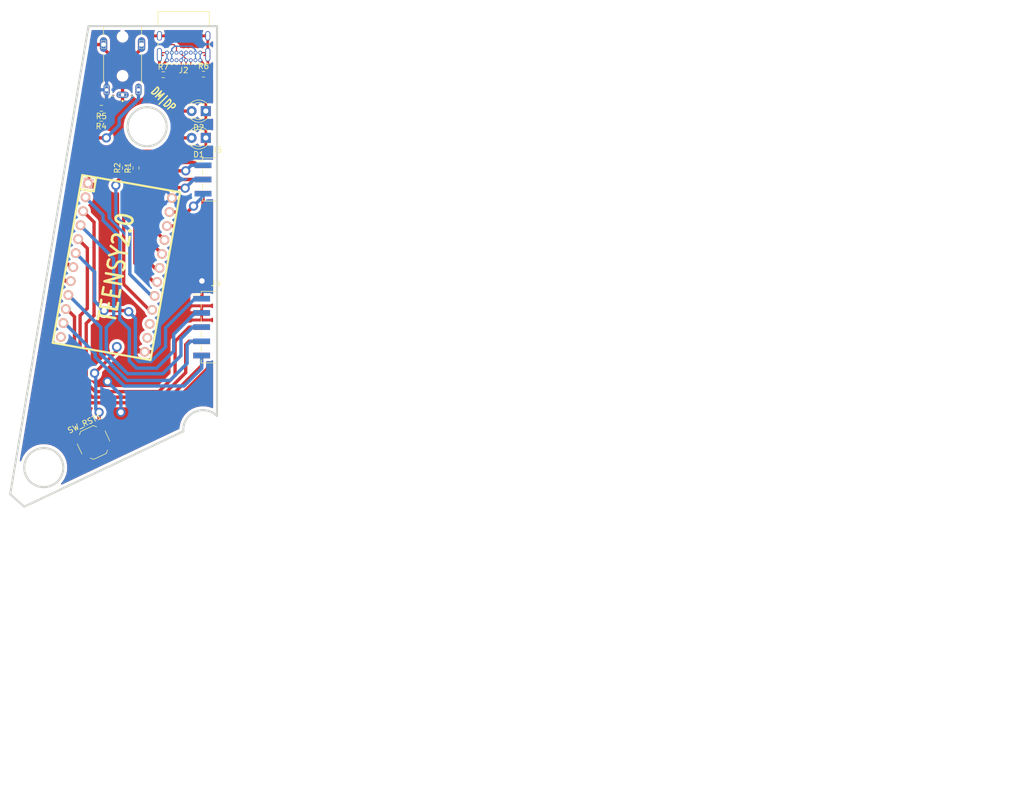
<source format=kicad_pcb>
(kicad_pcb (version 20171130) (host pcbnew 5.1.9)

  (general
    (thickness 1.6002)
    (drawings 34)
    (tracks 252)
    (zones 0)
    (modules 14)
    (nets 29)
  )

  (page A4)
  (layers
    (0 Front signal)
    (31 Back signal)
    (32 B.Adhes user)
    (33 F.Adhes user)
    (34 B.Paste user)
    (35 F.Paste user)
    (36 B.SilkS user)
    (37 F.SilkS user)
    (38 B.Mask user)
    (39 F.Mask user)
    (40 Dwgs.User user)
    (41 Cmts.User user)
    (42 Eco1.User user)
    (43 Eco2.User user)
    (44 Edge.Cuts user)
    (45 Margin user)
    (46 B.CrtYd user)
    (47 F.CrtYd user)
    (48 B.Fab user)
    (49 F.Fab user)
  )

  (setup
    (last_trace_width 0.6)
    (user_trace_width 0.03302)
    (user_trace_width 0.1524)
    (user_trace_width 0.2032)
    (user_trace_width 0.254)
    (user_trace_width 0.3048)
    (user_trace_width 0.4064)
    (user_trace_width 0.508)
    (user_trace_width 0.6096)
    (trace_clearance 0.3048)
    (zone_clearance 0.508)
    (zone_45_only no)
    (trace_min 0.0254)
    (via_size 0.6096)
    (via_drill 0.508)
    (via_min_size 0.4064)
    (via_min_drill 0.2032)
    (user_via 0.6096 0.3048)
    (user_via 0.8128 0.508)
    (user_via 1.27 0.762)
    (user_via 1.651 0.9906)
    (uvia_size 0.508)
    (uvia_drill 0.127)
    (uvias_allowed no)
    (uvia_min_size 0.508)
    (uvia_min_drill 0.127)
    (edge_width 0.381)
    (segment_width 0.3048)
    (pcb_text_width 0.3048)
    (pcb_text_size 1.524 2.032)
    (mod_edge_width 0.6096)
    (mod_text_size 1.524 1.524)
    (mod_text_width 0.3048)
    (pad_size 0.8 0.8)
    (pad_drill 0.5)
    (pad_to_mask_clearance 0.2032)
    (aux_axis_origin 0 0)
    (grid_origin 151 43.75)
    (visible_elements 7FFFFF7F)
    (pcbplotparams
      (layerselection 0x01fff_ffffffff)
      (usegerberextensions true)
      (usegerberattributes true)
      (usegerberadvancedattributes true)
      (creategerberjobfile true)
      (excludeedgelayer true)
      (linewidth 0.150000)
      (plotframeref false)
      (viasonmask false)
      (mode 1)
      (useauxorigin false)
      (hpglpennumber 1)
      (hpglpenspeed 20)
      (hpglpendiameter 100.000000)
      (psnegative false)
      (psa4output false)
      (plotreference true)
      (plotvalue true)
      (plotinvisibletext false)
      (padsonsilk false)
      (subtractmaskfromsilk false)
      (outputformat 1)
      (mirror false)
      (drillshape 0)
      (scaleselection 1)
      (outputdirectory "gerber/"))
  )

  (net 0 "")
  (net 1 /LED_A)
  (net 2 /LED_B)
  (net 3 /ROW0)
  (net 4 /ROW1)
  (net 5 /ROW2)
  (net 6 /ROW3)
  (net 7 /ROW4)
  (net 8 /ROW5)
  (net 9 GND)
  (net 10 VCC)
  (net 11 /RST)
  (net 12 "Net-(D1-Pad2)")
  (net 13 "Net-(D2-Pad2)")
  (net 14 "Net-(J2-PadA6)")
  (net 15 VBUS)
  (net 16 "Net-(J2-PadB5)")
  (net 17 "Net-(J2-PadA7)")
  (net 18 "Net-(J2-PadA5)")
  (net 19 /SCL)
  (net 20 /SDA)
  (net 21 /LED_GPIO)
  (net 22 /COL0_13)
  (net 23 /COL1_12)
  (net 24 /COL2_11)
  (net 25 /COL3_10)
  (net 26 /COL4_9)
  (net 27 /COL5_8)
  (net 28 /COL6_7)

  (net_class Default "This is the default net class."
    (clearance 0.3048)
    (trace_width 0.6)
    (via_dia 0.6096)
    (via_drill 0.508)
    (uvia_dia 0.508)
    (uvia_drill 0.127)
    (add_net /COL0_13)
    (add_net /COL1_12)
    (add_net /COL2_11)
    (add_net /COL3_10)
    (add_net /COL4_9)
    (add_net /COL5_8)
    (add_net /COL6_7)
    (add_net /LED_A)
    (add_net /LED_B)
    (add_net /LED_GPIO)
    (add_net /ROW0)
    (add_net /ROW1)
    (add_net /ROW2)
    (add_net /ROW3)
    (add_net /ROW4)
    (add_net /ROW5)
    (add_net /RST)
    (add_net /SCL)
    (add_net /SDA)
    (add_net GND)
    (add_net "Net-(D1-Pad2)")
    (add_net "Net-(D2-Pad2)")
    (add_net "Net-(J2-PadA5)")
    (add_net "Net-(J2-PadA6)")
    (add_net "Net-(J2-PadA7)")
    (add_net "Net-(J2-PadB5)")
    (add_net VBUS)
    (add_net VCC)
  )

  (module ergodox:CLIFF_FC68125 (layer Front) (tedit 6081A0CA) (tstamp 6081A9BC)
    (at 134.1 52.65 180)
    (path /6083AAD6)
    (fp_text reference J1 (at -2.270558 -5.312389) (layer F.SilkS)
      (effects (font (size 0.640722 0.640722) (thickness 0.015)))
    )
    (fp_text value AudioJack4 (at 1.484108 12.601253) (layer F.Fab)
      (effects (font (size 0.64039 0.64039) (thickness 0.015)))
    )
    (fp_line (start -3.8 6.3) (end -3.8 5.6) (layer Edge.Cuts) (width 0.1))
    (fp_line (start -3 6.3) (end -3.8 6.3) (layer Edge.Cuts) (width 0.1))
    (fp_line (start -3 4.9) (end -3 6.3) (layer Edge.Cuts) (width 0.1))
    (fp_line (start -3.8 4.9) (end -3 4.9) (layer Edge.Cuts) (width 0.1))
    (fp_line (start -3.8 5.6) (end -3.8 4.9) (layer Edge.Cuts) (width 0.1))
    (fp_line (start 0.7 -3.1) (end 0 -3.1) (layer Edge.Cuts) (width 0.1))
    (fp_line (start 0.7 -3.7) (end 0.7 -3.1) (layer Edge.Cuts) (width 0.1))
    (fp_line (start -0.7 -3.7) (end 0.7 -3.7) (layer Edge.Cuts) (width 0.1))
    (fp_line (start -0.7 -3.1) (end -0.7 -3.7) (layer Edge.Cuts) (width 0.1))
    (fp_line (start 0 -3.1) (end -0.7 -3.1) (layer Edge.Cuts) (width 0.1))
    (fp_line (start 2.55 -1.8) (end 2.55 -2.5) (layer Edge.Cuts) (width 0.1))
    (fp_line (start 3.15 -1.8) (end 2.55 -1.8) (layer Edge.Cuts) (width 0.1))
    (fp_line (start 3.15 -3.2) (end 3.15 -1.8) (layer Edge.Cuts) (width 0.1))
    (fp_line (start 2.55 -3.2) (end 3.15 -3.2) (layer Edge.Cuts) (width 0.1))
    (fp_line (start 2.55 -2.5) (end 2.55 -3.2) (layer Edge.Cuts) (width 0.1))
    (fp_line (start -3.15 -1.8) (end -3.15 -2.5) (layer Edge.Cuts) (width 0.1))
    (fp_line (start -2.55 -1.8) (end -3.15 -1.8) (layer Edge.Cuts) (width 0.1))
    (fp_line (start -2.55 -3.2) (end -2.55 -1.8) (layer Edge.Cuts) (width 0.1))
    (fp_line (start -3.15 -3.2) (end -2.55 -3.2) (layer Edge.Cuts) (width 0.1))
    (fp_line (start -3.15 -2.5) (end -3.15 -3.2) (layer Edge.Cuts) (width 0.1))
    (fp_line (start 3 6.3) (end 3 5.6) (layer Edge.Cuts) (width 0.1))
    (fp_line (start 3.8 6.3) (end 3 6.3) (layer Edge.Cuts) (width 0.1))
    (fp_line (start 3.8 4.9) (end 3.8 6.3) (layer Edge.Cuts) (width 0.1))
    (fp_line (start 3 4.9) (end 3.8 4.9) (layer Edge.Cuts) (width 0.1))
    (fp_line (start 3 5.6) (end 3 4.9) (layer Edge.Cuts) (width 0.1))
    (fp_circle (center 0 -4.5) (end 0.1 -4.5) (layer F.Fab) (width 0.2))
    (fp_circle (center 0 -4.5) (end 0.1 -4.5) (layer F.SilkS) (width 0.2))
    (fp_line (start -3.7 11.8) (end -3.7 7.1) (layer F.CrtYd) (width 0.05))
    (fp_line (start 3.7 11.8) (end -3.7 11.8) (layer F.CrtYd) (width 0.05))
    (fp_line (start 3.7 7.1) (end 3.7 11.8) (layer F.CrtYd) (width 0.05))
    (fp_line (start 4.3 7.1) (end 3.7 7.1) (layer F.CrtYd) (width 0.05))
    (fp_line (start 4.3 -4.2) (end 4.3 7.1) (layer F.CrtYd) (width 0.05))
    (fp_line (start -4.3 -4.2) (end 4.3 -4.2) (layer F.CrtYd) (width 0.05))
    (fp_line (start -4.3 7.1) (end -4.3 -4.2) (layer F.CrtYd) (width 0.05))
    (fp_line (start -3.7 7.1) (end -4.3 7.1) (layer F.CrtYd) (width 0.05))
    (fp_line (start 1.57 -3.6) (end 2.14 -3.6) (layer F.SilkS) (width 0.127))
    (fp_line (start -2.14 -3.6) (end -1.47 -3.6) (layer F.SilkS) (width 0.127))
    (fp_line (start 3.4 -1.25) (end 3.4 3.9) (layer F.SilkS) (width 0.127))
    (fp_line (start 3.4 9) (end 3.4 7.3) (layer F.SilkS) (width 0.127))
    (fp_line (start -3.4 9) (end 3.4 9) (layer F.SilkS) (width 0.127))
    (fp_line (start -3.4 7.3) (end -3.4 9) (layer F.SilkS) (width 0.127))
    (fp_line (start -3.4 -1.25) (end -3.4 3.9) (layer F.SilkS) (width 0.127))
    (fp_line (start 3.1 11.5) (end 3.1 9) (layer F.Fab) (width 0.127))
    (fp_line (start -3.1 11.5) (end 3.1 11.5) (layer F.Fab) (width 0.127))
    (fp_line (start -3.1 9) (end -3.1 11.5) (layer F.Fab) (width 0.127))
    (fp_line (start -3.1 9) (end -3.4 9) (layer F.Fab) (width 0.127))
    (fp_line (start 3.1 9) (end -3.1 9) (layer F.Fab) (width 0.127))
    (fp_line (start 3.4 9) (end 3.1 9) (layer F.Fab) (width 0.127))
    (fp_line (start 3.4 -3.6) (end 3.4 9) (layer F.Fab) (width 0.127))
    (fp_line (start -3.4 -3.6) (end 3.4 -3.6) (layer F.Fab) (width 0.127))
    (fp_line (start -3.4 9) (end -3.4 -3.6) (layer F.Fab) (width 0.127))
    (pad R2 thru_hole oval (at 2.85 -2.5 180) (size 1.108 2.216) (drill 0.6) (layers *.Cu *.Mask)
      (net 10 VCC))
    (pad S thru_hole oval (at 0 -3.4 180) (size 2.216 1.108) (drill 0.6) (layers *.Cu *.Mask)
      (net 9 GND))
    (pad R1 thru_hole oval (at -2.85 -2.5 180) (size 1.108 2.216) (drill 0.6) (layers *.Cu *.Mask)
      (net 19 /SCL))
    (pad T thru_hole oval (at 3.4 5.6 180) (size 1.308 2.616) (drill 0.8) (layers *.Cu *.Mask)
      (net 20 /SDA))
    (pad None np_thru_hole circle (at 0 7 180) (size 1.1 1.1) (drill 1.1) (layers *.Cu *.Mask))
    (pad None np_thru_hole circle (at 0 0 180) (size 1.1 1.1) (drill 1.1) (layers *.Cu *.Mask))
    (pad T thru_hole oval (at -3.4 5.6 180) (size 1.308 2.616) (drill 0.8) (layers *.Cu *.Mask)
      (net 20 /SDA))
  )

  (module ergodox:ErgoCogs_sidecon_brain_bot locked (layer Front) (tedit 605A29C7) (tstamp 6058282B)
    (at 148.25 92.5)
    (path /605B04EB)
    (attr smd)
    (fp_text reference J6 (at 2.525 -2.74) (layer F.SilkS)
      (effects (font (size 1 1) (thickness 0.15)))
    )
    (fp_text value Conn_01x10 (at 4.35 13.485) (layer F.Fab)
      (effects (font (size 1 1) (thickness 0.15)))
    )
    (fp_line (start 11.325 8.025) (end 5.525 8.025) (layer F.Fab) (width 0.12))
    (fp_line (start 11.55 7.625) (end 11.55 7.475) (layer F.Fab) (width 0.12))
    (fp_line (start 11.55 7.8) (end 11.325 8.025) (layer F.Fab) (width 0.12))
    (fp_line (start 5.525 7.25) (end 5.525 5.475) (layer F.Fab) (width 0.12))
    (fp_line (start 11.325 7.25) (end 5.525 7.25) (layer F.Fab) (width 0.12))
    (fp_line (start 11.55 7.65) (end 11.55 7.8) (layer F.Fab) (width 0.12))
    (fp_line (start 11.55 7.475) (end 11.325 7.25) (layer F.Fab) (width 0.12))
    (fp_line (start 11.325 5.475) (end 5.525 5.475) (layer F.Fab) (width 0.12))
    (fp_line (start 11.55 5.075) (end 11.55 4.925) (layer F.Fab) (width 0.12))
    (fp_line (start 11.55 5.25) (end 11.325 5.475) (layer F.Fab) (width 0.12))
    (fp_line (start 5.525 4.7) (end 5.525 2.925) (layer F.Fab) (width 0.12))
    (fp_line (start 11.325 4.7) (end 5.525 4.7) (layer F.Fab) (width 0.12))
    (fp_line (start 11.55 5.1) (end 11.55 5.25) (layer F.Fab) (width 0.12))
    (fp_line (start 11.55 4.925) (end 11.325 4.7) (layer F.Fab) (width 0.12))
    (fp_line (start 5.525 9.85) (end 5.525 8.125) (layer F.Fab) (width 0.12))
    (fp_line (start 11.55 2.525) (end 11.55 2.375) (layer F.Fab) (width 0.12))
    (fp_line (start 11.55 10.25) (end 11.55 10.4) (layer F.Fab) (width 0.12))
    (fp_line (start 5.525 2.15) (end 5.525 0.375) (layer F.Fab) (width 0.12))
    (fp_line (start 11.55 10.4) (end 11.325 10.625) (layer F.Fab) (width 0.12))
    (fp_line (start 11.325 10.625) (end 5.525 10.625) (layer F.Fab) (width 0.12))
    (fp_line (start 5.525 -1.275) (end 3.3 -1.275) (layer F.Fab) (width 0.12))
    (fp_line (start 11.55 2.7) (end 11.325 2.925) (layer F.Fab) (width 0.12))
    (fp_line (start 11.325 2.15) (end 5.525 2.15) (layer F.Fab) (width 0.12))
    (fp_line (start 11.325 0.375) (end 5.525 0.375) (layer F.Fab) (width 0.12))
    (fp_line (start 11.55 0) (end 11.55 0.15) (layer F.Fab) (width 0.12))
    (fp_line (start 11.325 2.925) (end 5.525 2.925) (layer F.Fab) (width 0.12))
    (fp_line (start 5.525 10.625) (end 5.525 11.5) (layer F.Fab) (width 0.12))
    (fp_line (start 11.55 -0.025) (end 11.55 -0.175) (layer F.Fab) (width 0.12))
    (fp_line (start 11.325 9.85) (end 5.525 9.85) (layer F.Fab) (width 0.12))
    (fp_line (start 11.55 2.375) (end 11.325 2.15) (layer F.Fab) (width 0.12))
    (fp_line (start 5.525 -0.4) (end 5.525 -1.275) (layer F.Fab) (width 0.12))
    (fp_line (start 11.55 -0.175) (end 11.325 -0.4) (layer F.Fab) (width 0.12))
    (fp_line (start 11.55 10.075) (end 11.325 9.85) (layer F.Fab) (width 0.12))
    (fp_line (start 11.55 10.225) (end 11.55 10.075) (layer F.Fab) (width 0.12))
    (fp_line (start 11.55 0.15) (end 11.325 0.375) (layer F.Fab) (width 0.12))
    (fp_line (start 11.325 -0.4) (end 5.525 -0.4) (layer F.Fab) (width 0.12))
    (fp_line (start 11.55 2.55) (end 11.55 2.7) (layer F.Fab) (width 0.12))
    (fp_line (start 5.525 11.5) (end 3.3 11.5) (layer F.Fab) (width 0.12))
    (fp_line (start 2.525 -1.74) (end 2.525 12.054) (layer F.CrtYd) (width 0.05))
    (fp_line (start 2.525 -1.3) (end -0.075 -1.3) (layer F.SilkS) (width 0.12))
    (fp_line (start -0.075 -1.3) (end -0.075 -0.73) (layer F.SilkS) (width 0.12))
    (fp_line (start -0.075 0.79) (end -0.075 1.81) (layer F.SilkS) (width 0.12))
    (fp_line (start -0.075 3.33) (end -0.075 4.35) (layer F.SilkS) (width 0.12))
    (fp_line (start -0.075 5.87) (end -0.075 6.89) (layer F.SilkS) (width 0.12))
    (fp_line (start -0.075 8.41) (end -0.075 9.43) (layer F.SilkS) (width 0.12))
    (fp_line (start -0.075 10.95) (end -0.075 11.52) (layer F.SilkS) (width 0.12))
    (fp_line (start 2.525 11.51) (end -0.075 11.52) (layer F.SilkS) (width 0.12))
    (fp_line (start -0.075 -0.73) (end -1.435 -0.73) (layer F.SilkS) (width 0.12))
    (fp_line (start 2.525 -1.24) (end 0.985 -1.24) (layer F.Fab) (width 0.1))
    (fp_line (start 0.985 -1.24) (end -0.015 -0.24) (layer F.Fab) (width 0.1))
    (fp_line (start -0.015 -0.24) (end -0.015 11.46) (layer F.Fab) (width 0.1))
    (fp_line (start -0.015 11.46) (end 2.525 11.46) (layer F.Fab) (width 0.1))
    (fp_line (start -0.015 -0.29) (end -1.395 -0.29) (layer F.Fab) (width 0.1))
    (fp_line (start -1.395 -0.29) (end -1.395 0.35) (layer F.Fab) (width 0.1))
    (fp_line (start -1.395 0.35) (end -0.015 0.35) (layer F.Fab) (width 0.1))
    (fp_line (start -0.015 2.25) (end -1.395 2.25) (layer F.Fab) (width 0.1))
    (fp_line (start -1.395 2.25) (end -1.395 2.89) (layer F.Fab) (width 0.1))
    (fp_line (start -1.395 2.89) (end -0.015 2.89) (layer F.Fab) (width 0.1))
    (fp_line (start -0.015 4.79) (end -1.395 4.79) (layer F.Fab) (width 0.1))
    (fp_line (start -1.395 4.79) (end -1.395 5.43) (layer F.Fab) (width 0.1))
    (fp_line (start -1.395 5.43) (end -0.015 5.43) (layer F.Fab) (width 0.1))
    (fp_line (start -0.015 7.33) (end -1.395 7.33) (layer F.Fab) (width 0.1))
    (fp_line (start -1.395 7.33) (end -1.395 7.97) (layer F.Fab) (width 0.1))
    (fp_line (start -1.395 7.97) (end -0.015 7.97) (layer F.Fab) (width 0.1))
    (fp_line (start -0.015 9.87) (end -1.395 9.87) (layer F.Fab) (width 0.1))
    (fp_line (start -1.395 9.87) (end -1.395 10.51) (layer F.Fab) (width 0.1))
    (fp_line (start -1.395 10.51) (end -0.015 10.51) (layer F.Fab) (width 0.1))
    (fp_line (start 2.525 -1.74) (end -1.975 -1.74) (layer F.CrtYd) (width 0.05))
    (fp_line (start -1.975 -1.74) (end -1.975 12.054) (layer F.CrtYd) (width 0.05))
    (fp_line (start -1.975 12.054) (end 2.525 12.054) (layer F.CrtYd) (width 0.05))
    (fp_text user %R (at 2.525 7.904 90) (layer F.Fab)
      (effects (font (size 1 1) (thickness 0.15)))
    )
    (pad 10 smd rect (at 0.005 10.19 180) (size 3 1) (layers Back B.Paste B.Mask)
      (net 22 /COL0_13))
    (pad 9 smd rect (at 0.005 10.19) (size 3 1) (layers Front F.Paste F.Mask)
      (net 23 /COL1_12))
    (pad 8 smd rect (at 0.005 7.65 180) (size 3 1) (layers Back B.Paste B.Mask)
      (net 24 /COL2_11))
    (pad 7 smd rect (at 0.005 7.65) (size 3 1) (layers Front F.Paste F.Mask)
      (net 25 /COL3_10))
    (pad 6 smd rect (at 0.005 5.11 180) (size 3 1) (layers Back B.Paste B.Mask)
      (net 26 /COL4_9))
    (pad 5 smd rect (at 0.005 5.11) (size 3 1) (layers Front F.Paste F.Mask)
      (net 27 /COL5_8))
    (pad 4 smd rect (at 0.005 2.57 180) (size 3 1) (layers Back B.Paste B.Mask)
      (net 28 /COL6_7))
    (pad 3 smd rect (at 0.005 2.57) (size 3 1) (layers Front F.Paste F.Mask)
      (net 9 GND))
    (pad 2 smd rect (at 0.005 0.03 180) (size 3 1) (layers Back B.Paste B.Mask)
      (net 21 /LED_GPIO))
    (pad 1 smd rect (at 0.005 0.03) (size 3 1) (layers Front F.Paste F.Mask)
      (net 10 VCC))
    (model ${KISYS3DMOD}/Connector_PinHeader_2.54mm.3dshapes/PinHeader_2x05_P2.54mm_Vertical.step
      (offset (xyz 3 0 0.5))
      (scale (xyz 1 1 1))
      (rotate (xyz 0 -90 0))
    )
  )

  (module ergodox:ErgoCogs_sidecon_brain_top locked (layer Front) (tedit 605A2898) (tstamp 605827F7)
    (at 148.495 68.65)
    (path /605AF561)
    (attr smd)
    (fp_text reference J5 (at 2.525 -2.765) (layer F.SilkS)
      (effects (font (size 1 1) (thickness 0.15)))
    )
    (fp_text value Conn_01x06 (at -3.175 9.985) (layer F.Fab)
      (effects (font (size 1 1) (thickness 0.15)))
    )
    (fp_line (start 5.525 -1.275) (end 3.3 -1.275) (layer F.Fab) (width 0.12))
    (fp_line (start 11.55 5.2) (end 11.325 5.425) (layer F.Fab) (width 0.12))
    (fp_line (start 11.55 4.875) (end 11.325 4.65) (layer F.Fab) (width 0.12))
    (fp_line (start 5.525 4.65) (end 5.525 2.925) (layer F.Fab) (width 0.12))
    (fp_line (start 11.325 4.65) (end 5.525 4.65) (layer F.Fab) (width 0.12))
    (fp_line (start 11.325 5.425) (end 5.525 5.425) (layer F.Fab) (width 0.12))
    (fp_line (start 11.55 5.025) (end 11.55 4.875) (layer F.Fab) (width 0.12))
    (fp_line (start 11.55 5.05) (end 11.55 5.2) (layer F.Fab) (width 0.12))
    (fp_line (start 11.55 2.7) (end 11.325 2.925) (layer F.Fab) (width 0.12))
    (fp_line (start 11.55 2.375) (end 11.325 2.15) (layer F.Fab) (width 0.12))
    (fp_line (start 5.525 2.15) (end 5.525 0.375) (layer F.Fab) (width 0.12))
    (fp_line (start 11.325 2.15) (end 5.525 2.15) (layer F.Fab) (width 0.12))
    (fp_line (start 11.325 2.925) (end 5.525 2.925) (layer F.Fab) (width 0.12))
    (fp_line (start 11.55 2.525) (end 11.55 2.375) (layer F.Fab) (width 0.12))
    (fp_line (start 11.55 2.55) (end 11.55 2.7) (layer F.Fab) (width 0.12))
    (fp_line (start 11.55 -0.175) (end 11.325 -0.4) (layer F.Fab) (width 0.12))
    (fp_line (start 11.55 -0.025) (end 11.55 -0.175) (layer F.Fab) (width 0.12))
    (fp_line (start 5.525 -0.4) (end 5.525 -1.275) (layer F.Fab) (width 0.12))
    (fp_line (start 11.325 -0.4) (end 5.525 -0.4) (layer F.Fab) (width 0.12))
    (fp_line (start 11.325 0.375) (end 5.525 0.375) (layer F.Fab) (width 0.12))
    (fp_line (start 11.55 0.15) (end 11.325 0.375) (layer F.Fab) (width 0.12))
    (fp_line (start 11.55 0) (end 11.55 0.15) (layer F.Fab) (width 0.12))
    (fp_line (start 2.525 -1.765) (end 2.525 6.949) (layer F.CrtYd) (width 0.05))
    (fp_line (start 2.525 -1.325) (end -0.075 -1.325) (layer F.SilkS) (width 0.12))
    (fp_line (start -0.075 -1.325) (end -0.075 -0.755) (layer F.SilkS) (width 0.12))
    (fp_line (start -0.075 0.765) (end -0.075 1.785) (layer F.SilkS) (width 0.12))
    (fp_line (start -0.075 3.305) (end -0.075 4.325) (layer F.SilkS) (width 0.12))
    (fp_line (start -0.075 5.845) (end -0.075 6.415) (layer F.SilkS) (width 0.12))
    (fp_line (start 2.525 6.405) (end -0.075 6.415) (layer F.SilkS) (width 0.12))
    (fp_line (start -0.075 -0.755) (end -1.435 -0.755) (layer F.SilkS) (width 0.12))
    (fp_line (start 2.525 -1.265) (end 0.985 -1.265) (layer F.Fab) (width 0.1))
    (fp_line (start 0.985 -1.265) (end -0.015 -0.265) (layer F.Fab) (width 0.1))
    (fp_line (start -0.015 -0.265) (end -0.015 6.355) (layer F.Fab) (width 0.1))
    (fp_line (start -0.015 6.355) (end 2.525 6.355) (layer F.Fab) (width 0.1))
    (fp_line (start -0.015 -0.315) (end -1.395 -0.315) (layer F.Fab) (width 0.1))
    (fp_line (start -1.395 -0.315) (end -1.395 0.325) (layer F.Fab) (width 0.1))
    (fp_line (start -1.395 0.325) (end -0.015 0.325) (layer F.Fab) (width 0.1))
    (fp_line (start -0.015 2.225) (end -1.395 2.225) (layer F.Fab) (width 0.1))
    (fp_line (start -1.395 2.225) (end -1.395 2.865) (layer F.Fab) (width 0.1))
    (fp_line (start -1.395 2.865) (end -0.015 2.865) (layer F.Fab) (width 0.1))
    (fp_line (start -0.015 4.765) (end -1.395 4.765) (layer F.Fab) (width 0.1))
    (fp_line (start -1.395 4.765) (end -1.395 5.405) (layer F.Fab) (width 0.1))
    (fp_line (start -1.395 5.405) (end -0.015 5.405) (layer F.Fab) (width 0.1))
    (fp_line (start 2.525 -1.765) (end -1.975 -1.765) (layer F.CrtYd) (width 0.05))
    (fp_line (start -1.975 -1.765) (end -1.975 6.949) (layer F.CrtYd) (width 0.05))
    (fp_line (start -1.975 6.949) (end 2.525 6.949) (layer F.CrtYd) (width 0.05))
    (fp_line (start 5.525 6.3) (end 3.3 6.3) (layer F.Fab) (width 0.12))
    (fp_line (start 5.525 5.425) (end 5.525 6.3) (layer F.Fab) (width 0.12))
    (fp_text user %R (at 2.261 8.103 180) (layer F.Fab)
      (effects (font (size 1 1) (thickness 0.15)))
    )
    (pad 6 smd rect (at 0.005 5.085 180) (size 3 1) (layers Back B.Paste B.Mask)
      (net 8 /ROW5))
    (pad 5 smd rect (at 0.005 5.085) (size 3 1) (layers Front F.Paste F.Mask)
      (net 7 /ROW4))
    (pad 4 smd rect (at 0.005 2.545 180) (size 3 1) (layers Back B.Paste B.Mask)
      (net 6 /ROW3))
    (pad 3 smd rect (at 0.005 2.545) (size 3 1) (layers Front F.Paste F.Mask)
      (net 5 /ROW2))
    (pad 2 smd rect (at 0.005 0.005 180) (size 3 1) (layers Back B.Paste B.Mask)
      (net 4 /ROW1))
    (pad 1 smd rect (at 0.005 0.005) (size 3 1) (layers Front F.Paste F.Mask)
      (net 3 /ROW0))
    (model ${KISYS3DMOD}/Connector_PinHeader_2.54mm.3dshapes/PinHeader_2x03_P2.54mm_Vertical.step
      (offset (xyz 3 0 0.5))
      (scale (xyz 1 1 1))
      (rotate (xyz 0 -90 0))
    )
    (model "/home/critbit/Projects/hardware/kicad/ErgoDox/ErgoDOX pcb/matrixcogs/protoMxCog/protoMxCog.step"
      (offset (xyz -59.5 74 -1.5))
      (scale (xyz 1 1 1))
      (rotate (xyz 0 0 0))
    )
  )

  (module ergodox:TEENSY_2.0_WITH_RESET (layer Front) (tedit 586E7154) (tstamp 50006A41)
    (at 133 86.95 260)
    (path /4FDC2FE7)
    (fp_text reference U1 (at 0 0 80) (layer F.SilkS) hide
      (effects (font (size 3.048 2.54) (thickness 0.4572)))
    )
    (fp_text value TEENSY2.0 (at 0 0 80) (layer F.SilkS)
      (effects (font (size 3.048 2.54) (thickness 0.4572)))
    )
    (fp_line (start -15.24 -8.89) (end -15.24 8.89) (layer Dwgs.User) (width 0.381))
    (fp_line (start -15.24 8.89) (end 15.24 8.89) (layer Dwgs.User) (width 0.381))
    (fp_line (start 15.24 8.89) (end 15.24 -8.89) (layer Dwgs.User) (width 0.381))
    (fp_line (start 15.24 -8.89) (end -15.24 -8.89) (layer Dwgs.User) (width 0.381))
    (fp_line (start 0 0) (end 0 0) (layer Dwgs.User) (width 0.0254))
    (fp_line (start -15.24 -8.89) (end -15.24 8.89) (layer Cmts.User) (width 0.381))
    (fp_line (start -15.24 8.89) (end 15.24 8.89) (layer Cmts.User) (width 0.381))
    (fp_line (start 15.24 8.89) (end 15.24 -8.89) (layer Cmts.User) (width 0.381))
    (fp_line (start 15.24 -8.89) (end -15.24 -8.89) (layer Cmts.User) (width 0.381))
    (fp_line (start -15.24 -8.89) (end -15.24 8.89) (layer F.SilkS) (width 0.381))
    (fp_line (start -15.24 8.89) (end 15.24 8.89) (layer F.SilkS) (width 0.381))
    (fp_line (start 15.24 8.89) (end 15.24 -8.89) (layer F.SilkS) (width 0.381))
    (fp_line (start 15.24 -8.89) (end -15.24 -8.89) (layer F.SilkS) (width 0.381))
    (fp_line (start -15.24 6.35) (end -12.7 6.35) (layer F.SilkS) (width 0.381))
    (fp_line (start -12.7 6.35) (end -12.7 8.89) (layer F.SilkS) (width 0.381))
    (pad 16 thru_hole circle (at 13.97 -2.54 260) (size 1.7526 1.7526) (drill 1.08966) (layers *.Cu *.Mask)
      (net 11 /RST))
    (pad 1 thru_hole rect (at -13.97 7.62 260) (size 1.7526 1.7526) (drill 1.0922) (layers *.Cu *.SilkS *.Mask)
      (net 9 GND))
    (pad 2 thru_hole circle (at -11.43 7.62 260) (size 1.7526 1.7526) (drill 1.0922) (layers *.Cu *.SilkS *.Mask)
      (net 28 /COL6_7))
    (pad 3 thru_hole circle (at -8.89 7.62 260) (size 1.7526 1.7526) (drill 1.0922) (layers *.Cu *.SilkS *.Mask)
      (net 27 /COL5_8))
    (pad 4 thru_hole circle (at -6.35 7.62 260) (size 1.7526 1.7526) (drill 1.0922) (layers *.Cu *.SilkS *.Mask)
      (net 26 /COL4_9))
    (pad 5 thru_hole circle (at -3.81 7.62 260) (size 1.7526 1.7526) (drill 1.0922) (layers *.Cu *.SilkS *.Mask)
      (net 25 /COL3_10))
    (pad 6 thru_hole circle (at -1.27 7.62 260) (size 1.7526 1.7526) (drill 1.0922) (layers *.Cu *.SilkS *.Mask)
      (net 21 /LED_GPIO))
    (pad 7 thru_hole circle (at 1.27 7.62 260) (size 1.7526 1.7526) (drill 1.0922) (layers *.Cu *.SilkS *.Mask)
      (net 19 /SCL))
    (pad 8 thru_hole circle (at 3.81 7.62 260) (size 1.7526 1.7526) (drill 1.0922) (layers *.Cu *.SilkS *.Mask)
      (net 20 /SDA))
    (pad 9 thru_hole circle (at 6.35 7.62 260) (size 1.7526 1.7526) (drill 1.0922) (layers *.Cu *.SilkS *.Mask)
      (net 24 /COL2_11))
    (pad 10 thru_hole circle (at 8.89 7.62 260) (size 1.7526 1.7526) (drill 1.0922) (layers *.Cu *.SilkS *.Mask)
      (net 23 /COL1_12))
    (pad 11 thru_hole circle (at 11.43 7.62 260) (size 1.7526 1.7526) (drill 1.0922) (layers *.Cu *.SilkS *.Mask)
      (net 22 /COL0_13))
    (pad 12 thru_hole circle (at 13.97 7.62 260) (size 1.7526 1.7526) (drill 1.0922) (layers *.Cu *.SilkS *.Mask))
    (pad 18 thru_hole circle (at 13.97 -7.62 260) (size 1.7526 1.7526) (drill 1.08966) (layers *.Cu *.SilkS *.Mask)
      (net 9 GND) (zone_connect 0))
    (pad 19 thru_hole circle (at 11.43 -7.62 260) (size 1.7526 1.7526) (drill 1.0922) (layers *.Cu *.SilkS *.Mask))
    (pad 20 thru_hole circle (at 8.89 -7.62 260) (size 1.7526 1.7526) (drill 1.0922) (layers *.Cu *.SilkS *.Mask))
    (pad 21 thru_hole circle (at 6.35 -7.62 260) (size 1.7526 1.7526) (drill 1.0922) (layers *.Cu *.SilkS *.Mask)
      (net 1 /LED_A))
    (pad 22 thru_hole circle (at 3.81 -7.62 260) (size 1.7526 1.7526) (drill 1.0922) (layers *.Cu *.SilkS *.Mask)
      (net 2 /LED_B))
    (pad 23 thru_hole circle (at 1.27 -7.62 260) (size 1.7526 1.7526) (drill 1.0922) (layers *.Cu *.SilkS *.Mask)
      (net 3 /ROW0))
    (pad 24 thru_hole circle (at -1.27 -7.62 260) (size 1.7526 1.7526) (drill 1.0922) (layers *.Cu *.SilkS *.Mask)
      (net 4 /ROW1))
    (pad 27 thru_hole circle (at -8.89 -7.62 260) (size 1.7526 1.7526) (drill 1.0922) (layers *.Cu *.SilkS *.Mask)
      (net 7 /ROW4))
    (pad 28 thru_hole circle (at -11.43 -7.62 260) (size 1.7526 1.7526) (drill 1.0922) (layers *.Cu *.SilkS *.Mask)
      (net 8 /ROW5))
    (pad 29 thru_hole circle (at -13.97 -7.62 260) (size 1.7526 1.7526) (drill 1.0922) (layers *.Cu *.SilkS *.Mask)
      (net 10 VCC))
    (pad 25 thru_hole circle (at -3.81 -7.62 260) (size 1.7526 1.7526) (drill 1.0922) (layers *.Cu *.SilkS *.Mask)
      (net 5 /ROW2))
    (pad 26 thru_hole circle (at -6.35 -7.62 260) (size 1.7526 1.7526) (drill 1.0922) (layers *.Cu *.SilkS *.Mask)
      (net 6 /ROW3))
  )

  (module Button_Switch_SMD:SW_SPST_TL3342 (layer Front) (tedit 5A02FC95) (tstamp 586C803A)
    (at 128.9 118.25 25)
    (descr "Low-profile SMD Tactile Switch, https://www.e-switch.com/system/asset/product_line/data_sheet/165/TL3342.pdf")
    (tags "SPST Tactile Switch")
    (path /586C9F53)
    (attr smd)
    (fp_text reference SW_RST1 (at 0 -3.75 25) (layer F.SilkS)
      (effects (font (size 1 1) (thickness 0.15)))
    )
    (fp_text value SWITCH_PUSH (at 0 3.75 25) (layer F.Fab)
      (effects (font (size 1 1) (thickness 0.15)))
    )
    (fp_line (start 3.2 2.1) (end 3.2 1.6) (layer F.Fab) (width 0.1))
    (fp_line (start 3.2 -2.1) (end 3.2 -1.6) (layer F.Fab) (width 0.1))
    (fp_line (start -3.2 2.1) (end -3.2 1.6) (layer F.Fab) (width 0.1))
    (fp_line (start -3.2 -2.1) (end -3.2 -1.6) (layer F.Fab) (width 0.1))
    (fp_line (start 2.7 -2.1) (end 2.7 -1.6) (layer F.Fab) (width 0.1))
    (fp_line (start 1.7 -2.1) (end 3.2 -2.1) (layer F.Fab) (width 0.1))
    (fp_line (start 3.2 -1.6) (end 2.2 -1.6) (layer F.Fab) (width 0.1))
    (fp_line (start -2.7 -2.1) (end -2.7 -1.6) (layer F.Fab) (width 0.1))
    (fp_line (start -1.7 -2.1) (end -3.2 -2.1) (layer F.Fab) (width 0.1))
    (fp_line (start -3.2 -1.6) (end -2.2 -1.6) (layer F.Fab) (width 0.1))
    (fp_line (start -2.7 2.1) (end -2.7 1.6) (layer F.Fab) (width 0.1))
    (fp_line (start -3.2 1.6) (end -2.2 1.6) (layer F.Fab) (width 0.1))
    (fp_line (start -1.7 2.1) (end -3.2 2.1) (layer F.Fab) (width 0.1))
    (fp_line (start 1.7 2.1) (end 3.2 2.1) (layer F.Fab) (width 0.1))
    (fp_line (start 2.7 2.1) (end 2.7 1.6) (layer F.Fab) (width 0.1))
    (fp_line (start 3.2 1.6) (end 2.2 1.6) (layer F.Fab) (width 0.1))
    (fp_line (start -1.7 2.3) (end -1.25 2.75) (layer F.SilkS) (width 0.12))
    (fp_line (start 1.7 2.3) (end 1.25 2.75) (layer F.SilkS) (width 0.12))
    (fp_line (start 1.7 -2.3) (end 1.25 -2.75) (layer F.SilkS) (width 0.12))
    (fp_line (start -1.7 -2.3) (end -1.25 -2.75) (layer F.SilkS) (width 0.12))
    (fp_line (start -2 -1) (end -1 -2) (layer F.Fab) (width 0.1))
    (fp_line (start -1 -2) (end 1 -2) (layer F.Fab) (width 0.1))
    (fp_line (start 1 -2) (end 2 -1) (layer F.Fab) (width 0.1))
    (fp_line (start 2 -1) (end 2 1) (layer F.Fab) (width 0.1))
    (fp_line (start 2 1) (end 1 2) (layer F.Fab) (width 0.1))
    (fp_line (start 1 2) (end -1 2) (layer F.Fab) (width 0.1))
    (fp_line (start -1 2) (end -2 1) (layer F.Fab) (width 0.1))
    (fp_line (start -2 1) (end -2 -1) (layer F.Fab) (width 0.1))
    (fp_line (start 2.75 -1) (end 2.75 1) (layer F.SilkS) (width 0.12))
    (fp_line (start -1.25 2.75) (end 1.25 2.75) (layer F.SilkS) (width 0.12))
    (fp_line (start -2.75 -1) (end -2.75 1) (layer F.SilkS) (width 0.12))
    (fp_line (start -1.25 -2.75) (end 1.25 -2.75) (layer F.SilkS) (width 0.12))
    (fp_line (start -2.6 -1.2) (end -2.6 1.2) (layer F.Fab) (width 0.1))
    (fp_line (start -2.6 1.2) (end -1.2 2.6) (layer F.Fab) (width 0.1))
    (fp_line (start -1.2 2.6) (end 1.2 2.6) (layer F.Fab) (width 0.1))
    (fp_line (start 1.2 2.6) (end 2.6 1.2) (layer F.Fab) (width 0.1))
    (fp_line (start 2.6 1.2) (end 2.6 -1.2) (layer F.Fab) (width 0.1))
    (fp_line (start 2.6 -1.2) (end 1.2 -2.6) (layer F.Fab) (width 0.1))
    (fp_line (start 1.2 -2.6) (end -1.2 -2.6) (layer F.Fab) (width 0.1))
    (fp_line (start -1.2 -2.6) (end -2.6 -1.2) (layer F.Fab) (width 0.1))
    (fp_line (start -4.25 -3) (end 4.25 -3) (layer F.CrtYd) (width 0.05))
    (fp_line (start 4.25 -3) (end 4.25 3) (layer F.CrtYd) (width 0.05))
    (fp_line (start 4.25 3) (end -4.25 3) (layer F.CrtYd) (width 0.05))
    (fp_line (start -4.25 3) (end -4.25 -3) (layer F.CrtYd) (width 0.05))
    (fp_circle (center 0 0) (end 1 0) (layer F.Fab) (width 0.1))
    (fp_text user %R (at 0 -3.75 25) (layer F.Fab)
      (effects (font (size 1 1) (thickness 0.15)))
    )
    (pad 2 smd rect (at 3.15 1.9 25) (size 1.7 1) (layers Front F.Paste F.Mask)
      (net 9 GND))
    (pad 2 smd rect (at -3.15 1.9 25) (size 1.7 1) (layers Front F.Paste F.Mask)
      (net 9 GND))
    (pad 1 smd rect (at 3.15 -1.9 25) (size 1.7 1) (layers Front F.Paste F.Mask)
      (net 11 /RST))
    (pad 1 smd rect (at -3.15 -1.9 25) (size 1.7 1) (layers Front F.Paste F.Mask)
      (net 11 /RST))
    (model ${KICAD6_3DMODEL_DIR}/Button_Switch_SMD.3dshapes/SW_SPST_TL3342.wrl
      (at (xyz 0 0 0))
      (scale (xyz 1 1 1))
      (rotate (xyz 0 0 0))
    )
  )

  (module Resistor_SMD:R_0603_1608Metric_Pad0.98x0.95mm_HandSolder (layer Front) (tedit 5F68FEEE) (tstamp 605828A2)
    (at 141.3875 52.45)
    (descr "Resistor SMD 0603 (1608 Metric), square (rectangular) end terminal, IPC_7351 nominal with elongated pad for handsoldering. (Body size source: IPC-SM-782 page 72, https://www.pcb-3d.com/wordpress/wp-content/uploads/ipc-sm-782a_amendment_1_and_2.pdf), generated with kicad-footprint-generator")
    (tags "resistor handsolder")
    (path /60705F0A)
    (attr smd)
    (fp_text reference R7 (at 0 -1.43) (layer F.SilkS)
      (effects (font (size 1 1) (thickness 0.15)))
    )
    (fp_text value 4k7 (at 0 1.43) (layer F.Fab)
      (effects (font (size 1 1) (thickness 0.15)))
    )
    (fp_line (start -0.8 0.4125) (end -0.8 -0.4125) (layer F.Fab) (width 0.1))
    (fp_line (start -0.8 -0.4125) (end 0.8 -0.4125) (layer F.Fab) (width 0.1))
    (fp_line (start 0.8 -0.4125) (end 0.8 0.4125) (layer F.Fab) (width 0.1))
    (fp_line (start 0.8 0.4125) (end -0.8 0.4125) (layer F.Fab) (width 0.1))
    (fp_line (start -0.254724 -0.5225) (end 0.254724 -0.5225) (layer F.SilkS) (width 0.12))
    (fp_line (start -0.254724 0.5225) (end 0.254724 0.5225) (layer F.SilkS) (width 0.12))
    (fp_line (start -1.65 0.73) (end -1.65 -0.73) (layer F.CrtYd) (width 0.05))
    (fp_line (start -1.65 -0.73) (end 1.65 -0.73) (layer F.CrtYd) (width 0.05))
    (fp_line (start 1.65 -0.73) (end 1.65 0.73) (layer F.CrtYd) (width 0.05))
    (fp_line (start 1.65 0.73) (end -1.65 0.73) (layer F.CrtYd) (width 0.05))
    (fp_text user %R (at 0 0) (layer F.Fab)
      (effects (font (size 0.4 0.4) (thickness 0.06)))
    )
    (pad 2 smd roundrect (at 0.9125 0) (size 0.975 0.95) (layers Front F.Paste F.Mask) (roundrect_rratio 0.25)
      (net 9 GND))
    (pad 1 smd roundrect (at -0.9125 0) (size 0.975 0.95) (layers Front F.Paste F.Mask) (roundrect_rratio 0.25)
      (net 16 "Net-(J2-PadB5)"))
    (model ${KICAD6_3DMODEL_DIR}/Resistor_SMD.3dshapes/R_0603_1608Metric.wrl
      (at (xyz 0 0 0))
      (scale (xyz 1 1 1))
      (rotate (xyz 0 0 0))
    )
  )

  (module Resistor_SMD:R_0603_1608Metric_Pad0.98x0.95mm_HandSolder (layer Front) (tedit 5F68FEEE) (tstamp 60582891)
    (at 148.5875 52.35)
    (descr "Resistor SMD 0603 (1608 Metric), square (rectangular) end terminal, IPC_7351 nominal with elongated pad for handsoldering. (Body size source: IPC-SM-782 page 72, https://www.pcb-3d.com/wordpress/wp-content/uploads/ipc-sm-782a_amendment_1_and_2.pdf), generated with kicad-footprint-generator")
    (tags "resistor handsolder")
    (path /60705F04)
    (attr smd)
    (fp_text reference R6 (at 0 -1.43) (layer F.SilkS)
      (effects (font (size 1 1) (thickness 0.15)))
    )
    (fp_text value 4k7 (at 0 1.43) (layer F.Fab)
      (effects (font (size 1 1) (thickness 0.15)))
    )
    (fp_line (start -0.8 0.4125) (end -0.8 -0.4125) (layer F.Fab) (width 0.1))
    (fp_line (start -0.8 -0.4125) (end 0.8 -0.4125) (layer F.Fab) (width 0.1))
    (fp_line (start 0.8 -0.4125) (end 0.8 0.4125) (layer F.Fab) (width 0.1))
    (fp_line (start 0.8 0.4125) (end -0.8 0.4125) (layer F.Fab) (width 0.1))
    (fp_line (start -0.254724 -0.5225) (end 0.254724 -0.5225) (layer F.SilkS) (width 0.12))
    (fp_line (start -0.254724 0.5225) (end 0.254724 0.5225) (layer F.SilkS) (width 0.12))
    (fp_line (start -1.65 0.73) (end -1.65 -0.73) (layer F.CrtYd) (width 0.05))
    (fp_line (start -1.65 -0.73) (end 1.65 -0.73) (layer F.CrtYd) (width 0.05))
    (fp_line (start 1.65 -0.73) (end 1.65 0.73) (layer F.CrtYd) (width 0.05))
    (fp_line (start 1.65 0.73) (end -1.65 0.73) (layer F.CrtYd) (width 0.05))
    (fp_text user %R (at 0 0) (layer F.Fab)
      (effects (font (size 0.4 0.4) (thickness 0.06)))
    )
    (pad 2 smd roundrect (at 0.9125 0) (size 0.975 0.95) (layers Front F.Paste F.Mask) (roundrect_rratio 0.25)
      (net 9 GND))
    (pad 1 smd roundrect (at -0.9125 0) (size 0.975 0.95) (layers Front F.Paste F.Mask) (roundrect_rratio 0.25)
      (net 18 "Net-(J2-PadA5)"))
    (model ${KICAD6_3DMODEL_DIR}/Resistor_SMD.3dshapes/R_0603_1608Metric.wrl
      (at (xyz 0 0 0))
      (scale (xyz 1 1 1))
      (rotate (xyz 0 0 0))
    )
  )

  (module Resistor_SMD:R_0603_1608Metric_Pad0.98x0.95mm_HandSolder (layer Front) (tedit 5F68FEEE) (tstamp 60582880)
    (at 130.3125 58.45 180)
    (descr "Resistor SMD 0603 (1608 Metric), square (rectangular) end terminal, IPC_7351 nominal with elongated pad for handsoldering. (Body size source: IPC-SM-782 page 72, https://www.pcb-3d.com/wordpress/wp-content/uploads/ipc-sm-782a_amendment_1_and_2.pdf), generated with kicad-footprint-generator")
    (tags "resistor handsolder")
    (path /605FF10C)
    (attr smd)
    (fp_text reference R5 (at 0 -1.43) (layer F.SilkS)
      (effects (font (size 1 1) (thickness 0.15)))
    )
    (fp_text value 4k7 (at 0 1.43) (layer F.Fab)
      (effects (font (size 1 1) (thickness 0.15)))
    )
    (fp_line (start -0.8 0.4125) (end -0.8 -0.4125) (layer F.Fab) (width 0.1))
    (fp_line (start -0.8 -0.4125) (end 0.8 -0.4125) (layer F.Fab) (width 0.1))
    (fp_line (start 0.8 -0.4125) (end 0.8 0.4125) (layer F.Fab) (width 0.1))
    (fp_line (start 0.8 0.4125) (end -0.8 0.4125) (layer F.Fab) (width 0.1))
    (fp_line (start -0.254724 -0.5225) (end 0.254724 -0.5225) (layer F.SilkS) (width 0.12))
    (fp_line (start -0.254724 0.5225) (end 0.254724 0.5225) (layer F.SilkS) (width 0.12))
    (fp_line (start -1.65 0.73) (end -1.65 -0.73) (layer F.CrtYd) (width 0.05))
    (fp_line (start -1.65 -0.73) (end 1.65 -0.73) (layer F.CrtYd) (width 0.05))
    (fp_line (start 1.65 -0.73) (end 1.65 0.73) (layer F.CrtYd) (width 0.05))
    (fp_line (start 1.65 0.73) (end -1.65 0.73) (layer F.CrtYd) (width 0.05))
    (fp_text user %R (at 0 0) (layer F.Fab)
      (effects (font (size 0.4 0.4) (thickness 0.06)))
    )
    (pad 2 smd roundrect (at 0.9125 0 180) (size 0.975 0.95) (layers Front F.Paste F.Mask) (roundrect_rratio 0.25)
      (net 20 /SDA))
    (pad 1 smd roundrect (at -0.9125 0 180) (size 0.975 0.95) (layers Front F.Paste F.Mask) (roundrect_rratio 0.25)
      (net 10 VCC))
    (model ${KICAD6_3DMODEL_DIR}/Resistor_SMD.3dshapes/R_0603_1608Metric.wrl
      (at (xyz 0 0 0))
      (scale (xyz 1 1 1))
      (rotate (xyz 0 0 0))
    )
  )

  (module Resistor_SMD:R_0603_1608Metric_Pad0.98x0.95mm_HandSolder (layer Front) (tedit 5F68FEEE) (tstamp 6058286F)
    (at 130.2875 60.25 180)
    (descr "Resistor SMD 0603 (1608 Metric), square (rectangular) end terminal, IPC_7351 nominal with elongated pad for handsoldering. (Body size source: IPC-SM-782 page 72, https://www.pcb-3d.com/wordpress/wp-content/uploads/ipc-sm-782a_amendment_1_and_2.pdf), generated with kicad-footprint-generator")
    (tags "resistor handsolder")
    (path /605FAFF2)
    (attr smd)
    (fp_text reference R4 (at 0 -1.43) (layer F.SilkS)
      (effects (font (size 1 1) (thickness 0.15)))
    )
    (fp_text value 4k7 (at 0 1.43) (layer F.Fab)
      (effects (font (size 1 1) (thickness 0.15)))
    )
    (fp_line (start -0.8 0.4125) (end -0.8 -0.4125) (layer F.Fab) (width 0.1))
    (fp_line (start -0.8 -0.4125) (end 0.8 -0.4125) (layer F.Fab) (width 0.1))
    (fp_line (start 0.8 -0.4125) (end 0.8 0.4125) (layer F.Fab) (width 0.1))
    (fp_line (start 0.8 0.4125) (end -0.8 0.4125) (layer F.Fab) (width 0.1))
    (fp_line (start -0.254724 -0.5225) (end 0.254724 -0.5225) (layer F.SilkS) (width 0.12))
    (fp_line (start -0.254724 0.5225) (end 0.254724 0.5225) (layer F.SilkS) (width 0.12))
    (fp_line (start -1.65 0.73) (end -1.65 -0.73) (layer F.CrtYd) (width 0.05))
    (fp_line (start -1.65 -0.73) (end 1.65 -0.73) (layer F.CrtYd) (width 0.05))
    (fp_line (start 1.65 -0.73) (end 1.65 0.73) (layer F.CrtYd) (width 0.05))
    (fp_line (start 1.65 0.73) (end -1.65 0.73) (layer F.CrtYd) (width 0.05))
    (fp_text user %R (at 0 0) (layer F.Fab)
      (effects (font (size 0.4 0.4) (thickness 0.06)))
    )
    (pad 2 smd roundrect (at 0.9125 0 180) (size 0.975 0.95) (layers Front F.Paste F.Mask) (roundrect_rratio 0.25)
      (net 19 /SCL))
    (pad 1 smd roundrect (at -0.9125 0 180) (size 0.975 0.95) (layers Front F.Paste F.Mask) (roundrect_rratio 0.25)
      (net 10 VCC))
    (model ${KICAD6_3DMODEL_DIR}/Resistor_SMD.3dshapes/R_0603_1608Metric.wrl
      (at (xyz 0 0 0))
      (scale (xyz 1 1 1))
      (rotate (xyz 0 0 0))
    )
  )

  (module Resistor_SMD:R_0603_1608Metric_Pad0.98x0.95mm_HandSolder (layer Front) (tedit 5F68FEEE) (tstamp 6058284D)
    (at 134.6 69.1375 90)
    (descr "Resistor SMD 0603 (1608 Metric), square (rectangular) end terminal, IPC_7351 nominal with elongated pad for handsoldering. (Body size source: IPC-SM-782 page 72, https://www.pcb-3d.com/wordpress/wp-content/uploads/ipc-sm-782a_amendment_1_and_2.pdf), generated with kicad-footprint-generator")
    (tags "resistor handsolder")
    (path /6062E163)
    (attr smd)
    (fp_text reference R2 (at 0 -1.43 90) (layer F.SilkS)
      (effects (font (size 1 1) (thickness 0.15)))
    )
    (fp_text value 4k7 (at 0 1.43 90) (layer F.Fab)
      (effects (font (size 1 1) (thickness 0.15)))
    )
    (fp_line (start -0.8 0.4125) (end -0.8 -0.4125) (layer F.Fab) (width 0.1))
    (fp_line (start -0.8 -0.4125) (end 0.8 -0.4125) (layer F.Fab) (width 0.1))
    (fp_line (start 0.8 -0.4125) (end 0.8 0.4125) (layer F.Fab) (width 0.1))
    (fp_line (start 0.8 0.4125) (end -0.8 0.4125) (layer F.Fab) (width 0.1))
    (fp_line (start -0.254724 -0.5225) (end 0.254724 -0.5225) (layer F.SilkS) (width 0.12))
    (fp_line (start -0.254724 0.5225) (end 0.254724 0.5225) (layer F.SilkS) (width 0.12))
    (fp_line (start -1.65 0.73) (end -1.65 -0.73) (layer F.CrtYd) (width 0.05))
    (fp_line (start -1.65 -0.73) (end 1.65 -0.73) (layer F.CrtYd) (width 0.05))
    (fp_line (start 1.65 -0.73) (end 1.65 0.73) (layer F.CrtYd) (width 0.05))
    (fp_line (start 1.65 0.73) (end -1.65 0.73) (layer F.CrtYd) (width 0.05))
    (fp_text user %R (at 0 0 90) (layer F.Fab)
      (effects (font (size 0.4 0.4) (thickness 0.06)))
    )
    (pad 2 smd roundrect (at 0.9125 0 90) (size 0.975 0.95) (layers Front F.Paste F.Mask) (roundrect_rratio 0.25)
      (net 13 "Net-(D2-Pad2)"))
    (pad 1 smd roundrect (at -0.9125 0 90) (size 0.975 0.95) (layers Front F.Paste F.Mask) (roundrect_rratio 0.25)
      (net 2 /LED_B))
    (model ${KICAD6_3DMODEL_DIR}/Resistor_SMD.3dshapes/R_0603_1608Metric.wrl
      (at (xyz 0 0 0))
      (scale (xyz 1 1 1))
      (rotate (xyz 0 0 0))
    )
  )

  (module Resistor_SMD:R_0603_1608Metric_Pad0.98x0.95mm_HandSolder (layer Front) (tedit 5F68FEEE) (tstamp 6058283C)
    (at 136.5 69.1375 90)
    (descr "Resistor SMD 0603 (1608 Metric), square (rectangular) end terminal, IPC_7351 nominal with elongated pad for handsoldering. (Body size source: IPC-SM-782 page 72, https://www.pcb-3d.com/wordpress/wp-content/uploads/ipc-sm-782a_amendment_1_and_2.pdf), generated with kicad-footprint-generator")
    (tags "resistor handsolder")
    (path /60629EB1)
    (attr smd)
    (fp_text reference R1 (at 0 -1.43 90) (layer F.SilkS)
      (effects (font (size 1 1) (thickness 0.15)))
    )
    (fp_text value 4k7 (at 0 1.43 90) (layer F.Fab)
      (effects (font (size 1 1) (thickness 0.15)))
    )
    (fp_line (start -0.8 0.4125) (end -0.8 -0.4125) (layer F.Fab) (width 0.1))
    (fp_line (start -0.8 -0.4125) (end 0.8 -0.4125) (layer F.Fab) (width 0.1))
    (fp_line (start 0.8 -0.4125) (end 0.8 0.4125) (layer F.Fab) (width 0.1))
    (fp_line (start 0.8 0.4125) (end -0.8 0.4125) (layer F.Fab) (width 0.1))
    (fp_line (start -0.254724 -0.5225) (end 0.254724 -0.5225) (layer F.SilkS) (width 0.12))
    (fp_line (start -0.254724 0.5225) (end 0.254724 0.5225) (layer F.SilkS) (width 0.12))
    (fp_line (start -1.65 0.73) (end -1.65 -0.73) (layer F.CrtYd) (width 0.05))
    (fp_line (start -1.65 -0.73) (end 1.65 -0.73) (layer F.CrtYd) (width 0.05))
    (fp_line (start 1.65 -0.73) (end 1.65 0.73) (layer F.CrtYd) (width 0.05))
    (fp_line (start 1.65 0.73) (end -1.65 0.73) (layer F.CrtYd) (width 0.05))
    (fp_text user %R (at 0 0 90) (layer F.Fab)
      (effects (font (size 0.4 0.4) (thickness 0.06)))
    )
    (pad 2 smd roundrect (at 0.9125 0 90) (size 0.975 0.95) (layers Front F.Paste F.Mask) (roundrect_rratio 0.25)
      (net 12 "Net-(D1-Pad2)"))
    (pad 1 smd roundrect (at -0.9125 0 90) (size 0.975 0.95) (layers Front F.Paste F.Mask) (roundrect_rratio 0.25)
      (net 1 /LED_A))
    (model ${KICAD6_3DMODEL_DIR}/Resistor_SMD.3dshapes/R_0603_1608Metric.wrl
      (at (xyz 0 0 0))
      (scale (xyz 1 1 1))
      (rotate (xyz 0 0 0))
    )
  )

  (module Connector_USB:USB_C_Receptacle_GCT_USB4085 (layer Front) (tedit 5BCCCD93) (tstamp 605827CF)
    (at 148 49.85 180)
    (descr "USB 2.0 Type C Receptacle, https://gct.co/Files/Drawings/USB4085.pdf")
    (tags "USB Type-C Receptacle Through-hole Right angle")
    (path /606F0180)
    (fp_text reference J2 (at 2.975 -1.8) (layer F.SilkS)
      (effects (font (size 1 1) (thickness 0.15)))
    )
    (fp_text value USB_C_Receptacle_USB2.0 (at 2.975 9.925) (layer F.Fab)
      (effects (font (size 1 1) (thickness 0.15)))
    )
    (fp_line (start -1.5 -0.56) (end 7.45 -0.56) (layer F.Fab) (width 0.1))
    (fp_line (start -1.5 8.61) (end 7.45 8.61) (layer F.Fab) (width 0.1))
    (fp_line (start -1.62 8.73) (end 7.57 8.73) (layer F.SilkS) (width 0.12))
    (fp_line (start -1.5 -0.68) (end 7.45 -0.68) (layer F.SilkS) (width 0.12))
    (fp_line (start -1.5 -0.56) (end -1.5 8.61) (layer F.Fab) (width 0.1))
    (fp_line (start 7.45 -0.56) (end 7.45 8.61) (layer F.Fab) (width 0.1))
    (fp_line (start 7.57 6) (end 7.57 8.73) (layer F.SilkS) (width 0.12))
    (fp_line (start -1.62 6) (end -1.62 8.73) (layer F.SilkS) (width 0.12))
    (fp_line (start 7.57 2.4) (end 7.57 3.3) (layer F.SilkS) (width 0.12))
    (fp_line (start -1.62 2.4) (end -1.62 3.3) (layer F.SilkS) (width 0.12))
    (fp_line (start -2.3 -1.06) (end -2.3 9.11) (layer F.CrtYd) (width 0.05))
    (fp_line (start -2.3 9.11) (end 8.25 9.11) (layer F.CrtYd) (width 0.05))
    (fp_line (start -2.3 -1.06) (end 8.25 -1.06) (layer F.CrtYd) (width 0.05))
    (fp_line (start 8.25 -1.06) (end 8.25 9.11) (layer F.CrtYd) (width 0.05))
    (fp_line (start -0.025 6.1) (end 5.975 6.1) (layer F.Fab) (width 0.1))
    (fp_text user %R (at 2.975 4.025) (layer F.Fab)
      (effects (font (size 1 1) (thickness 0.15)))
    )
    (fp_text user "PCB Edge" (at 2.975 6.1) (layer Dwgs.User)
      (effects (font (size 0.5 0.5) (thickness 0.1)))
    )
    (pad S1 thru_hole oval (at 7.3 4.36 180) (size 0.9 1.7) (drill oval 0.6 1.4) (layers *.Cu *.Mask)
      (net 9 GND))
    (pad S1 thru_hole oval (at -1.35 4.36 180) (size 0.9 1.7) (drill oval 0.6 1.4) (layers *.Cu *.Mask)
      (net 9 GND))
    (pad S1 thru_hole oval (at 7.3 0.98 180) (size 0.9 2.4) (drill oval 0.6 2.1) (layers *.Cu *.Mask)
      (net 9 GND))
    (pad S1 thru_hole oval (at -1.35 0.98 180) (size 0.9 2.4) (drill oval 0.6 2.1) (layers *.Cu *.Mask)
      (net 9 GND))
    (pad B6 thru_hole circle (at 3.4 1.35 180) (size 0.7 0.7) (drill 0.4) (layers *.Cu *.Mask)
      (net 14 "Net-(J2-PadA6)"))
    (pad B1 thru_hole circle (at 5.95 1.35 180) (size 0.7 0.7) (drill 0.4) (layers *.Cu *.Mask)
      (net 9 GND))
    (pad B4 thru_hole circle (at 5.1 1.35 180) (size 0.7 0.7) (drill 0.4) (layers *.Cu *.Mask)
      (net 15 VBUS))
    (pad B5 thru_hole circle (at 4.25 1.35 180) (size 0.7 0.7) (drill 0.4) (layers *.Cu *.Mask)
      (net 16 "Net-(J2-PadB5)"))
    (pad B12 thru_hole circle (at 0 1.35 180) (size 0.7 0.7) (drill 0.4) (layers *.Cu *.Mask)
      (net 9 GND))
    (pad B8 thru_hole circle (at 1.7 1.35 180) (size 0.7 0.7) (drill 0.4) (layers *.Cu *.Mask))
    (pad B7 thru_hole circle (at 2.55 1.35 180) (size 0.7 0.7) (drill 0.4) (layers *.Cu *.Mask)
      (net 17 "Net-(J2-PadA7)"))
    (pad B9 thru_hole circle (at 0.85 1.35 180) (size 0.7 0.7) (drill 0.4) (layers *.Cu *.Mask)
      (net 15 VBUS))
    (pad A12 thru_hole circle (at 5.95 0 180) (size 0.7 0.7) (drill 0.4) (layers *.Cu *.Mask)
      (net 9 GND))
    (pad A9 thru_hole circle (at 5.1 0 180) (size 0.7 0.7) (drill 0.4) (layers *.Cu *.Mask)
      (net 15 VBUS))
    (pad A8 thru_hole circle (at 4.25 0 180) (size 0.7 0.7) (drill 0.4) (layers *.Cu *.Mask))
    (pad A7 thru_hole circle (at 3.4 0 180) (size 0.7 0.7) (drill 0.4) (layers *.Cu *.Mask)
      (net 17 "Net-(J2-PadA7)"))
    (pad A6 thru_hole circle (at 2.55 0 180) (size 0.7 0.7) (drill 0.4) (layers *.Cu *.Mask)
      (net 14 "Net-(J2-PadA6)"))
    (pad A5 thru_hole circle (at 1.7 0 180) (size 0.7 0.7) (drill 0.4) (layers *.Cu *.Mask)
      (net 18 "Net-(J2-PadA5)"))
    (pad A4 thru_hole circle (at 0.85 0 180) (size 0.7 0.7) (drill 0.4) (layers *.Cu *.Mask)
      (net 15 VBUS))
    (pad A1 thru_hole circle (at 0 0 180) (size 0.7 0.7) (drill 0.4) (layers *.Cu *.Mask)
      (net 9 GND))
    (model ${KICAD6_3DMODEL_DIR}/Connector_USB.3dshapes/USB_C_Receptacle_GCT_USB4085.wrl
      (at (xyz 0 0 0))
      (scale (xyz 1 1 1))
      (rotate (xyz 0 0 0))
    )
  )

  (module LED_THT:LED_D3.0mm_Clear (layer Front) (tedit 5A6C9BC0) (tstamp 6058276A)
    (at 149 58.95 180)
    (descr "IR-LED, diameter 3.0mm, 2 pins, color: clear")
    (tags "IR infrared LED diameter 3.0mm 2 pins clear")
    (path /606CA181)
    (fp_text reference D2 (at 1.27 -2.96) (layer F.SilkS)
      (effects (font (size 1 1) (thickness 0.15)))
    )
    (fp_text value LED (at 1.27 2.96) (layer F.Fab)
      (effects (font (size 1 1) (thickness 0.15)))
    )
    (fp_line (start -0.23 -1.16619) (end -0.23 1.16619) (layer F.Fab) (width 0.1))
    (fp_line (start -0.29 -1.236) (end -0.29 -1.08) (layer F.SilkS) (width 0.12))
    (fp_line (start -0.29 1.08) (end -0.29 1.236) (layer F.SilkS) (width 0.12))
    (fp_line (start -1.15 -2.25) (end -1.15 2.25) (layer F.CrtYd) (width 0.05))
    (fp_line (start -1.15 2.25) (end 3.7 2.25) (layer F.CrtYd) (width 0.05))
    (fp_line (start 3.7 2.25) (end 3.7 -2.25) (layer F.CrtYd) (width 0.05))
    (fp_line (start 3.7 -2.25) (end -1.15 -2.25) (layer F.CrtYd) (width 0.05))
    (fp_circle (center 1.27 0) (end 2.77 0) (layer F.Fab) (width 0.1))
    (fp_arc (start 1.27 0) (end 0.229039 1.08) (angle -87.9) (layer F.SilkS) (width 0.12))
    (fp_arc (start 1.27 0) (end 0.229039 -1.08) (angle 87.9) (layer F.SilkS) (width 0.12))
    (fp_arc (start 1.27 0) (end -0.29 1.235516) (angle -108.8) (layer F.SilkS) (width 0.12))
    (fp_arc (start 1.27 0) (end -0.29 -1.235516) (angle 108.8) (layer F.SilkS) (width 0.12))
    (fp_arc (start 1.27 0) (end -0.23 -1.16619) (angle 284.3) (layer F.Fab) (width 0.1))
    (fp_text user %R (at 1.47 0) (layer F.Fab)
      (effects (font (size 0.8 0.8) (thickness 0.12)))
    )
    (pad 2 thru_hole circle (at 2.54 0 180) (size 1.8 1.8) (drill 0.9) (layers *.Cu *.Mask)
      (net 13 "Net-(D2-Pad2)"))
    (pad 1 thru_hole rect (at 0 0 180) (size 1.8 1.8) (drill 0.9) (layers *.Cu *.Mask)
      (net 9 GND))
    (model ${KICAD6_3DMODEL_DIR}/LED_THT.3dshapes/LED_D3.0mm_Clear.wrl
      (at (xyz 0 0 0))
      (scale (xyz 1 1 1))
      (rotate (xyz 0 0 0))
    )
  )

  (module LED_THT:LED_D3.0mm_Clear (layer Front) (tedit 5A6C9BC0) (tstamp 60582756)
    (at 149 63.75 180)
    (descr "IR-LED, diameter 3.0mm, 2 pins, color: clear")
    (tags "IR infrared LED diameter 3.0mm 2 pins clear")
    (path /606C8CA7)
    (fp_text reference D1 (at 1.27 -2.96) (layer F.SilkS)
      (effects (font (size 1 1) (thickness 0.15)))
    )
    (fp_text value LED (at 1.27 2.96) (layer F.Fab)
      (effects (font (size 1 1) (thickness 0.15)))
    )
    (fp_line (start -0.23 -1.16619) (end -0.23 1.16619) (layer F.Fab) (width 0.1))
    (fp_line (start -0.29 -1.236) (end -0.29 -1.08) (layer F.SilkS) (width 0.12))
    (fp_line (start -0.29 1.08) (end -0.29 1.236) (layer F.SilkS) (width 0.12))
    (fp_line (start -1.15 -2.25) (end -1.15 2.25) (layer F.CrtYd) (width 0.05))
    (fp_line (start -1.15 2.25) (end 3.7 2.25) (layer F.CrtYd) (width 0.05))
    (fp_line (start 3.7 2.25) (end 3.7 -2.25) (layer F.CrtYd) (width 0.05))
    (fp_line (start 3.7 -2.25) (end -1.15 -2.25) (layer F.CrtYd) (width 0.05))
    (fp_circle (center 1.27 0) (end 2.77 0) (layer F.Fab) (width 0.1))
    (fp_arc (start 1.27 0) (end 0.229039 1.08) (angle -87.9) (layer F.SilkS) (width 0.12))
    (fp_arc (start 1.27 0) (end 0.229039 -1.08) (angle 87.9) (layer F.SilkS) (width 0.12))
    (fp_arc (start 1.27 0) (end -0.29 1.235516) (angle -108.8) (layer F.SilkS) (width 0.12))
    (fp_arc (start 1.27 0) (end -0.29 -1.235516) (angle 108.8) (layer F.SilkS) (width 0.12))
    (fp_arc (start 1.27 0) (end -0.23 -1.16619) (angle 284.3) (layer F.Fab) (width 0.1))
    (fp_text user %R (at 1.47 0) (layer F.Fab)
      (effects (font (size 0.8 0.8) (thickness 0.12)))
    )
    (pad 2 thru_hole circle (at 2.54 0 180) (size 1.8 1.8) (drill 0.9) (layers *.Cu *.Mask)
      (net 12 "Net-(D1-Pad2)"))
    (pad 1 thru_hole rect (at 0 0 180) (size 1.8 1.8) (drill 0.9) (layers *.Cu *.Mask)
      (net 9 GND))
    (model ${KICAD6_3DMODEL_DIR}/LED_THT.3dshapes/LED_D3.0mm_Clear.wrl
      (at (xyz 0 0 0))
      (scale (xyz 1 1 1))
      (rotate (xyz 0 0 0))
    )
  )

  (gr_text DM|DP (at 141.4 56.85 315) (layer F.SilkS)
    (effects (font (size 1.5 1) (thickness 0.25)))
  )
  (gr_poly (pts (xy 145 54.75) (xy 143.1 56.65) (xy 141.7 55.25) (xy 143.6 53.35)) (layer F.Mask) (width 0.1))
  (gr_line (start 161.3996 104.992) (end 154.8996 104.992) (layer Eco2.User) (width 0.4))
  (gr_line (start 151.8996 78.992) (end 151.8996 87.242) (layer Eco2.User) (width 0.4))
  (gr_line (start 151.8996 78.992) (end 154.8996 75.992) (layer Eco2.User) (width 0.4))
  (gr_line (start 151.8996 107.992) (end 151.8996 113.742) (layer Eco2.User) (width 0.4))
  (gr_line (start 134.0536 182.31) (end 138.2725 183.844) (layer Eco2.User) (width 0.4))
  (gr_line (start 151.8996 63.492) (end 154.8996 66.492) (layer Eco2.User) (width 0.4))
  (gr_line (start 113.9063 131.588) (end 112.3696 135.807) (layer Eco2.User) (width 0.4))
  (gr_line (start 295.2066 46.925) (end 292.0316 43.75) (layer Eco2.User) (width 0.4))
  (gr_line (start 285.6816 147.4) (end 295.2066 137.875) (layer Eco2.User) (width 0.4))
  (gr_line (start 161.3996 90.242) (end 161.3996 104.992) (layer Eco2.User) (width 0.4))
  (gr_line (start 161.3996 66.492) (end 161.3996 75.992) (layer Eco2.User) (width 0.4))
  (gr_line (start 151.8996 87.242) (end 154.8996 90.242) (layer Eco2.User) (width 0.4))
  (gr_line (start 138.2725 183.844) (end 216.4406 147.4) (layer Eco2.User) (width 0.4))
  (gr_line (start 154.8996 66.492) (end 161.3996 66.492) (layer Eco2.User) (width 0.4))
  (gr_line (start 151.8996 107.992) (end 154.8996 104.992) (layer Eco2.User) (width 0.4))
  (gr_line (start 112.3696 135.807) (end 134.0536 182.31) (layer Eco2.User) (width 0.4))
  (gr_line (start 151.8996 46.925) (end 151.8996 63.492) (layer Eco2.User) (width 0.4))
  (gr_line (start 151.8996 113.742) (end 113.9063 131.588) (layer Eco2.User) (width 0.4))
  (gr_line (start 161.3996 75.992) (end 154.8996 75.992) (layer Eco2.User) (width 0.4))
  (gr_line (start 295.2066 137.875) (end 295.2066 46.925) (layer Eco2.User) (width 0.4))
  (gr_line (start 154.8996 90.242) (end 161.3996 90.242) (layer Eco2.User) (width 0.4))
  (gr_line (start 216.4406 147.4) (end 285.6816 147.4) (layer Eco2.User) (width 0.4))
  (gr_line (start 292.0316 43.75) (end 155.1 43.75) (layer Eco2.User) (width 0.4))
  (gr_line (start 155.1 43.75) (end 151.8996 46.925) (layer Eco2.User) (width 0.4))
  (gr_circle (center 138.5 61.75) (end 142 61.75) (layer Edge.Cuts) (width 0.381) (tstamp 60635E9B))
  (gr_line (start 116.5 129.75) (end 114 127.5) (layer Edge.Cuts) (width 0.381) (tstamp 605AD78F))
  (gr_arc (start 148.5 116) (end 150.999999 113.500001) (angle -139.0856168) (layer Edge.Cuts) (width 0.381))
  (gr_circle (center 120 122.75) (end 123.5 122.75) (layer Edge.Cuts) (width 0.381))
  (gr_line (start 128 43.75) (end 114 127.5) (layer Edge.Cuts) (width 0.381) (tstamp 605AD0C2))
  (gr_line (start 151 43.75) (end 128 43.75) (layer Edge.Cuts) (width 0.381))
  (gr_line (start 144.973452 116.251896) (end 116.5 129.75) (layer Edge.Cuts) (width 0.381))
  (gr_line (start 151 43.75) (end 151 113.5) (layer Edge.Cuts) (width 0.381))

  (segment (start 139.401569 94.526728) (end 138.876728 94.526728) (width 0.6) (layer Front) (net 1))
  (segment (start 138.876728 94.526728) (end 134.3 89.95) (width 0.6) (layer Front) (net 1))
  (segment (start 134.3 89.95) (end 134.3 73.45) (width 0.6) (layer Front) (net 1))
  (segment (start 136.5 71.25) (end 136.5 70.05) (width 0.6) (layer Front) (net 1))
  (segment (start 134.3 73.45) (end 136.5 71.25) (width 0.6) (layer Front) (net 1))
  (segment (start 139.842636 92.025317) (end 139.275317 92.025317) (width 0.6) (layer Back) (net 2))
  (segment (start 139.275317 92.025317) (end 135.4 88.15) (width 0.6) (layer Back) (net 2))
  (segment (start 135.4 88.15) (end 135.4 80.35) (width 0.6) (layer Back) (net 2))
  (segment (start 135.4 80.35) (end 132.9 77.85) (width 0.6) (layer Back) (net 2))
  (via (at 132.9 72.25) (size 1.651) (drill 0.9906) (layers Front Back) (net 2))
  (segment (start 132.9 77.85) (end 132.9 72.25) (width 0.6) (layer Back) (net 2))
  (segment (start 132.9 71.75) (end 134.6 70.05) (width 0.6) (layer Front) (net 2))
  (segment (start 132.9 72.25) (end 132.9 71.75) (width 0.6) (layer Front) (net 2))
  (segment (start 147.495 68.655) (end 148.5 68.655) (width 0.6) (layer Front) (net 3))
  (segment (start 146.99 68.15) (end 147.495 68.655) (width 0.6) (layer Front) (net 3))
  (segment (start 141.5 68.15) (end 146.99 68.15) (width 0.6) (layer Front) (net 3))
  (segment (start 136.3 73.35) (end 141.5 68.15) (width 0.6) (layer Front) (net 3))
  (segment (start 136.3 86.15) (end 136.3 73.35) (width 0.6) (layer Front) (net 3))
  (segment (start 139.673905 89.523905) (end 136.3 86.15) (width 0.6) (layer Front) (net 3))
  (segment (start 140.283702 89.523905) (end 139.673905 89.523905) (width 0.6) (layer Front) (net 3))
  (via (at 145.4 69.65) (size 1.651) (drill 0.9906) (layers Front Back) (net 4))
  (segment (start 146.395 68.655) (end 145.4 69.65) (width 0.6) (layer Back) (net 4))
  (segment (start 148.5 68.655) (end 146.395 68.655) (width 0.6) (layer Back) (net 4))
  (segment (start 145.4 69.65) (end 141.7 69.65) (width 0.6) (layer Front) (net 4))
  (segment (start 140.724768 87.022493) (end 139.872493 87.022493) (width 0.6) (layer Front) (net 4))
  (segment (start 139.872493 87.022493) (end 137.8 84.95) (width 0.6) (layer Front) (net 4))
  (segment (start 137.8 73.55) (end 140.4 70.95) (width 0.6) (layer Front) (net 4))
  (segment (start 137.8 84.95) (end 137.8 73.55) (width 0.6) (layer Front) (net 4))
  (segment (start 141.7 69.65) (end 140.4 70.95) (width 0.6) (layer Front) (net 4))
  (segment (start 139.1 73.75) (end 139.1 82.455247) (width 0.6) (layer Front) (net 5))
  (segment (start 139.1 82.455247) (end 141.165835 84.521082) (width 0.6) (layer Front) (net 5))
  (segment (start 141.655 71.195) (end 139.1 73.75) (width 0.6) (layer Front) (net 5))
  (segment (start 148.5 71.195) (end 141.655 71.195) (width 0.6) (layer Front) (net 5))
  (via (at 145.3 72.75) (size 1.651) (drill 0.9906) (layers Front Back) (net 6))
  (segment (start 146.855 71.195) (end 145.3 72.75) (width 0.6) (layer Back) (net 6))
  (segment (start 148.5 71.195) (end 146.855 71.195) (width 0.6) (layer Back) (net 6))
  (segment (start 145.3 72.75) (end 145.2 72.65) (width 0.6) (layer Front) (net 6))
  (segment (start 145.2 72.65) (end 141.8 72.65) (width 0.6) (layer Front) (net 6))
  (segment (start 141.8 72.65) (end 140.3 74.15) (width 0.6) (layer Front) (net 6))
  (segment (start 140.3 80.712769) (end 141.606901 82.01967) (width 0.6) (layer Front) (net 6))
  (segment (start 140.3 74.15) (end 140.3 80.712769) (width 0.6) (layer Front) (net 6))
  (segment (start 146.631742 79.518258) (end 148.5 77.65) (width 0.6) (layer Front) (net 7))
  (segment (start 148.5 77.65) (end 148.5 73.735) (width 0.6) (layer Front) (net 7))
  (segment (start 142.047967 79.518258) (end 146.631742 79.518258) (width 0.6) (layer Front) (net 7))
  (via (at 146.8 75.95) (size 1.651) (drill 0.9906) (layers Front Back) (net 8))
  (segment (start 148.5 74.25) (end 146.8 75.95) (width 0.6) (layer Back) (net 8))
  (segment (start 148.5 73.735) (end 148.5 74.25) (width 0.6) (layer Back) (net 8))
  (segment (start 145.733154 77.016846) (end 142.489034 77.016846) (width 0.6) (layer Front) (net 8))
  (segment (start 146.8 75.95) (end 145.733154 77.016846) (width 0.6) (layer Front) (net 8))
  (segment (start 148.255 95.07) (end 145.48 95.07) (width 0.6) (layer Front) (net 9))
  (segment (start 145.48 95.07) (end 141.4 99.15) (width 0.6) (layer Front) (net 9))
  (segment (start 141.4 99.15) (end 141.4 100.95) (width 0.6) (layer Front) (net 9))
  (segment (start 140.319037 102.030963) (end 138.07837 102.030963) (width 0.6) (layer Front) (net 9))
  (segment (start 141.4 100.95) (end 140.319037 102.030963) (width 0.6) (layer Front) (net 9))
  (via (at 131.4 107.35) (size 1.651) (drill 0.9906) (layers Front Back) (net 9))
  (segment (start 136.719037 102.030963) (end 131.4 107.35) (width 0.6) (layer Front) (net 9))
  (segment (start 138.07837 102.030963) (end 136.719037 102.030963) (width 0.6) (layer Front) (net 9))
  (segment (start 133.8 109.75) (end 133.8 112.85) (width 0.6) (layer Back) (net 9))
  (via (at 133.8 112.85) (size 1.651) (drill 0.9906) (layers Front Back) (net 9))
  (segment (start 131.4 107.35) (end 133.8 109.75) (width 0.6) (layer Back) (net 9))
  (segment (start 133.8 117.398581) (end 132.557844 118.640737) (width 0.6) (layer Front) (net 9))
  (segment (start 133.8 112.85) (end 133.8 117.398581) (width 0.6) (layer Front) (net 9))
  (segment (start 133.2 76.85) (end 128.219037 71.869037) (width 0.6) (layer Front) (net 9))
  (segment (start 133.2 90.55) (end 133.2 76.85) (width 0.6) (layer Front) (net 9))
  (segment (start 137 95.45) (end 137 94.35) (width 0.6) (layer Front) (net 9))
  (segment (start 136.2 96.25) (end 137 95.45) (width 0.6) (layer Front) (net 9))
  (segment (start 136.2 100.85) (end 136.2 96.25) (width 0.6) (layer Front) (net 9))
  (segment (start 128.219037 71.869037) (end 127.92163 71.869037) (width 0.6) (layer Front) (net 9))
  (segment (start 137 94.35) (end 133.2 90.55) (width 0.6) (layer Front) (net 9))
  (segment (start 137.380963 102.030963) (end 136.2 100.85) (width 0.6) (layer Front) (net 9))
  (segment (start 138.07837 102.030963) (end 137.380963 102.030963) (width 0.6) (layer Front) (net 9))
  (segment (start 134.1 56.05) (end 134.1 57.75) (width 0.6) (layer Front) (net 9))
  (segment (start 134.1 56.05) (end 134.1 54.75) (width 0.6) (layer Front) (net 9))
  (segment (start 148 48.5) (end 148 49.85) (width 0.2032) (layer Back) (net 9))
  (segment (start 141.07 48.5) (end 140.7 48.87) (width 0.2032) (layer Front) (net 9))
  (segment (start 142.05 48.5) (end 141.07 48.5) (width 0.2032) (layer Front) (net 9))
  (segment (start 142.05 49.85) (end 142.05 48.5) (width 0.2032) (layer Back) (net 9))
  (segment (start 148.98 48.5) (end 149.35 48.87) (width 0.2032) (layer Front) (net 9))
  (segment (start 148 48.5) (end 148.98 48.5) (width 0.2032) (layer Front) (net 9))
  (segment (start 149.35 48.87) (end 149.35 45.49) (width 0.2032) (layer Front) (net 9))
  (segment (start 131.2 58.475) (end 131.225 58.45) (width 0.6) (layer Front) (net 10))
  (segment (start 131.2 60.25) (end 131.2 58.475) (width 0.6) (layer Front) (net 10))
  (segment (start 131.225 55.175) (end 131.25 55.15) (width 0.6) (layer Front) (net 10))
  (segment (start 131.225 58.45) (end 131.225 55.175) (width 0.6) (layer Front) (net 10))
  (segment (start 142.9301 74.515435) (end 143.165435 74.515435) (width 0.6) (layer Back) (net 10))
  (segment (start 143.165435 74.515435) (end 145.1 76.45) (width 0.6) (layer Back) (net 10))
  (segment (start 145.1 76.45) (end 145.1 86.35) (width 0.6) (layer Back) (net 10))
  (via (at 148.3 89.35) (size 1.651) (drill 0.9906) (layers Front Back) (net 10))
  (segment (start 148.1 89.35) (end 148.3 89.35) (width 0.6) (layer Back) (net 10))
  (segment (start 145.1 86.35) (end 148.1 89.35) (width 0.6) (layer Back) (net 10))
  (segment (start 148.3 92.485) (end 148.255 92.53) (width 0.6) (layer Front) (net 10))
  (segment (start 148.3 89.35) (end 148.3 92.485) (width 0.6) (layer Front) (net 10))
  (segment (start 131.25 55.15) (end 131.25 53.1) (width 0.6) (layer Back) (net 10))
  (segment (start 131.25 55.15) (end 131.25 57.6) (width 0.6) (layer Back) (net 10))
  (segment (start 131.25 55.15) (end 129.2 55.15) (width 0.6) (layer Back) (net 10))
  (via (at 129.9 112.85) (size 1.651) (drill 0.9906) (layers Front Back) (net 11))
  (segment (start 129.9 114.144873) (end 130.951895 115.196768) (width 0.6) (layer Front) (net 11))
  (segment (start 129.9 112.85) (end 129.9 114.144873) (width 0.6) (layer Front) (net 11))
  (segment (start 127.904651 115.196768) (end 125.242156 117.859263) (width 0.6) (layer Front) (net 11))
  (segment (start 130.951895 115.196768) (end 127.904651 115.196768) (width 0.6) (layer Front) (net 11))
  (segment (start 129.3 112.25) (end 129.9 112.85) (width 0.6) (layer Back) (net 11))
  (segment (start 129.3 106.05) (end 129.3 112.25) (width 0.6) (layer Back) (net 11))
  (segment (start 129.1 105.85) (end 129.3 106.05) (width 0.6) (layer Back) (net 11))
  (segment (start 133.075547 101.874453) (end 133.075547 101.148831) (width 0.6) (layer Front) (net 11))
  (segment (start 129.1 105.85) (end 133.075547 101.874453) (width 0.6) (layer Front) (net 11))
  (via (at 129.1 105.85) (size 1.651) (drill 0.9906) (layers Front Back) (net 11))
  (segment (start 144.4 63.75) (end 146.46 63.75) (width 0.6) (layer Front) (net 12))
  (segment (start 140.8 67.35) (end 144.4 63.75) (width 0.6) (layer Front) (net 12))
  (segment (start 137.375 67.35) (end 140.8 67.35) (width 0.6) (layer Front) (net 12))
  (segment (start 136.5 68.225) (end 137.375 67.35) (width 0.6) (layer Front) (net 12))
  (segment (start 143.6 59.95) (end 144.6 58.95) (width 0.6) (layer Front) (net 13))
  (segment (start 143.6 63.15) (end 143.6 59.95) (width 0.6) (layer Front) (net 13))
  (segment (start 144.6 58.95) (end 146.46 58.95) (width 0.6) (layer Front) (net 13))
  (segment (start 140.6 66.15) (end 143.6 63.15) (width 0.6) (layer Front) (net 13))
  (segment (start 135.9 66.15) (end 140.6 66.15) (width 0.6) (layer Front) (net 13))
  (segment (start 134.6 67.45) (end 135.9 66.15) (width 0.6) (layer Front) (net 13))
  (segment (start 134.6 68.225) (end 134.6 67.45) (width 0.6) (layer Front) (net 13))
  (segment (start 144.6 48.5) (end 144.6 48.75) (width 0.2032) (layer Front) (net 14))
  (segment (start 145.45 49.6) (end 145.45 49.85) (width 0.2032) (layer Front) (net 14))
  (segment (start 144.6 48.75) (end 145.45 49.6) (width 0.2032) (layer Front) (net 14))
  (segment (start 144.8 54.35) (end 143.2 55.95) (width 0.6) (layer Front) (net 14))
  (segment (start 145.45 49.85) (end 145.45 51.3) (width 0.2032) (layer Front) (net 14))
  (segment (start 144.8 51.95) (end 144.8 54.35) (width 0.2032) (layer Front) (net 14))
  (segment (start 145.45 51.3) (end 144.8 51.95) (width 0.2032) (layer Front) (net 14))
  (segment (start 142.9 49.85) (end 142.9 48.5) (width 0.2032) (layer Back) (net 15))
  (segment (start 147.15 48.5) (end 147.15 49.85) (width 0.2032) (layer Back) (net 15))
  (segment (start 146.5 47.35) (end 147.15 48) (width 0.254) (layer Back) (net 15))
  (segment (start 147.15 48) (end 147.15 48.5) (width 0.254) (layer Back) (net 15))
  (segment (start 142.9 47.85) (end 143.4 47.35) (width 0.254) (layer Back) (net 15))
  (segment (start 143.4 47.35) (end 146.5 47.35) (width 0.254) (layer Back) (net 15))
  (segment (start 142.9 48.5) (end 142.9 47.85) (width 0.254) (layer Back) (net 15))
  (segment (start 140.475 52.45) (end 140.3 52.45) (width 0.2032) (layer Front) (net 16))
  (segment (start 140.3 52.45) (end 139.1 51.25) (width 0.2032) (layer Front) (net 16))
  (segment (start 139.1 51.25) (end 139.1 47.65) (width 0.2032) (layer Front) (net 16))
  (segment (start 139.1 47.65) (end 139.7 47.05) (width 0.2032) (layer Front) (net 16))
  (segment (start 139.7 47.05) (end 143.3 47.05) (width 0.2032) (layer Front) (net 16))
  (segment (start 143.75 47.5) (end 143.75 48.5) (width 0.2032) (layer Front) (net 16))
  (segment (start 143.3 47.05) (end 143.75 47.5) (width 0.2032) (layer Front) (net 16))
  (segment (start 144.6 49.85) (end 144.6 51.15) (width 0.2032) (layer Front) (net 17))
  (segment (start 144.6 51.15) (end 143.9 51.85) (width 0.2032) (layer Front) (net 17))
  (segment (start 143.9 51.85) (end 143.9 53.65) (width 0.2032) (layer Front) (net 17))
  (segment (start 143.9 53.65) (end 142.3 55.25) (width 0.6) (layer Front) (net 17))
  (segment (start 145.45 48.749042) (end 145.45 48.5) (width 0.2032) (layer Back) (net 17))
  (segment (start 144.6 49.599042) (end 145.45 48.749042) (width 0.2032) (layer Back) (net 17))
  (segment (start 144.6 49.85) (end 144.6 49.599042) (width 0.2032) (layer Back) (net 17))
  (segment (start 146.3 50.975) (end 147.675 52.35) (width 0.2032) (layer Front) (net 18))
  (segment (start 146.3 49.85) (end 146.3 50.975) (width 0.2032) (layer Front) (net 18))
  (segment (start 123.4 85.45) (end 126.9 63.75) (width 0.6) (layer Front) (net 19))
  (segment (start 124.827507 86.877507) (end 123.4 85.45) (width 0.6) (layer Front) (net 19))
  (segment (start 125.275232 86.877507) (end 124.827507 86.877507) (width 0.6) (layer Front) (net 19))
  (segment (start 129.375 63.525) (end 129.6 63.75) (width 0.6) (layer Front) (net 19))
  (segment (start 129.375 60.25) (end 129.375 63.525) (width 0.6) (layer Front) (net 19))
  (segment (start 126.9 63.75) (end 129.6 63.75) (width 0.6) (layer Front) (net 19))
  (segment (start 131.2 63.75) (end 129.6 63.75) (width 0.6) (layer Front) (net 19))
  (via (at 131.2 63.75) (size 1.651) (drill 0.9906) (layers Front Back) (net 19))
  (segment (start 136.95 56.8) (end 136.95 55.15) (width 0.6) (layer Back) (net 19))
  (segment (start 133.5 60.25) (end 136.95 56.8) (width 0.6) (layer Back) (net 19))
  (segment (start 133.5 61.45) (end 133.5 60.25) (width 0.6) (layer Back) (net 19))
  (segment (start 131.2 63.75) (end 133.5 61.45) (width 0.6) (layer Back) (net 19))
  (segment (start 123.928918 89.378918) (end 121.9 87.35) (width 0.6) (layer Front) (net 20))
  (segment (start 124.834165 89.378918) (end 123.928918 89.378918) (width 0.6) (layer Front) (net 20))
  (segment (start 128.9 47.05) (end 128.5 47.45) (width 0.6) (layer Front) (net 20))
  (segment (start 130.7 47.05) (end 128.9 47.05) (width 0.6) (layer Front) (net 20))
  (segment (start 126.792794 58.45) (end 126.696397 58.353603) (width 0.6) (layer Front) (net 20))
  (segment (start 129.4 58.45) (end 126.792794 58.45) (width 0.6) (layer Front) (net 20))
  (segment (start 126.696397 58.353603) (end 128.5 47.45) (width 0.6) (layer Front) (net 20))
  (segment (start 121.9 87.35) (end 126.696397 58.353603) (width 0.6) (layer Front) (net 20))
  (segment (start 137.5 47.75) (end 137.5 47.05) (width 0.6) (layer Front) (net 20))
  (segment (start 136.2 49.05) (end 137.5 47.75) (width 0.6) (layer Front) (net 20))
  (segment (start 132 49.05) (end 136.2 49.05) (width 0.6) (layer Front) (net 20))
  (segment (start 130.7 47.75) (end 132 49.05) (width 0.6) (layer Front) (net 20))
  (segment (start 130.7 47.05) (end 130.7 47.75) (width 0.6) (layer Front) (net 20))
  (segment (start 125.726095 84.376095) (end 125.716298 84.376095) (width 0.6) (layer Back) (net 21))
  (segment (start 129.1 87.75) (end 125.726095 84.376095) (width 0.6) (layer Back) (net 21))
  (segment (start 129.1 92.95) (end 129.1 87.75) (width 0.6) (layer Back) (net 21))
  (segment (start 130.8 94.65) (end 129.1 92.95) (width 0.6) (layer Back) (net 21))
  (via (at 130.8 94.65) (size 1.651) (drill 0.9906) (layers Front Back) (net 21))
  (segment (start 135.2 94.85) (end 135 94.65) (width 0.6) (layer Front) (net 21))
  (segment (start 135 94.65) (end 130.8 94.65) (width 0.6) (layer Front) (net 21))
  (via (at 135.2 94.85) (size 1.651) (drill 0.9906) (layers Front Back) (net 21))
  (segment (start 147.02 92.53) (end 148.255 92.53) (width 0.6) (layer Back) (net 21))
  (segment (start 141.8 97.75) (end 147.02 92.53) (width 0.6) (layer Back) (net 21))
  (segment (start 141.8 101.15) (end 141.8 97.75) (width 0.6) (layer Back) (net 21))
  (segment (start 139.2 103.75) (end 141.8 101.15) (width 0.6) (layer Back) (net 21))
  (segment (start 136.4 103.15) (end 137 103.75) (width 0.6) (layer Back) (net 21))
  (segment (start 137 103.75) (end 139.2 103.75) (width 0.6) (layer Back) (net 21))
  (segment (start 136.4 96.05) (end 136.4 103.15) (width 0.6) (layer Back) (net 21))
  (segment (start 135.2 94.85) (end 136.4 96.05) (width 0.6) (layer Back) (net 21))
  (segment (start 148.255 104.995) (end 148.255 102.69) (width 0.6) (layer Back) (net 22))
  (segment (start 145.1 108.15) (end 148.255 104.995) (width 0.6) (layer Back) (net 22))
  (segment (start 134.4 108.15) (end 145.1 108.15) (width 0.6) (layer Back) (net 22))
  (segment (start 129.2 102.95) (end 134.4 108.15) (width 0.6) (layer Back) (net 22))
  (segment (start 129.2 102.35) (end 129.2 102.95) (width 0.6) (layer Back) (net 22))
  (segment (start 123.733154 96.883154) (end 129.2 102.35) (width 0.6) (layer Back) (net 22))
  (segment (start 123.510966 96.883154) (end 123.733154 96.883154) (width 0.6) (layer Back) (net 22))
  (segment (start 125.5 95.75) (end 124.031742 94.281742) (width 0.6) (layer Front) (net 23))
  (segment (start 128.4 111.15) (end 125.5 108.25) (width 0.6) (layer Front) (net 23))
  (segment (start 141.6 111.15) (end 128.4 111.15) (width 0.6) (layer Front) (net 23))
  (segment (start 148.255 104.495) (end 141.6 111.15) (width 0.6) (layer Front) (net 23))
  (segment (start 125.5 108.25) (end 125.5 95.75) (width 0.6) (layer Front) (net 23))
  (segment (start 148.255 102.69) (end 148.255 104.495) (width 0.6) (layer Front) (net 23))
  (segment (start 146.3 100.15) (end 148.255 100.15) (width 0.6) (layer Back) (net 24))
  (segment (start 145.65 100.8) (end 146.3 100.15) (width 0.6) (layer Back) (net 24))
  (segment (start 145.65 104.1) (end 145.65 100.8) (width 0.6) (layer Back) (net 24))
  (segment (start 142.6 107.15) (end 145.65 104.1) (width 0.6) (layer Back) (net 24))
  (segment (start 134.9 107.15) (end 142.6 107.15) (width 0.6) (layer Back) (net 24))
  (segment (start 130.2 102.45) (end 134.9 107.15) (width 0.6) (layer Back) (net 24))
  (segment (start 130.2 97.65) (end 130.2 102.45) (width 0.6) (layer Back) (net 24))
  (segment (start 124.33033 91.78033) (end 130.2 97.65) (width 0.6) (layer Back) (net 24))
  (segment (start 126.5 95.55) (end 127.8 94.25) (width 0.6) (layer Front) (net 25))
  (segment (start 126.5 107.95) (end 126.5 95.55) (width 0.6) (layer Front) (net 25))
  (segment (start 127.8 83.517319) (end 126.157364 81.874683) (width 0.6) (layer Front) (net 25))
  (segment (start 128.7 110.15) (end 126.5 107.95) (width 0.6) (layer Front) (net 25))
  (segment (start 127.8 94.25) (end 127.8 83.517319) (width 0.6) (layer Front) (net 25))
  (segment (start 141 110.15) (end 128.7 110.15) (width 0.6) (layer Front) (net 25))
  (segment (start 145.4 105.75) (end 141 110.15) (width 0.6) (layer Front) (net 25))
  (segment (start 145.4 100.75) (end 145.4 105.75) (width 0.6) (layer Front) (net 25))
  (segment (start 146 100.15) (end 145.4 100.75) (width 0.6) (layer Front) (net 25))
  (segment (start 148.255 100.15) (end 146 100.15) (width 0.6) (layer Front) (net 25))
  (segment (start 126.598431 79.448431) (end 126.598431 79.373272) (width 0.6) (layer Back) (net 26))
  (segment (start 132.5 85.35) (end 126.598431 79.448431) (width 0.6) (layer Back) (net 26))
  (segment (start 132.5 96.35) (end 132.5 85.35) (width 0.6) (layer Back) (net 26))
  (segment (start 131.2 97.65) (end 132.5 96.35) (width 0.6) (layer Back) (net 26))
  (segment (start 131.2 102.15) (end 131.2 97.65) (width 0.6) (layer Back) (net 26))
  (segment (start 135 105.95) (end 131.2 102.15) (width 0.6) (layer Back) (net 26))
  (segment (start 141.3 105.95) (end 135 105.95) (width 0.6) (layer Back) (net 26))
  (segment (start 144.55 102.7) (end 141.3 105.95) (width 0.6) (layer Back) (net 26))
  (segment (start 144.55 99.7) (end 144.55 102.7) (width 0.6) (layer Back) (net 26))
  (segment (start 146.64 97.61) (end 144.55 99.7) (width 0.6) (layer Back) (net 26))
  (segment (start 148.255 97.61) (end 146.64 97.61) (width 0.6) (layer Back) (net 26))
  (segment (start 129 95.55) (end 129 78.832363) (width 0.6) (layer Front) (net 27))
  (segment (start 127.6 96.95) (end 129 95.55) (width 0.6) (layer Front) (net 27))
  (segment (start 140.6 109.15) (end 129.2 109.15) (width 0.6) (layer Front) (net 27))
  (segment (start 129 78.832363) (end 127.039497 76.87186) (width 0.6) (layer Front) (net 27))
  (segment (start 143.5 106.25) (end 140.6 109.15) (width 0.6) (layer Front) (net 27))
  (segment (start 143.5 100.15) (end 143.5 106.25) (width 0.6) (layer Front) (net 27))
  (segment (start 127.6 107.55) (end 127.6 96.95) (width 0.6) (layer Front) (net 27))
  (segment (start 129.2 109.15) (end 127.6 107.55) (width 0.6) (layer Front) (net 27))
  (segment (start 146.04 97.61) (end 143.5 100.15) (width 0.6) (layer Front) (net 27))
  (segment (start 148.255 97.61) (end 146.04 97.61) (width 0.6) (layer Front) (net 27))
  (segment (start 130.6 77.55) (end 127.320448 74.270448) (width 0.6) (layer Back) (net 28))
  (segment (start 130.6 78.489884) (end 130.6 77.55) (width 0.6) (layer Back) (net 28))
  (segment (start 133.6 81.489884) (end 130.6 78.489884) (width 0.6) (layer Back) (net 28))
  (segment (start 135.3 97.95) (end 133.6 96.25) (width 0.6) (layer Back) (net 28))
  (segment (start 133.6 96.25) (end 133.6 81.489884) (width 0.6) (layer Back) (net 28))
  (segment (start 135.3 103.65) (end 135.3 97.95) (width 0.6) (layer Back) (net 28))
  (segment (start 140.2 104.95) (end 136.6 104.95) (width 0.6) (layer Back) (net 28))
  (segment (start 143.25 101.9) (end 140.2 104.95) (width 0.6) (layer Back) (net 28))
  (segment (start 143.25 98.9) (end 143.25 101.9) (width 0.6) (layer Back) (net 28))
  (segment (start 136.6 104.95) (end 135.3 103.65) (width 0.6) (layer Back) (net 28))
  (segment (start 147.08 95.07) (end 143.25 98.9) (width 0.6) (layer Back) (net 28))
  (segment (start 148.255 95.07) (end 147.08 95.07) (width 0.6) (layer Back) (net 28))

  (zone (net 9) (net_name GND) (layer Front) (tstamp 0) (hatch edge 0.508)
    (connect_pads (clearance 0.508))
    (min_thickness 0.254)
    (fill yes (arc_segments 32) (thermal_gap 0.508) (thermal_bridge_width 0.508))
    (polygon
      (pts
        (xy 151.1 113.45) (xy 116.5 129.85) (xy 114 127.45) (xy 127.9 43.85) (xy 127.9 43.75)
        (xy 151 43.75)
      )
    )
    (filled_polygon
      (pts
        (xy 123.235292 90.007582) (xy 123.264574 90.043262) (xy 123.406946 90.160104) (xy 123.569378 90.246925) (xy 123.603424 90.257253)
        (xy 123.660261 90.342316) (xy 123.805745 90.4878) (xy 123.67723 90.541033) (xy 123.429701 90.706426) (xy 123.219195 90.916932)
        (xy 123.053802 91.164461) (xy 122.939877 91.4395) (xy 122.881799 91.73148) (xy 122.881799 92.02918) (xy 122.939877 92.32116)
        (xy 123.053802 92.596199) (xy 123.219195 92.843728) (xy 123.364679 92.989212) (xy 123.236164 93.042445) (xy 122.988635 93.207838)
        (xy 122.778129 93.418344) (xy 122.612736 93.665873) (xy 122.498811 93.940912) (xy 122.440733 94.232892) (xy 122.440733 94.530592)
        (xy 122.498811 94.822572) (xy 122.612736 95.097611) (xy 122.778129 95.34514) (xy 122.923613 95.490624) (xy 122.795097 95.543857)
        (xy 122.547568 95.70925) (xy 122.337062 95.919756) (xy 122.171669 96.167285) (xy 122.057744 96.442324) (xy 121.999666 96.734304)
        (xy 121.999666 97.032004) (xy 122.057744 97.323984) (xy 122.171669 97.599023) (xy 122.337062 97.846552) (xy 122.482545 97.992035)
        (xy 122.354031 98.045268) (xy 122.106502 98.210661) (xy 121.895996 98.421167) (xy 121.730603 98.668696) (xy 121.616678 98.943735)
        (xy 121.5586 99.235715) (xy 121.5586 99.533415) (xy 121.616678 99.825395) (xy 121.730603 100.100434) (xy 121.895996 100.347963)
        (xy 122.106502 100.558469) (xy 122.354031 100.723862) (xy 122.62907 100.837787) (xy 122.92105 100.895865) (xy 123.21875 100.895865)
        (xy 123.51073 100.837787) (xy 123.785769 100.723862) (xy 124.033298 100.558469) (xy 124.243804 100.347963) (xy 124.409197 100.100434)
        (xy 124.523122 99.825395) (xy 124.565001 99.614855) (xy 124.565 108.204068) (xy 124.560476 108.25) (xy 124.565 108.295931)
        (xy 124.578529 108.433291) (xy 124.631993 108.609539) (xy 124.718814 108.771971) (xy 124.835656 108.914344) (xy 124.871341 108.94363)
        (xy 127.706374 111.778664) (xy 127.735656 111.814344) (xy 127.878028 111.931186) (xy 128.04046 112.018007) (xy 128.163243 112.055253)
        (xy 128.216707 112.071471) (xy 128.399999 112.089524) (xy 128.445931 112.085) (xy 128.654628 112.085) (xy 128.605721 112.158194)
        (xy 128.495626 112.423988) (xy 128.4395 112.706153) (xy 128.4395 112.993847) (xy 128.495626 113.276012) (xy 128.605721 113.541806)
        (xy 128.765555 113.781015) (xy 128.965001 113.980461) (xy 128.965001 114.098932) (xy 128.960476 114.144873) (xy 128.971989 114.261768)
        (xy 127.950586 114.261768) (xy 127.904651 114.257244) (xy 127.721359 114.275296) (xy 127.54511 114.328761) (xy 127.488531 114.359003)
        (xy 127.382679 114.415582) (xy 127.240307 114.532424) (xy 127.211021 114.568109) (xy 125.11743 116.6617) (xy 123.990824 117.187045)
        (xy 123.883186 117.250766) (xy 123.790049 117.33426) (xy 123.714989 117.434321) (xy 123.660893 117.547102) (xy 123.629839 117.66827)
        (xy 123.62302 117.793168) (xy 123.640699 117.916996) (xy 123.682196 118.034996) (xy 124.104815 118.941303) (xy 124.168534 119.04894)
        (xy 124.252029 119.142078) (xy 124.352089 119.217137) (xy 124.464871 119.271234) (xy 124.586038 119.302288) (xy 124.710936 119.309107)
        (xy 124.834765 119.291428) (xy 124.952765 119.249932) (xy 126.400931 118.574641) (xy 130.938708 118.574641) (xy 130.956387 118.698469)
        (xy 130.997884 118.81647) (xy 131.091214 119.009348) (xy 131.302181 119.086133) (xy 132.1256 118.702166) (xy 132.726618 118.702166)
        (xy 133.085526 119.471847) (xy 133.296493 119.548633) (xy 133.809176 119.312955) (xy 133.916813 119.249235) (xy 134.009951 119.165741)
        (xy 134.08501 119.06568) (xy 134.139106 118.952899) (xy 134.17016 118.831731) (xy 134.17698 118.706833) (xy 134.159301 118.583005)
        (xy 134.117804 118.465004) (xy 134.024474 118.272126) (xy 133.813507 118.195341) (xy 132.726618 118.702166) (xy 132.1256 118.702166)
        (xy 132.38907 118.579308) (xy 132.030162 117.809627) (xy 131.819195 117.732841) (xy 131.306512 117.968519) (xy 131.198875 118.032239)
        (xy 131.105737 118.115733) (xy 131.030678 118.215794) (xy 130.976582 118.328575) (xy 130.945528 118.449743) (xy 130.938708 118.574641)
        (xy 126.400931 118.574641) (xy 126.493488 118.531481) (xy 126.601126 118.46776) (xy 126.694263 118.384266) (xy 126.769323 118.284205)
        (xy 126.823419 118.171424) (xy 126.854473 118.050256) (xy 126.861292 117.925358) (xy 126.843613 117.80153) (xy 126.808711 117.702282)
        (xy 132.260364 117.702282) (xy 132.619273 118.471963) (xy 133.706162 117.965138) (xy 133.782948 117.754171) (xy 133.695186 117.558697)
        (xy 133.631466 117.451059) (xy 133.547972 117.357921) (xy 133.447911 117.282862) (xy 133.33513 117.228766) (xy 133.213963 117.197712)
        (xy 133.089064 117.190892) (xy 132.965236 117.208571) (xy 132.847236 117.250068) (xy 132.33715 117.491314) (xy 132.260364 117.702282)
        (xy 126.808711 117.702282) (xy 126.802116 117.68353) (xy 126.782419 117.641289) (xy 128.29194 116.131768) (xy 129.745988 116.131768)
        (xy 129.814554 116.278808) (xy 129.878273 116.386445) (xy 129.961768 116.479583) (xy 130.061828 116.554642) (xy 130.17461 116.608739)
        (xy 130.295777 116.639793) (xy 130.420675 116.646612) (xy 130.544504 116.628933) (xy 130.662504 116.587437) (xy 132.203227 115.868986)
        (xy 132.310865 115.805265) (xy 132.404002 115.721771) (xy 132.479062 115.62171) (xy 132.533158 115.508929) (xy 132.564212 115.387761)
        (xy 132.571031 115.262863) (xy 132.553352 115.139035) (xy 132.511855 115.021035) (xy 132.089236 114.114728) (xy 132.025517 114.007091)
        (xy 131.942022 113.913953) (xy 131.841962 113.838894) (xy 131.72918 113.784797) (xy 131.608013 113.753743) (xy 131.483115 113.746924)
        (xy 131.359286 113.764603) (xy 131.241286 113.806099) (xy 130.997292 113.919875) (xy 130.946438 113.869022) (xy 131.034445 113.781015)
        (xy 131.194279 113.541806) (xy 131.304374 113.276012) (xy 131.3605 112.993847) (xy 131.3605 112.706153) (xy 131.304374 112.423988)
        (xy 131.194279 112.158194) (xy 131.145372 112.085) (xy 141.554068 112.085) (xy 141.6 112.089524) (xy 141.645932 112.085)
        (xy 141.783292 112.071471) (xy 141.95954 112.018007) (xy 142.121972 111.931186) (xy 142.264344 111.814344) (xy 142.29363 111.778659)
        (xy 148.883665 105.188625) (xy 148.919344 105.159344) (xy 149.036186 105.016972) (xy 149.123007 104.85454) (xy 149.160253 104.731757)
        (xy 149.176471 104.678293) (xy 149.194524 104.495001) (xy 149.19 104.449069) (xy 149.19 103.828072) (xy 149.755 103.828072)
        (xy 149.879482 103.815812) (xy 149.99918 103.779502) (xy 150.109494 103.720537) (xy 150.174501 103.667187) (xy 150.174501 111.991026)
        (xy 149.916871 111.878929) (xy 149.845713 111.855927) (xy 149.774818 111.83191) (xy 149.763574 111.829373) (xy 149.089435 111.682209)
        (xy 149.015177 111.673467) (xy 148.940953 111.663676) (xy 148.929431 111.663372) (xy 148.239545 111.649952) (xy 148.164977 111.655802)
        (xy 148.09029 111.660613) (xy 148.078928 111.662552) (xy 147.399576 111.783388) (xy 147.327555 111.803613) (xy 147.255236 111.822836)
        (xy 147.244468 111.826945) (xy 146.601524 112.077432) (xy 146.534822 112.111251) (xy 146.467593 112.144165) (xy 146.457828 112.150288)
        (xy 145.875782 112.520887) (xy 145.816926 112.567013) (xy 145.757365 112.612362) (xy 145.748974 112.620265) (xy 145.249996 113.096859)
        (xy 145.201198 113.153564) (xy 145.151602 113.209593) (xy 145.144907 113.218976) (xy 144.748003 113.783412) (xy 144.711169 113.848478)
        (xy 144.673379 113.91311) (xy 144.668633 113.923614) (xy 144.388921 114.554392) (xy 144.36541 114.625424) (xy 144.340911 114.696115)
        (xy 144.338296 114.707341) (xy 144.18643 115.380437) (xy 144.17717 115.454632) (xy 144.166861 115.528786) (xy 144.166476 115.540305)
        (xy 144.161641 115.723181) (xy 123.210705 125.655168) (xy 123.359117 125.506756) (xy 123.832389 124.798455) (xy 124.158384 124.011432)
        (xy 124.324575 123.175933) (xy 124.324575 122.324067) (xy 124.297868 122.189798) (xy 125.623001 122.189798) (xy 125.710763 122.385272)
        (xy 125.774483 122.49291) (xy 125.857977 122.586048) (xy 125.958038 122.661107) (xy 126.070819 122.715203) (xy 126.191986 122.746257)
        (xy 126.316885 122.753077) (xy 126.440713 122.735398) (xy 126.558713 122.693901) (xy 127.068799 122.452655) (xy 127.145585 122.241687)
        (xy 126.786676 121.472006) (xy 125.699787 121.978831) (xy 125.623001 122.189798) (xy 124.297868 122.189798) (xy 124.158384 121.488568)
        (xy 124.054238 121.237136) (xy 125.228969 121.237136) (xy 125.246648 121.360964) (xy 125.288145 121.478965) (xy 125.381475 121.671843)
        (xy 125.592442 121.748628) (xy 126.415861 121.364661) (xy 127.016879 121.364661) (xy 127.375787 122.134342) (xy 127.586754 122.211128)
        (xy 128.099437 121.97545) (xy 128.207074 121.91173) (xy 128.300212 121.828236) (xy 128.375271 121.728175) (xy 128.429367 121.615394)
        (xy 128.460421 121.494226) (xy 128.467241 121.369328) (xy 128.449562 121.2455) (xy 128.408065 121.127499) (xy 128.314735 120.934621)
        (xy 128.103768 120.857836) (xy 127.016879 121.364661) (xy 126.415861 121.364661) (xy 126.679331 121.241803) (xy 126.320423 120.472122)
        (xy 126.109456 120.395336) (xy 125.596773 120.631014) (xy 125.489136 120.694734) (xy 125.395998 120.778228) (xy 125.320939 120.878289)
        (xy 125.266843 120.99107) (xy 125.235789 121.112238) (xy 125.228969 121.237136) (xy 124.054238 121.237136) (xy 123.832389 120.701545)
        (xy 123.607368 120.364777) (xy 126.550625 120.364777) (xy 126.909534 121.134458) (xy 127.996423 120.627633) (xy 128.073209 120.416666)
        (xy 127.985447 120.221192) (xy 127.921727 120.113554) (xy 127.838233 120.020416) (xy 127.738172 119.945357) (xy 127.625391 119.891261)
        (xy 127.504224 119.860207) (xy 127.379325 119.853387) (xy 127.255497 119.871066) (xy 127.137497 119.912563) (xy 126.627411 120.153809)
        (xy 126.550625 120.364777) (xy 123.607368 120.364777) (xy 123.359117 119.993244) (xy 122.893176 119.527303) (xy 131.33274 119.527303)
        (xy 131.420502 119.722777) (xy 131.484222 119.830415) (xy 131.567716 119.923553) (xy 131.667777 119.998612) (xy 131.780558 120.052708)
        (xy 131.901725 120.083762) (xy 132.026624 120.090582) (xy 132.150452 120.072903) (xy 132.268452 120.031406) (xy 132.778538 119.79016)
        (xy 132.855324 119.579192) (xy 132.496415 118.809511) (xy 131.409526 119.316336) (xy 131.33274 119.527303) (xy 122.893176 119.527303)
        (xy 122.756756 119.390883) (xy 122.048455 118.917611) (xy 121.261432 118.591616) (xy 120.425933 118.425425) (xy 119.574067 118.425425)
        (xy 118.738568 118.591616) (xy 117.951545 118.917611) (xy 117.243244 119.390883) (xy 116.640883 119.993244) (xy 116.167611 120.701545)
        (xy 115.842009 121.48762) (xy 121.409543 88.181832)
      )
    )
    (filled_polygon
      (pts
        (xy 133.538692 44.599866) (xy 133.344606 44.72955) (xy 133.17955 44.894606) (xy 133.049866 45.088692) (xy 132.960539 45.304348)
        (xy 132.915 45.533288) (xy 132.915 45.766712) (xy 132.960539 45.995652) (xy 133.049866 46.211308) (xy 133.17955 46.405394)
        (xy 133.344606 46.57045) (xy 133.538692 46.700134) (xy 133.754348 46.789461) (xy 133.983288 46.835) (xy 134.216712 46.835)
        (xy 134.445652 46.789461) (xy 134.661308 46.700134) (xy 134.855394 46.57045) (xy 135.02045 46.405394) (xy 135.150134 46.211308)
        (xy 135.239461 45.995652) (xy 135.285 45.766712) (xy 135.285 45.533288) (xy 135.239461 45.304348) (xy 135.150134 45.088692)
        (xy 135.02045 44.894606) (xy 134.855394 44.72955) (xy 134.661308 44.599866) (xy 134.602483 44.5755) (xy 139.738326 44.5755)
        (xy 139.660624 44.753767) (xy 139.615 44.963) (xy 139.615 45.363) (xy 140.573 45.363) (xy 140.573 45.343)
        (xy 140.827 45.343) (xy 140.827 45.363) (xy 141.785 45.363) (xy 141.785 44.963) (xy 141.739376 44.753767)
        (xy 141.661674 44.5755) (xy 148.388326 44.5755) (xy 148.310624 44.753767) (xy 148.265 44.963) (xy 148.265 45.363)
        (xy 149.223 45.363) (xy 149.223 45.343) (xy 149.477 45.343) (xy 149.477 45.363) (xy 149.497 45.363)
        (xy 149.497 45.617) (xy 149.477 45.617) (xy 149.477 46.807502) (xy 149.644001 46.934408) (xy 149.847197 46.862702)
        (xy 150.027408 46.747014) (xy 150.1745 46.605223) (xy 150.1745 47.404777) (xy 150.027408 47.262986) (xy 149.847197 47.147298)
        (xy 149.644001 47.075592) (xy 149.477 47.202498) (xy 149.477 48.743) (xy 149.497 48.743) (xy 149.497 48.997)
        (xy 149.477 48.997) (xy 149.477 50.537502) (xy 149.644001 50.664408) (xy 149.847197 50.592702) (xy 150.027408 50.477014)
        (xy 150.1745 50.335223) (xy 150.1745 51.268153) (xy 150.111982 51.249188) (xy 149.9875 51.236928) (xy 149.78575 51.24)
        (xy 149.627 51.39875) (xy 149.627 52.223) (xy 149.647 52.223) (xy 149.647 52.477) (xy 149.627 52.477)
        (xy 149.627 53.30125) (xy 149.78575 53.46) (xy 149.9875 53.463072) (xy 150.111982 53.450812) (xy 150.1745 53.431847)
        (xy 150.1745 57.476705) (xy 150.14418 57.460498) (xy 150.024482 57.424188) (xy 149.9 57.411928) (xy 149.28575 57.415)
        (xy 149.127 57.57375) (xy 149.127 58.823) (xy 149.147 58.823) (xy 149.147 59.077) (xy 149.127 59.077)
        (xy 149.127 60.32625) (xy 149.28575 60.485) (xy 149.9 60.488072) (xy 150.024482 60.475812) (xy 150.14418 60.439502)
        (xy 150.1745 60.423295) (xy 150.1745 62.276705) (xy 150.14418 62.260498) (xy 150.024482 62.224188) (xy 149.9 62.211928)
        (xy 149.28575 62.215) (xy 149.127 62.37375) (xy 149.127 63.623) (xy 149.147 63.623) (xy 149.147 63.877)
        (xy 149.127 63.877) (xy 149.127 65.12625) (xy 149.28575 65.285) (xy 149.9 65.288072) (xy 150.024482 65.275812)
        (xy 150.14418 65.239502) (xy 150.1745 65.223295) (xy 150.1745 67.544361) (xy 150.124482 67.529188) (xy 150 67.516928)
        (xy 147.680008 67.516928) (xy 147.654344 67.485656) (xy 147.511972 67.368814) (xy 147.34954 67.281993) (xy 147.173292 67.228529)
        (xy 147.035932 67.215) (xy 146.99 67.210476) (xy 146.944068 67.215) (xy 142.257289 67.215) (xy 144.787289 64.685)
        (xy 145.238619 64.685) (xy 145.267688 64.728505) (xy 145.481495 64.942312) (xy 145.732905 65.110299) (xy 146.012257 65.226011)
        (xy 146.308816 65.285) (xy 146.611184 65.285) (xy 146.907743 65.226011) (xy 147.187095 65.110299) (xy 147.438505 64.942312)
        (xy 147.504944 64.875873) (xy 147.510498 64.89418) (xy 147.569463 65.004494) (xy 147.648815 65.101185) (xy 147.745506 65.180537)
        (xy 147.85582 65.239502) (xy 147.975518 65.275812) (xy 148.1 65.288072) (xy 148.71425 65.285) (xy 148.873 65.12625)
        (xy 148.873 63.877) (xy 148.853 63.877) (xy 148.853 63.623) (xy 148.873 63.623) (xy 148.873 62.37375)
        (xy 148.71425 62.215) (xy 148.1 62.211928) (xy 147.975518 62.224188) (xy 147.85582 62.260498) (xy 147.745506 62.319463)
        (xy 147.648815 62.398815) (xy 147.569463 62.495506) (xy 147.510498 62.60582) (xy 147.504944 62.624127) (xy 147.438505 62.557688)
        (xy 147.187095 62.389701) (xy 146.907743 62.273989) (xy 146.611184 62.215) (xy 146.308816 62.215) (xy 146.012257 62.273989)
        (xy 145.732905 62.389701) (xy 145.481495 62.557688) (xy 145.267688 62.771495) (xy 145.238619 62.815) (xy 144.535 62.815)
        (xy 144.535 60.337289) (xy 144.987289 59.885) (xy 145.238619 59.885) (xy 145.267688 59.928505) (xy 145.481495 60.142312)
        (xy 145.732905 60.310299) (xy 146.012257 60.426011) (xy 146.308816 60.485) (xy 146.611184 60.485) (xy 146.907743 60.426011)
        (xy 147.187095 60.310299) (xy 147.438505 60.142312) (xy 147.504944 60.075873) (xy 147.510498 60.09418) (xy 147.569463 60.204494)
        (xy 147.648815 60.301185) (xy 147.745506 60.380537) (xy 147.85582 60.439502) (xy 147.975518 60.475812) (xy 148.1 60.488072)
        (xy 148.71425 60.485) (xy 148.873 60.32625) (xy 148.873 59.077) (xy 148.853 59.077) (xy 148.853 58.823)
        (xy 148.873 58.823) (xy 148.873 57.57375) (xy 148.71425 57.415) (xy 148.1 57.411928) (xy 147.975518 57.424188)
        (xy 147.85582 57.460498) (xy 147.745506 57.519463) (xy 147.648815 57.598815) (xy 147.569463 57.695506) (xy 147.510498 57.80582)
        (xy 147.504944 57.824127) (xy 147.438505 57.757688) (xy 147.187095 57.589701) (xy 146.907743 57.473989) (xy 146.611184 57.415)
        (xy 146.308816 57.415) (xy 146.012257 57.473989) (xy 145.732905 57.589701) (xy 145.481495 57.757688) (xy 145.267688 57.971495)
        (xy 145.238619 58.015) (xy 144.645935 58.015) (xy 144.6 58.010476) (xy 144.416708 58.028528) (xy 144.240459 58.081993)
        (xy 144.224619 58.09046) (xy 144.078028 58.168814) (xy 143.935656 58.285656) (xy 143.90637 58.321341) (xy 142.971336 59.256375)
        (xy 142.935657 59.285656) (xy 142.818815 59.428028) (xy 142.755626 59.546248) (xy 142.731994 59.59046) (xy 142.678529 59.766709)
        (xy 142.660476 59.95) (xy 142.665001 59.995942) (xy 142.665001 60.521833) (xy 142.658384 60.488568) (xy 142.332389 59.701545)
        (xy 141.859117 58.993244) (xy 141.256756 58.390883) (xy 140.548455 57.917611) (xy 139.761432 57.591616) (xy 138.925933 57.425425)
        (xy 138.074067 57.425425) (xy 137.238568 57.591616) (xy 136.451545 57.917611) (xy 135.743244 58.390883) (xy 135.140883 58.993244)
        (xy 134.667611 59.701545) (xy 134.341616 60.488568) (xy 134.175425 61.324067) (xy 134.175425 62.175933) (xy 134.341616 63.011432)
        (xy 134.667611 63.798455) (xy 135.140883 64.506756) (xy 135.743244 65.109117) (xy 135.895589 65.21091) (xy 135.716708 65.228528)
        (xy 135.540459 65.281993) (xy 135.48388 65.312235) (xy 135.378028 65.368814) (xy 135.235656 65.485656) (xy 135.20637 65.521341)
        (xy 133.971336 66.756375) (xy 133.935657 66.785656) (xy 133.818815 66.928028) (xy 133.785445 66.99046) (xy 133.731994 67.09046)
        (xy 133.678529 67.266709) (xy 133.660476 67.45) (xy 133.661082 67.456153) (xy 133.634488 67.488558) (xy 133.553577 67.639933)
        (xy 133.503752 67.804184) (xy 133.486928 67.975) (xy 133.486928 68.475) (xy 133.503752 68.645816) (xy 133.553577 68.810067)
        (xy 133.634488 68.961442) (xy 133.743377 69.094123) (xy 133.796232 69.1375) (xy 133.743377 69.180877) (xy 133.634488 69.313558)
        (xy 133.553577 69.464933) (xy 133.503752 69.629184) (xy 133.486928 69.8) (xy 133.486928 69.840782) (xy 132.484095 70.843616)
        (xy 132.473988 70.845626) (xy 132.208194 70.955721) (xy 131.968985 71.115555) (xy 131.765555 71.318985) (xy 131.605721 71.558194)
        (xy 131.495626 71.823988) (xy 131.4395 72.106153) (xy 131.4395 72.393847) (xy 131.495626 72.676012) (xy 131.605721 72.941806)
        (xy 131.765555 73.181015) (xy 131.968985 73.384445) (xy 132.208194 73.544279) (xy 132.473988 73.654374) (xy 132.756153 73.7105)
        (xy 133.043847 73.7105) (xy 133.326012 73.654374) (xy 133.365001 73.638224) (xy 133.365 89.904068) (xy 133.360476 89.95)
        (xy 133.365 89.995931) (xy 133.378529 90.133291) (xy 133.431993 90.309539) (xy 133.518814 90.471971) (xy 133.635656 90.614344)
        (xy 133.671341 90.64363) (xy 137.936696 94.908985) (xy 137.948347 94.967558) (xy 138.062272 95.242597) (xy 138.227665 95.490126)
        (xy 138.373149 95.63561) (xy 138.244634 95.688843) (xy 137.997105 95.854236) (xy 137.786599 96.064742) (xy 137.621206 96.312271)
        (xy 137.507281 96.58731) (xy 137.449203 96.87929) (xy 137.449203 97.17699) (xy 137.507281 97.46897) (xy 137.621206 97.744009)
        (xy 137.786599 97.991538) (xy 137.932083 98.137022) (xy 137.803567 98.190255) (xy 137.556038 98.355648) (xy 137.345532 98.566154)
        (xy 137.180139 98.813683) (xy 137.066214 99.088722) (xy 137.008136 99.380702) (xy 137.008136 99.678402) (xy 137.066214 99.970382)
        (xy 137.180139 100.245421) (xy 137.345532 100.49295) (xy 137.491015 100.638433) (xy 137.362501 100.691666) (xy 137.114972 100.857059)
        (xy 136.904466 101.067565) (xy 136.739073 101.315094) (xy 136.625148 101.590133) (xy 136.56707 101.882113) (xy 136.56707 102.179813)
        (xy 136.625148 102.471793) (xy 136.739073 102.746832) (xy 136.904466 102.994361) (xy 137.114972 103.204867) (xy 137.362501 103.37026)
        (xy 137.63754 103.484185) (xy 137.92952 103.542263) (xy 138.22722 103.542263) (xy 138.5192 103.484185) (xy 138.794239 103.37026)
        (xy 139.041768 103.204867) (xy 139.252274 102.994361) (xy 139.417667 102.746832) (xy 139.531592 102.471793) (xy 139.58967 102.179813)
        (xy 139.58967 101.882113) (xy 139.531592 101.590133) (xy 139.417667 101.315094) (xy 139.252274 101.067565) (xy 139.106791 100.922082)
        (xy 139.235305 100.868849) (xy 139.482834 100.703456) (xy 139.69334 100.49295) (xy 139.858733 100.245421) (xy 139.972658 99.970382)
        (xy 140.030736 99.678402) (xy 140.030736 99.380702) (xy 139.972658 99.088722) (xy 139.858733 98.813683) (xy 139.69334 98.566154)
        (xy 139.547856 98.42067) (xy 139.676372 98.367437) (xy 139.923901 98.202044) (xy 140.134407 97.991538) (xy 140.2998 97.744009)
        (xy 140.413725 97.46897) (xy 140.471803 97.17699) (xy 140.471803 96.87929) (xy 140.413725 96.58731) (xy 140.2998 96.312271)
        (xy 140.134407 96.064742) (xy 139.988923 95.919258) (xy 140.117438 95.866025) (xy 140.364967 95.700632) (xy 140.495599 95.57)
        (xy 146.116928 95.57) (xy 146.129188 95.694482) (xy 146.165498 95.81418) (xy 146.224463 95.924494) (xy 146.303815 96.021185)
        (xy 146.400506 96.100537) (xy 146.51082 96.159502) (xy 146.630518 96.195812) (xy 146.755 96.208072) (xy 147.96925 96.205)
        (xy 148.128 96.04625) (xy 148.128 95.197) (xy 146.27875 95.197) (xy 146.12 95.35575) (xy 146.116928 95.57)
        (xy 140.495599 95.57) (xy 140.575473 95.490126) (xy 140.740866 95.242597) (xy 140.854791 94.967558) (xy 140.912869 94.675578)
        (xy 140.912869 94.57) (xy 146.116928 94.57) (xy 146.12 94.78425) (xy 146.27875 94.943) (xy 148.128 94.943)
        (xy 148.128 94.09375) (xy 147.96925 93.935) (xy 146.755 93.931928) (xy 146.630518 93.944188) (xy 146.51082 93.980498)
        (xy 146.400506 94.039463) (xy 146.303815 94.118815) (xy 146.224463 94.215506) (xy 146.165498 94.32582) (xy 146.129188 94.445518)
        (xy 146.116928 94.57) (xy 140.912869 94.57) (xy 140.912869 94.377878) (xy 140.854791 94.085898) (xy 140.740866 93.810859)
        (xy 140.575473 93.56333) (xy 140.42999 93.417847) (xy 140.558505 93.364614) (xy 140.806034 93.199221) (xy 141.01654 92.988715)
        (xy 141.181933 92.741186) (xy 141.295858 92.466147) (xy 141.353936 92.174167) (xy 141.353936 91.876467) (xy 141.295858 91.584487)
        (xy 141.181933 91.309448) (xy 141.01654 91.061919) (xy 140.871056 90.916435) (xy 140.999571 90.863202) (xy 141.2471 90.697809)
        (xy 141.457606 90.487303) (xy 141.622999 90.239774) (xy 141.736924 89.964735) (xy 141.795002 89.672755) (xy 141.795002 89.375055)
        (xy 141.736924 89.083075) (xy 141.622999 88.808036) (xy 141.457606 88.560507) (xy 141.312122 88.415023) (xy 141.440637 88.36179)
        (xy 141.688166 88.196397) (xy 141.898672 87.985891) (xy 142.064065 87.738362) (xy 142.17799 87.463323) (xy 142.236068 87.171343)
        (xy 142.236068 86.873643) (xy 142.17799 86.581663) (xy 142.064065 86.306624) (xy 141.898672 86.059095) (xy 141.753189 85.913612)
        (xy 141.881704 85.860379) (xy 142.129233 85.694986) (xy 142.339739 85.48448) (xy 142.505132 85.236951) (xy 142.619057 84.961912)
        (xy 142.677135 84.669932) (xy 142.677135 84.372232) (xy 142.619057 84.080252) (xy 142.505132 83.805213) (xy 142.339739 83.557684)
        (xy 142.194255 83.4122) (xy 142.32277 83.358967) (xy 142.570299 83.193574) (xy 142.780805 82.983068) (xy 142.946198 82.735539)
        (xy 143.060123 82.4605) (xy 143.118201 82.16852) (xy 143.118201 81.87082) (xy 143.060123 81.57884) (xy 142.946198 81.303801)
        (xy 142.780805 81.056272) (xy 142.635321 80.910788) (xy 142.763836 80.857555) (xy 143.011365 80.692162) (xy 143.221871 80.481656)
        (xy 143.240846 80.453258) (xy 146.58581 80.453258) (xy 146.631742 80.457782) (xy 146.677674 80.453258) (xy 146.815034 80.439729)
        (xy 146.991282 80.386265) (xy 147.153714 80.299444) (xy 147.296086 80.182602) (xy 147.325372 80.146917) (xy 149.12866 78.343629)
        (xy 149.164344 78.314344) (xy 149.281186 78.171972) (xy 149.368007 78.00954) (xy 149.421471 77.833292) (xy 149.435 77.695932)
        (xy 149.435 77.695931) (xy 149.439524 77.65) (xy 149.435 77.604068) (xy 149.435 74.873072) (xy 150 74.873072)
        (xy 150.124482 74.860812) (xy 150.1745 74.845639) (xy 150.174501 91.552812) (xy 150.109494 91.499463) (xy 149.99918 91.440498)
        (xy 149.879482 91.404188) (xy 149.755 91.391928) (xy 149.235 91.391928) (xy 149.235 90.48046) (xy 149.434445 90.281015)
        (xy 149.594279 90.041806) (xy 149.704374 89.776012) (xy 149.7605 89.493847) (xy 149.7605 89.206153) (xy 149.704374 88.923988)
        (xy 149.594279 88.658194) (xy 149.434445 88.418985) (xy 149.231015 88.215555) (xy 148.991806 88.055721) (xy 148.726012 87.945626)
        (xy 148.443847 87.8895) (xy 148.156153 87.8895) (xy 147.873988 87.945626) (xy 147.608194 88.055721) (xy 147.368985 88.215555)
        (xy 147.165555 88.418985) (xy 147.005721 88.658194) (xy 146.895626 88.923988) (xy 146.8395 89.206153) (xy 146.8395 89.493847)
        (xy 146.895626 89.776012) (xy 147.005721 90.041806) (xy 147.165555 90.281015) (xy 147.365 90.48046) (xy 147.365001 91.391928)
        (xy 146.755 91.391928) (xy 146.630518 91.404188) (xy 146.51082 91.440498) (xy 146.400506 91.499463) (xy 146.303815 91.578815)
        (xy 146.224463 91.675506) (xy 146.165498 91.78582) (xy 146.129188 91.905518) (xy 146.116928 92.03) (xy 146.116928 93.03)
        (xy 146.129188 93.154482) (xy 146.165498 93.27418) (xy 146.224463 93.384494) (xy 146.303815 93.481185) (xy 146.400506 93.560537)
        (xy 146.51082 93.619502) (xy 146.630518 93.655812) (xy 146.755 93.668072) (xy 149.755 93.668072) (xy 149.879482 93.655812)
        (xy 149.99918 93.619502) (xy 150.109494 93.560537) (xy 150.174501 93.507188) (xy 150.174501 94.092812) (xy 150.109494 94.039463)
        (xy 149.99918 93.980498) (xy 149.879482 93.944188) (xy 149.755 93.931928) (xy 148.54075 93.935) (xy 148.382 94.09375)
        (xy 148.382 94.943) (xy 148.402 94.943) (xy 148.402 95.197) (xy 148.382 95.197) (xy 148.382 96.04625)
        (xy 148.54075 96.205) (xy 149.755 96.208072) (xy 149.879482 96.195812) (xy 149.99918 96.159502) (xy 150.109494 96.100537)
        (xy 150.174501 96.047188) (xy 150.174501 96.632812) (xy 150.109494 96.579463) (xy 149.99918 96.520498) (xy 149.879482 96.484188)
        (xy 149.755 96.471928) (xy 146.755 96.471928) (xy 146.630518 96.484188) (xy 146.51082 96.520498) (xy 146.400506 96.579463)
        (xy 146.303815 96.658815) (xy 146.290532 96.675) (xy 146.085924 96.675) (xy 146.039999 96.670477) (xy 145.994074 96.675)
        (xy 145.994068 96.675) (xy 145.87511 96.686717) (xy 145.856707 96.688529) (xy 145.803243 96.704747) (xy 145.68046 96.741993)
        (xy 145.518028 96.828814) (xy 145.375656 96.945656) (xy 145.346374 96.981336) (xy 142.871341 99.45637) (xy 142.835656 99.485656)
        (xy 142.718814 99.628029) (xy 142.631993 99.790461) (xy 142.578529 99.966708) (xy 142.578529 99.966709) (xy 142.560476 100.15)
        (xy 142.565 100.195932) (xy 142.565001 105.862709) (xy 140.212711 108.215) (xy 129.587289 108.215) (xy 128.593199 107.22091)
        (xy 128.673988 107.254374) (xy 128.956153 107.3105) (xy 129.243847 107.3105) (xy 129.526012 107.254374) (xy 129.791806 107.144279)
        (xy 130.031015 106.984445) (xy 130.234445 106.781015) (xy 130.394279 106.541806) (xy 130.504374 106.276012) (xy 130.5605 105.993847)
        (xy 130.5605 105.711789) (xy 133.704213 102.568077) (xy 133.739891 102.538797) (xy 133.776354 102.494367) (xy 133.791416 102.488128)
        (xy 134.038945 102.322735) (xy 134.249451 102.112229) (xy 134.414844 101.8647) (xy 134.528769 101.589661) (xy 134.586847 101.297681)
        (xy 134.586847 100.999981) (xy 134.528769 100.708001) (xy 134.414844 100.432962) (xy 134.249451 100.185433) (xy 134.038945 99.974927)
        (xy 133.791416 99.809534) (xy 133.516377 99.695609) (xy 133.224397 99.637531) (xy 132.926697 99.637531) (xy 132.634717 99.695609)
        (xy 132.359678 99.809534) (xy 132.112149 99.974927) (xy 131.901643 100.185433) (xy 131.73625 100.432962) (xy 131.622325 100.708001)
        (xy 131.564247 100.999981) (xy 131.564247 101.297681) (xy 131.622325 101.589661) (xy 131.73625 101.8647) (xy 131.746969 101.880742)
        (xy 129.238211 104.3895) (xy 128.956153 104.3895) (xy 128.673988 104.445626) (xy 128.535 104.503196) (xy 128.535 97.337289)
        (xy 129.628667 96.243623) (xy 129.664344 96.214344) (xy 129.781186 96.071972) (xy 129.868007 95.90954) (xy 129.899724 95.804984)
        (xy 130.108194 95.944279) (xy 130.373988 96.054374) (xy 130.656153 96.1105) (xy 130.943847 96.1105) (xy 131.226012 96.054374)
        (xy 131.491806 95.944279) (xy 131.731015 95.784445) (xy 131.93046 95.585) (xy 133.934582 95.585) (xy 134.065555 95.781015)
        (xy 134.268985 95.984445) (xy 134.508194 96.144279) (xy 134.773988 96.254374) (xy 135.056153 96.3105) (xy 135.343847 96.3105)
        (xy 135.626012 96.254374) (xy 135.891806 96.144279) (xy 136.131015 95.984445) (xy 136.334445 95.781015) (xy 136.494279 95.541806)
        (xy 136.604374 95.276012) (xy 136.6605 94.993847) (xy 136.6605 94.706153) (xy 136.604374 94.423988) (xy 136.494279 94.158194)
        (xy 136.334445 93.918985) (xy 136.131015 93.715555) (xy 135.891806 93.555721) (xy 135.626012 93.445626) (xy 135.343847 93.3895)
        (xy 135.056153 93.3895) (xy 134.773988 93.445626) (xy 134.508194 93.555721) (xy 134.269816 93.715) (xy 131.93046 93.715)
        (xy 131.731015 93.515555) (xy 131.491806 93.355721) (xy 131.226012 93.245626) (xy 130.943847 93.1895) (xy 130.656153 93.1895)
        (xy 130.373988 93.245626) (xy 130.108194 93.355721) (xy 129.935 93.471445) (xy 129.935 78.878295) (xy 129.939524 78.832363)
        (xy 129.921471 78.649071) (xy 129.905611 78.596787) (xy 129.868007 78.472823) (xy 129.781186 78.310391) (xy 129.664344 78.168019)
        (xy 129.628659 78.138733) (xy 128.544134 77.054208) (xy 128.550797 77.02071) (xy 128.550797 76.72301) (xy 128.492719 76.43103)
        (xy 128.378794 76.155991) (xy 128.213401 75.908462) (xy 128.067917 75.762978) (xy 128.196433 75.709745) (xy 128.443962 75.544352)
        (xy 128.654468 75.333846) (xy 128.819861 75.086317) (xy 128.933786 74.811278) (xy 128.991864 74.519298) (xy 128.991864 74.221598)
        (xy 128.933786 73.929618) (xy 128.819861 73.654579) (xy 128.725014 73.51263) (xy 128.770554 73.507139) (xy 128.889431 73.468226)
        (xy 128.998432 73.40687) (xy 129.093369 73.325427) (xy 129.170594 73.227028) (xy 129.227138 73.115454) (xy 129.260827 72.994992)
        (xy 129.36035 72.41288) (xy 129.231578 72.228975) (xy 128.024647 72.016161) (xy 128.021174 72.035857) (xy 127.771033 71.99175)
        (xy 127.774506 71.972054) (xy 127.75481 71.968581) (xy 127.790527 71.76602) (xy 128.068754 71.76602) (xy 129.275685 71.978834)
        (xy 129.45959 71.850063) (xy 129.565163 71.269018) (xy 129.574706 71.144298) (xy 129.559732 71.020113) (xy 129.520819 70.901236)
        (xy 129.459463 70.792235) (xy 129.37802 70.697298) (xy 129.279621 70.620073) (xy 129.168047 70.563529) (xy 129.047585 70.52984)
        (xy 128.465473 70.430317) (xy 128.281568 70.559089) (xy 128.068754 71.76602) (xy 127.790527 71.76602) (xy 127.798917 71.71844)
        (xy 127.818613 71.721913) (xy 128.031427 70.514982) (xy 127.902656 70.331077) (xy 127.321611 70.225504) (xy 127.196891 70.215961)
        (xy 127.072706 70.230935) (xy 126.953829 70.269848) (xy 126.844828 70.331204) (xy 126.776088 70.390174) (xy 127.696277 64.685)
        (xy 129.554067 64.685) (xy 129.599999 64.689524) (xy 129.645931 64.685) (xy 130.06954 64.685) (xy 130.268985 64.884445)
        (xy 130.508194 65.044279) (xy 130.773988 65.154374) (xy 131.056153 65.2105) (xy 131.343847 65.2105) (xy 131.626012 65.154374)
        (xy 131.891806 65.044279) (xy 132.131015 64.884445) (xy 132.334445 64.681015) (xy 132.494279 64.441806) (xy 132.604374 64.176012)
        (xy 132.6605 63.893847) (xy 132.6605 63.606153) (xy 132.604374 63.323988) (xy 132.494279 63.058194) (xy 132.334445 62.818985)
        (xy 132.131015 62.615555) (xy 131.891806 62.455721) (xy 131.626012 62.345626) (xy 131.343847 62.2895) (xy 131.056153 62.2895)
        (xy 130.773988 62.345626) (xy 130.508194 62.455721) (xy 130.31 62.58815) (xy 130.31 61.081184) (xy 130.330877 61.106623)
        (xy 130.463558 61.215512) (xy 130.614933 61.296423) (xy 130.779184 61.346248) (xy 130.95 61.363072) (xy 131.45 61.363072)
        (xy 131.620816 61.346248) (xy 131.785067 61.296423) (xy 131.936442 61.215512) (xy 132.069123 61.106623) (xy 132.178012 60.973942)
        (xy 132.258923 60.822567) (xy 132.308748 60.658316) (xy 132.325572 60.4875) (xy 132.325572 60.0125) (xy 132.308748 59.841684)
        (xy 132.258923 59.677433) (xy 132.178012 59.526058) (xy 132.135 59.473648) (xy 132.135 59.256814) (xy 132.203012 59.173942)
        (xy 132.283923 59.022567) (xy 132.333748 58.858316) (xy 132.350572 58.6875) (xy 132.350572 58.2125) (xy 132.333748 58.041684)
        (xy 132.283923 57.877433) (xy 132.203012 57.726058) (xy 132.16 57.673648) (xy 132.16 56.469393) (xy 132.243401 56.367769)
        (xy 132.353808 56.161212) (xy 132.357 56.150689) (xy 132.357 56.177002) (xy 132.523607 56.177002) (xy 132.398224 56.360373)
        (xy 132.398907 56.387679) (xy 132.486826 56.604977) (xy 132.615448 56.800948) (xy 132.779831 56.96806) (xy 132.973657 57.099892)
        (xy 133.189478 57.191377) (xy 133.419 57.239) (xy 133.973 57.239) (xy 133.973 57.035) (xy 134.227 57.035)
        (xy 134.227 57.239) (xy 134.781 57.239) (xy 135.010522 57.191377) (xy 135.226343 57.099892) (xy 135.420169 56.96806)
        (xy 135.584552 56.800948) (xy 135.713174 56.604977) (xy 135.801093 56.387679) (xy 135.801776 56.360373) (xy 135.676393 56.177002)
        (xy 135.843 56.177002) (xy 135.843 56.150688) (xy 135.846192 56.161211) (xy 135.956599 56.367768) (xy 136.105182 56.548818)
        (xy 136.286231 56.697401) (xy 136.492788 56.807808) (xy 136.716915 56.875796) (xy 136.95 56.898753) (xy 137.183084 56.875796)
        (xy 137.407211 56.807808) (xy 137.613768 56.697401) (xy 137.794818 56.548818) (xy 137.943401 56.367769) (xy 138.053808 56.161212)
        (xy 138.121796 55.937085) (xy 138.139 55.762411) (xy 138.139 54.537589) (xy 138.121796 54.362915) (xy 138.053808 54.138788)
        (xy 137.943401 53.932231) (xy 137.794818 53.751182) (xy 137.613769 53.602599) (xy 137.407212 53.492192) (xy 137.183085 53.424204)
        (xy 136.95 53.401247) (xy 136.716916 53.424204) (xy 136.492789 53.492192) (xy 136.286232 53.602599) (xy 136.105183 53.751182)
        (xy 135.9566 53.932231) (xy 135.846192 54.138788) (xy 135.778204 54.362915) (xy 135.761 54.537589) (xy 135.761 55.613228)
        (xy 135.713174 55.495023) (xy 135.584552 55.299052) (xy 135.420169 55.13194) (xy 135.226343 55.000108) (xy 135.010522 54.908623)
        (xy 134.781 54.861) (xy 134.227 54.861) (xy 134.227 55.065) (xy 133.973 55.065) (xy 133.973 54.861)
        (xy 133.419 54.861) (xy 133.189478 54.908623) (xy 132.973657 55.000108) (xy 132.779831 55.13194) (xy 132.615448 55.299052)
        (xy 132.486826 55.495023) (xy 132.439 55.613228) (xy 132.439 54.537589) (xy 132.421796 54.362915) (xy 132.353808 54.138788)
        (xy 132.243401 53.932231) (xy 132.094818 53.751182) (xy 131.913769 53.602599) (xy 131.707212 53.492192) (xy 131.483085 53.424204)
        (xy 131.25 53.401247) (xy 131.016916 53.424204) (xy 130.792789 53.492192) (xy 130.586232 53.602599) (xy 130.405183 53.751182)
        (xy 130.2566 53.932231) (xy 130.146192 54.138788) (xy 130.078204 54.362915) (xy 130.061 54.537589) (xy 130.061 55.76241)
        (xy 130.078204 55.937084) (xy 130.146192 56.161211) (xy 130.256599 56.367768) (xy 130.290001 56.408468) (xy 130.29 57.618816)
        (xy 130.269123 57.593377) (xy 130.136442 57.484488) (xy 129.985067 57.403577) (xy 129.820816 57.353752) (xy 129.65 57.336928)
        (xy 129.15 57.336928) (xy 128.979184 57.353752) (xy 128.814933 57.403577) (xy 128.663558 57.484488) (xy 128.626379 57.515)
        (xy 127.782818 57.515) (xy 128.60686 52.533288) (xy 132.915 52.533288) (xy 132.915 52.766712) (xy 132.960539 52.995652)
        (xy 133.049866 53.211308) (xy 133.17955 53.405394) (xy 133.344606 53.57045) (xy 133.538692 53.700134) (xy 133.754348 53.789461)
        (xy 133.983288 53.835) (xy 134.216712 53.835) (xy 134.445652 53.789461) (xy 134.661308 53.700134) (xy 134.855394 53.57045)
        (xy 135.02045 53.405394) (xy 135.150134 53.211308) (xy 135.239461 52.995652) (xy 135.285 52.766712) (xy 135.285 52.533288)
        (xy 135.239461 52.304348) (xy 135.150134 52.088692) (xy 135.02045 51.894606) (xy 134.855394 51.72955) (xy 134.661308 51.599866)
        (xy 134.445652 51.510539) (xy 134.216712 51.465) (xy 133.983288 51.465) (xy 133.754348 51.510539) (xy 133.538692 51.599866)
        (xy 133.344606 51.72955) (xy 133.17955 51.894606) (xy 133.049866 52.088692) (xy 132.960539 52.304348) (xy 132.915 52.533288)
        (xy 128.60686 52.533288) (xy 129.359208 47.985) (xy 129.438241 47.985) (xy 129.503358 48.199664) (xy 129.623051 48.423594)
        (xy 129.78413 48.61987) (xy 129.980405 48.780949) (xy 130.204335 48.900642) (xy 130.447312 48.974348) (xy 130.618966 48.991255)
        (xy 131.30637 49.678659) (xy 131.335656 49.714344) (xy 131.478028 49.831186) (xy 131.57543 49.883248) (xy 131.640459 49.918007)
        (xy 131.816708 49.971472) (xy 132 49.989524) (xy 132.045935 49.985) (xy 136.154068 49.985) (xy 136.2 49.989524)
        (xy 136.245932 49.985) (xy 136.383292 49.971471) (xy 136.55954 49.918007) (xy 136.721972 49.831186) (xy 136.864344 49.714344)
        (xy 136.89363 49.678659) (xy 137.581034 48.991255) (xy 137.752687 48.974348) (xy 137.995664 48.900642) (xy 138.219594 48.780949)
        (xy 138.363401 48.66293) (xy 138.3634 51.213817) (xy 138.359836 51.25) (xy 138.3634 51.286183) (xy 138.3634 51.286185)
        (xy 138.374058 51.394398) (xy 138.416178 51.533248) (xy 138.442904 51.583249) (xy 138.484576 51.661212) (xy 138.54066 51.72955)
        (xy 138.576625 51.773374) (xy 138.604732 51.796441) (xy 139.349428 52.541138) (xy 139.349428 52.6875) (xy 139.366252 52.858316)
        (xy 139.416077 53.022567) (xy 139.496988 53.173942) (xy 139.605877 53.306623) (xy 139.738558 53.415512) (xy 139.889933 53.496423)
        (xy 140.054184 53.546248) (xy 140.225 53.563072) (xy 140.725 53.563072) (xy 140.895816 53.546248) (xy 141.060067 53.496423)
        (xy 141.211442 53.415512) (xy 141.320283 53.326188) (xy 141.361315 53.376185) (xy 141.458006 53.455537) (xy 141.56832 53.514502)
        (xy 141.688018 53.550812) (xy 141.8125 53.563072) (xy 142.01425 53.56) (xy 142.173 53.40125) (xy 142.173 52.577)
        (xy 142.153 52.577) (xy 142.153 52.323) (xy 142.173 52.323) (xy 142.173 51.49875) (xy 142.01425 51.34)
        (xy 141.8125 51.336928) (xy 141.688018 51.349188) (xy 141.56832 51.385498) (xy 141.458006 51.444463) (xy 141.361315 51.523815)
        (xy 141.320283 51.573812) (xy 141.211442 51.484488) (xy 141.060067 51.403577) (xy 140.895816 51.353752) (xy 140.725 51.336928)
        (xy 140.228638 51.336928) (xy 139.8366 50.944891) (xy 139.8366 50.28262) (xy 139.868413 50.328391) (xy 140.022592 50.477014)
        (xy 140.202803 50.592702) (xy 140.405999 50.664408) (xy 140.573 50.537502) (xy 140.573 48.997) (xy 140.553 48.997)
        (xy 140.553 48.743) (xy 140.573 48.743) (xy 140.573 48.723) (xy 140.827 48.723) (xy 140.827 48.743)
        (xy 141.093537 48.743) (xy 141.100368 48.778989) (xy 141.173043 48.958893) (xy 141.181233 48.974216) (xy 141.37948 48.990912)
        (xy 141.373392 48.997) (xy 140.827 48.997) (xy 140.827 50.537502) (xy 140.994001 50.664408) (xy 141.197197 50.592702)
        (xy 141.377408 50.477014) (xy 141.531587 50.328391) (xy 141.653809 50.152545) (xy 141.720225 50.00017) (xy 141.870395 49.85)
        (xy 141.856253 49.835858) (xy 141.915 49.77711) (xy 141.915 49.947014) (xy 141.951101 50.128504) (xy 141.559088 50.520517)
        (xy 141.575784 50.718767) (xy 141.754384 50.794589) (xy 141.944344 50.83411) (xy 142.138364 50.835813) (xy 142.328989 50.799632)
        (xy 142.475651 50.740385) (xy 142.612686 50.797147) (xy 142.802986 50.835) (xy 142.997014 50.835) (xy 143.187314 50.797147)
        (xy 143.325 50.740116) (xy 143.462686 50.797147) (xy 143.652986 50.835) (xy 143.847014 50.835) (xy 143.863401 50.83174)
        (xy 143.863401 50.84489) (xy 143.404732 51.303559) (xy 143.376625 51.326626) (xy 143.284576 51.438788) (xy 143.238953 51.524142)
        (xy 143.238685 51.523815) (xy 143.141994 51.444463) (xy 143.03168 51.385498) (xy 142.911982 51.349188) (xy 142.7875 51.336928)
        (xy 142.58575 51.34) (xy 142.427 51.49875) (xy 142.427 52.323) (xy 142.447 52.323) (xy 142.447 52.577)
        (xy 142.427 52.577) (xy 142.427 53.40125) (xy 142.58575 53.56) (xy 142.666482 53.561229) (xy 141.606377 54.621334)
        (xy 141.518815 54.728029) (xy 141.431994 54.89046) (xy 141.378529 55.066709) (xy 141.360476 55.25) (xy 141.378529 55.433291)
        (xy 141.431994 55.60954) (xy 141.518815 55.771971) (xy 141.635657 55.914343) (xy 141.778029 56.031185) (xy 141.94046 56.118006)
        (xy 142.116709 56.171471) (xy 142.295451 56.189076) (xy 142.331994 56.30954) (xy 142.418815 56.471971) (xy 142.535657 56.614343)
        (xy 142.678029 56.731185) (xy 142.84046 56.818006) (xy 143.016709 56.871471) (xy 143.2 56.889524) (xy 143.383291 56.871471)
        (xy 143.55954 56.818006) (xy 143.721971 56.731185) (xy 143.828666 56.643623) (xy 145.493623 54.978666) (xy 145.581185 54.871972)
        (xy 145.668007 54.709541) (xy 145.721472 54.533292) (xy 145.739524 54.35) (xy 145.721472 54.166708) (xy 145.668007 53.99046)
        (xy 145.581185 53.828029) (xy 145.5366 53.773701) (xy 145.5366 52.255109) (xy 145.945269 51.846441) (xy 145.973375 51.823375)
        (xy 146.033456 51.750166) (xy 146.549428 52.266138) (xy 146.549428 52.5875) (xy 146.566252 52.758316) (xy 146.616077 52.922567)
        (xy 146.696988 53.073942) (xy 146.805877 53.206623) (xy 146.938558 53.315512) (xy 147.089933 53.396423) (xy 147.254184 53.446248)
        (xy 147.425 53.463072) (xy 147.925 53.463072) (xy 148.095816 53.446248) (xy 148.260067 53.396423) (xy 148.411442 53.315512)
        (xy 148.520283 53.226188) (xy 148.561315 53.276185) (xy 148.658006 53.355537) (xy 148.76832 53.414502) (xy 148.888018 53.450812)
        (xy 149.0125 53.463072) (xy 149.21425 53.46) (xy 149.373 53.30125) (xy 149.373 52.477) (xy 149.353 52.477)
        (xy 149.353 52.223) (xy 149.373 52.223) (xy 149.373 51.39875) (xy 149.21425 51.24) (xy 149.0125 51.236928)
        (xy 148.888018 51.249188) (xy 148.76832 51.285498) (xy 148.658006 51.344463) (xy 148.561315 51.423815) (xy 148.520283 51.473812)
        (xy 148.411442 51.384488) (xy 148.260067 51.303577) (xy 148.095816 51.253752) (xy 147.925 51.236928) (xy 147.603638 51.236928)
        (xy 147.201709 50.835) (xy 147.247014 50.835) (xy 147.437314 50.797147) (xy 147.575542 50.739891) (xy 147.704384 50.794589)
        (xy 147.894344 50.83411) (xy 148.088364 50.835813) (xy 148.278989 50.799632) (xy 148.458893 50.726957) (xy 148.474216 50.718767)
        (xy 148.490912 50.520517) (xy 148.098899 50.128504) (xy 148.135 49.947014) (xy 148.135 49.77711) (xy 148.193748 49.835858)
        (xy 148.179605 49.85) (xy 148.329775 50.00017) (xy 148.396191 50.152545) (xy 148.518413 50.328391) (xy 148.672592 50.477014)
        (xy 148.852803 50.592702) (xy 149.055999 50.664408) (xy 149.223 50.537502) (xy 149.223 48.997) (xy 148.676608 48.997)
        (xy 148.67052 48.990912) (xy 148.868767 48.974216) (xy 148.944589 48.795616) (xy 148.955536 48.743) (xy 149.223 48.743)
        (xy 149.223 47.202498) (xy 149.055999 47.075592) (xy 148.852803 47.147298) (xy 148.672592 47.262986) (xy 148.518413 47.411609)
        (xy 148.396191 47.587455) (xy 148.392272 47.596445) (xy 148.295616 47.555411) (xy 148.105656 47.51589) (xy 147.911636 47.514187)
        (xy 147.721011 47.550368) (xy 147.574349 47.609615) (xy 147.437314 47.552853) (xy 147.247014 47.515) (xy 147.052986 47.515)
        (xy 146.862686 47.552853) (xy 146.725 47.609884) (xy 146.587314 47.552853) (xy 146.397014 47.515) (xy 146.202986 47.515)
        (xy 146.012686 47.552853) (xy 145.875 47.609884) (xy 145.737314 47.552853) (xy 145.547014 47.515) (xy 145.352986 47.515)
        (xy 145.162686 47.552853) (xy 145.025 47.609884) (xy 144.887314 47.552853) (xy 144.697014 47.515) (xy 144.502986 47.515)
        (xy 144.4884 47.517901) (xy 144.490163 47.499999) (xy 144.4866 47.463823) (xy 144.4866 47.463814) (xy 144.475942 47.355601)
        (xy 144.433822 47.216751) (xy 144.365424 47.088787) (xy 144.273374 46.976625) (xy 144.245268 46.953559) (xy 143.846446 46.554737)
        (xy 143.823375 46.526625) (xy 143.711213 46.434576) (xy 143.583249 46.366178) (xy 143.444399 46.324058) (xy 143.336186 46.3134)
        (xy 143.336183 46.3134) (xy 143.3 46.309836) (xy 143.263817 46.3134) (xy 141.701382 46.3134) (xy 141.739376 46.226233)
        (xy 141.785 46.017) (xy 141.785 45.617) (xy 148.265 45.617) (xy 148.265 46.017) (xy 148.310624 46.226233)
        (xy 148.396191 46.422545) (xy 148.518413 46.598391) (xy 148.672592 46.747014) (xy 148.852803 46.862702) (xy 149.055999 46.934408)
        (xy 149.223 46.807502) (xy 149.223 45.617) (xy 148.265 45.617) (xy 141.785 45.617) (xy 140.827 45.617)
        (xy 140.827 45.637) (xy 140.573 45.637) (xy 140.573 45.617) (xy 139.615 45.617) (xy 139.615 46.017)
        (xy 139.660624 46.226233) (xy 139.697185 46.310114) (xy 139.663823 46.3134) (xy 139.663814 46.3134) (xy 139.555601 46.324058)
        (xy 139.416751 46.366178) (xy 139.288787 46.434576) (xy 139.176625 46.526625) (xy 139.153559 46.554731) (xy 138.789 46.919291)
        (xy 138.789 46.332686) (xy 138.770348 46.143312) (xy 138.696642 45.900335) (xy 138.576949 45.676405) (xy 138.41587 45.48013)
        (xy 138.219595 45.319051) (xy 137.995665 45.199358) (xy 137.752688 45.125652) (xy 137.5 45.100764) (xy 137.247313 45.125652)
        (xy 137.004336 45.199358) (xy 136.780406 45.319051) (xy 136.584131 45.48013) (xy 136.423052 45.676405) (xy 136.303358 45.900335)
        (xy 136.229652 46.143312) (xy 136.211 46.332686) (xy 136.211 47.716711) (xy 135.812711 48.115) (xy 132.387289 48.115)
        (xy 131.989 47.716711) (xy 131.989 46.332686) (xy 131.970348 46.143312) (xy 131.896642 45.900335) (xy 131.776949 45.676405)
        (xy 131.61587 45.48013) (xy 131.419595 45.319051) (xy 131.195665 45.199358) (xy 130.952688 45.125652) (xy 130.7 45.100764)
        (xy 130.447313 45.125652) (xy 130.204336 45.199358) (xy 129.980406 45.319051) (xy 129.784131 45.48013) (xy 129.623052 45.676405)
        (xy 129.503358 45.900335) (xy 129.43824 46.115) (xy 128.945924 46.115) (xy 128.899999 46.110477) (xy 128.854074 46.115)
        (xy 128.854068 46.115) (xy 128.73511 46.126717) (xy 128.716707 46.128529) (xy 128.667975 46.143312) (xy 128.54046 46.181993)
        (xy 128.419614 46.246586) (xy 128.69896 44.5755) (xy 133.597517 44.5755)
      )
    )
  )
  (zone (net 10) (net_name VCC) (layer Back) (tstamp 60831FD8) (hatch edge 0.508)
    (connect_pads (clearance 0.508))
    (min_thickness 0.254)
    (fill yes (arc_segments 32) (thermal_gap 0.508) (thermal_bridge_width 0.508))
    (polygon
      (pts
        (xy 151.141076 113.443728) (xy 116.541076 129.843728) (xy 114.041076 127.443728) (xy 127.941076 43.843728) (xy 127.941076 43.743728)
        (xy 151.041076 43.743728)
      )
    )
    (filled_polygon
      (pts
        (xy 133.538692 44.599866) (xy 133.344606 44.72955) (xy 133.17955 44.894606) (xy 133.049866 45.088692) (xy 132.960539 45.304348)
        (xy 132.915 45.533288) (xy 132.915 45.766712) (xy 132.960539 45.995652) (xy 133.049866 46.211308) (xy 133.17955 46.405394)
        (xy 133.344606 46.57045) (xy 133.538692 46.700134) (xy 133.754348 46.789461) (xy 133.983288 46.835) (xy 134.216712 46.835)
        (xy 134.445652 46.789461) (xy 134.661308 46.700134) (xy 134.855394 46.57045) (xy 135.02045 46.405394) (xy 135.069031 46.332686)
        (xy 136.211 46.332686) (xy 136.211 47.767313) (xy 136.229652 47.956687) (xy 136.303358 48.199664) (xy 136.423051 48.423594)
        (xy 136.58413 48.61987) (xy 136.780405 48.780949) (xy 137.004335 48.900642) (xy 137.247312 48.974348) (xy 137.5 48.999236)
        (xy 137.752687 48.974348) (xy 137.995664 48.900642) (xy 138.219594 48.780949) (xy 138.41587 48.61987) (xy 138.576949 48.423595)
        (xy 138.696642 48.199665) (xy 138.770348 47.956688) (xy 138.789 47.767314) (xy 138.789 46.332686) (xy 138.770348 46.143312)
        (xy 138.696642 45.900335) (xy 138.576949 45.676405) (xy 138.41587 45.48013) (xy 138.219595 45.319051) (xy 137.995665 45.199358)
        (xy 137.752688 45.125652) (xy 137.5 45.100764) (xy 137.247313 45.125652) (xy 137.004336 45.199358) (xy 136.780406 45.319051)
        (xy 136.584131 45.48013) (xy 136.423052 45.676405) (xy 136.303358 45.900335) (xy 136.229652 46.143312) (xy 136.211 46.332686)
        (xy 135.069031 46.332686) (xy 135.150134 46.211308) (xy 135.239461 45.995652) (xy 135.285 45.766712) (xy 135.285 45.533288)
        (xy 135.239461 45.304348) (xy 135.150134 45.088692) (xy 135.02045 44.894606) (xy 134.855394 44.72955) (xy 134.661308 44.599866)
        (xy 134.602483 44.5755) (xy 139.744739 44.5755) (xy 139.692742 44.67278) (xy 139.6307 44.877303) (xy 139.615 45.036706)
        (xy 139.615 45.943293) (xy 139.6307 46.102696) (xy 139.692741 46.307219) (xy 139.793491 46.49571) (xy 139.929078 46.660922)
        (xy 140.09429 46.796509) (xy 140.28278 46.897259) (xy 140.487303 46.9593) (xy 140.7 46.980249) (xy 140.912696 46.9593)
        (xy 141.117219 46.897259) (xy 141.30571 46.796509) (xy 141.470922 46.660922) (xy 141.606509 46.49571) (xy 141.707259 46.30722)
        (xy 141.7693 46.102697) (xy 141.785 45.943294) (xy 141.785 45.036707) (xy 141.7693 44.877304) (xy 141.707259 44.67278)
        (xy 141.655262 44.5755) (xy 148.394739 44.5755) (xy 148.342742 44.67278) (xy 148.2807 44.877303) (xy 148.265 45.036706)
        (xy 148.265 45.943293) (xy 148.2807 46.102696) (xy 148.342741 46.307219) (xy 148.443491 46.49571) (xy 148.579078 46.660922)
        (xy 148.74429 46.796509) (xy 148.93278 46.897259) (xy 149.137303 46.9593) (xy 149.35 46.980249) (xy 149.562696 46.9593)
        (xy 149.767219 46.897259) (xy 149.95571 46.796509) (xy 150.120922 46.660922) (xy 150.1745 46.595637) (xy 150.1745 47.414363)
        (xy 150.120922 47.349078) (xy 149.95571 47.213491) (xy 149.76722 47.112741) (xy 149.562697 47.0507) (xy 149.35 47.029751)
        (xy 149.137304 47.0507) (xy 148.932781 47.112741) (xy 148.744291 47.213491) (xy 148.579079 47.349078) (xy 148.443492 47.51429)
        (xy 148.398306 47.598827) (xy 148.287314 47.552853) (xy 148.097014 47.515) (xy 147.902986 47.515) (xy 147.760918 47.543259)
        (xy 147.715279 47.487648) (xy 147.691422 47.458578) (xy 147.662352 47.434722) (xy 147.065283 46.837653) (xy 147.041422 46.808578)
        (xy 146.925392 46.713355) (xy 146.793015 46.642598) (xy 146.649378 46.599026) (xy 146.537426 46.588) (xy 146.537423 46.588)
        (xy 146.5 46.584314) (xy 146.462577 46.588) (xy 143.437423 46.588) (xy 143.4 46.584314) (xy 143.362577 46.588)
        (xy 143.362574 46.588) (xy 143.250622 46.599026) (xy 143.106985 46.642598) (xy 143.060223 46.667593) (xy 142.974607 46.713355)
        (xy 142.951393 46.732407) (xy 142.858578 46.808578) (xy 142.834716 46.837654) (xy 142.387649 47.284721) (xy 142.358579 47.308578)
        (xy 142.334722 47.337648) (xy 142.334721 47.337649) (xy 142.263355 47.424608) (xy 142.245198 47.458578) (xy 142.208502 47.527231)
        (xy 142.147014 47.515) (xy 141.952986 47.515) (xy 141.762686 47.552853) (xy 141.651695 47.598827) (xy 141.606509 47.51429)
        (xy 141.470922 47.349078) (xy 141.30571 47.213491) (xy 141.11722 47.112741) (xy 140.912697 47.0507) (xy 140.7 47.029751)
        (xy 140.487304 47.0507) (xy 140.282781 47.112741) (xy 140.094291 47.213491) (xy 139.929079 47.349078) (xy 139.793492 47.51429)
        (xy 139.692742 47.70278) (xy 139.6307 47.907303) (xy 139.615 48.066706) (xy 139.615 49.673293) (xy 139.6307 49.832696)
        (xy 139.692741 50.037219) (xy 139.793491 50.22571) (xy 139.929078 50.390922) (xy 140.09429 50.526509) (xy 140.28278 50.627259)
        (xy 140.487303 50.6893) (xy 140.7 50.710249) (xy 140.912696 50.6893) (xy 141.117219 50.627259) (xy 141.30571 50.526509)
        (xy 141.320978 50.513978) (xy 141.422099 50.615099) (xy 141.583428 50.722896) (xy 141.762686 50.797147) (xy 141.952986 50.835)
        (xy 142.147014 50.835) (xy 142.337314 50.797147) (xy 142.475 50.740116) (xy 142.612686 50.797147) (xy 142.802986 50.835)
        (xy 142.997014 50.835) (xy 143.187314 50.797147) (xy 143.325 50.740116) (xy 143.462686 50.797147) (xy 143.652986 50.835)
        (xy 143.847014 50.835) (xy 144.037314 50.797147) (xy 144.175 50.740116) (xy 144.312686 50.797147) (xy 144.502986 50.835)
        (xy 144.697014 50.835) (xy 144.887314 50.797147) (xy 145.025 50.740116) (xy 145.162686 50.797147) (xy 145.352986 50.835)
        (xy 145.547014 50.835) (xy 145.737314 50.797147) (xy 145.875 50.740116) (xy 146.012686 50.797147) (xy 146.202986 50.835)
        (xy 146.397014 50.835) (xy 146.587314 50.797147) (xy 146.725 50.740116) (xy 146.862686 50.797147) (xy 147.052986 50.835)
        (xy 147.247014 50.835) (xy 147.437314 50.797147) (xy 147.575 50.740116) (xy 147.712686 50.797147) (xy 147.902986 50.835)
        (xy 148.097014 50.835) (xy 148.287314 50.797147) (xy 148.466572 50.722896) (xy 148.627901 50.615099) (xy 148.729022 50.513978)
        (xy 148.74429 50.526509) (xy 148.93278 50.627259) (xy 149.137303 50.6893) (xy 149.35 50.710249) (xy 149.562696 50.6893)
        (xy 149.767219 50.627259) (xy 149.95571 50.526509) (xy 150.120922 50.390922) (xy 150.1745 50.325637) (xy 150.1745 57.476705)
        (xy 150.14418 57.460498) (xy 150.024482 57.424188) (xy 149.9 57.411928) (xy 148.1 57.411928) (xy 147.975518 57.424188)
        (xy 147.85582 57.460498) (xy 147.745506 57.519463) (xy 147.648815 57.598815) (xy 147.569463 57.695506) (xy 147.510498 57.80582)
        (xy 147.504944 57.824127) (xy 147.438505 57.757688) (xy 147.187095 57.589701) (xy 146.907743 57.473989) (xy 146.611184 57.415)
        (xy 146.308816 57.415) (xy 146.012257 57.473989) (xy 145.732905 57.589701) (xy 145.481495 57.757688) (xy 145.267688 57.971495)
        (xy 145.099701 58.222905) (xy 144.983989 58.502257) (xy 144.925 58.798816) (xy 144.925 59.101184) (xy 144.983989 59.397743)
        (xy 145.099701 59.677095) (xy 145.267688 59.928505) (xy 145.481495 60.142312) (xy 145.732905 60.310299) (xy 146.012257 60.426011)
        (xy 146.308816 60.485) (xy 146.611184 60.485) (xy 146.907743 60.426011) (xy 147.187095 60.310299) (xy 147.438505 60.142312)
        (xy 147.504944 60.075873) (xy 147.510498 60.09418) (xy 147.569463 60.204494) (xy 147.648815 60.301185) (xy 147.745506 60.380537)
        (xy 147.85582 60.439502) (xy 147.975518 60.475812) (xy 148.1 60.488072) (xy 149.9 60.488072) (xy 150.024482 60.475812)
        (xy 150.14418 60.439502) (xy 150.1745 60.423295) (xy 150.1745 62.276705) (xy 150.14418 62.260498) (xy 150.024482 62.224188)
        (xy 149.9 62.211928) (xy 148.1 62.211928) (xy 147.975518 62.224188) (xy 147.85582 62.260498) (xy 147.745506 62.319463)
        (xy 147.648815 62.398815) (xy 147.569463 62.495506) (xy 147.510498 62.60582) (xy 147.504944 62.624127) (xy 147.438505 62.557688)
        (xy 147.187095 62.389701) (xy 146.907743 62.273989) (xy 146.611184 62.215) (xy 146.308816 62.215) (xy 146.012257 62.273989)
        (xy 145.732905 62.389701) (xy 145.481495 62.557688) (xy 145.267688 62.771495) (xy 145.099701 63.022905) (xy 144.983989 63.302257)
        (xy 144.925 63.598816) (xy 144.925 63.901184) (xy 144.983989 64.197743) (xy 145.099701 64.477095) (xy 145.267688 64.728505)
        (xy 145.481495 64.942312) (xy 145.732905 65.110299) (xy 146.012257 65.226011) (xy 146.308816 65.285) (xy 146.611184 65.285)
        (xy 146.907743 65.226011) (xy 147.187095 65.110299) (xy 147.438505 64.942312) (xy 147.504944 64.875873) (xy 147.510498 64.89418)
        (xy 147.569463 65.004494) (xy 147.648815 65.101185) (xy 147.745506 65.180537) (xy 147.85582 65.239502) (xy 147.975518 65.275812)
        (xy 148.1 65.288072) (xy 149.9 65.288072) (xy 150.024482 65.275812) (xy 150.14418 65.239502) (xy 150.1745 65.223295)
        (xy 150.1745 67.544361) (xy 150.124482 67.529188) (xy 150 67.516928) (xy 147 67.516928) (xy 146.875518 67.529188)
        (xy 146.75582 67.565498) (xy 146.645506 67.624463) (xy 146.548815 67.703815) (xy 146.535532 67.72) (xy 146.440924 67.72)
        (xy 146.394999 67.715477) (xy 146.349074 67.72) (xy 146.349068 67.72) (xy 146.23011 67.731717) (xy 146.211707 67.733529)
        (xy 146.158243 67.749747) (xy 146.03546 67.786993) (xy 145.873028 67.873814) (xy 145.730656 67.990656) (xy 145.701374 68.026336)
        (xy 145.53821 68.1895) (xy 145.256153 68.1895) (xy 144.973988 68.245626) (xy 144.708194 68.355721) (xy 144.468985 68.515555)
        (xy 144.265555 68.718985) (xy 144.105721 68.958194) (xy 143.995626 69.223988) (xy 143.9395 69.506153) (xy 143.9395 69.793847)
        (xy 143.995626 70.076012) (xy 144.105721 70.341806) (xy 144.265555 70.581015) (xy 144.468985 70.784445) (xy 144.708194 70.944279)
        (xy 144.973988 71.054374) (xy 145.256153 71.1105) (xy 145.543847 71.1105) (xy 145.635427 71.092284) (xy 145.43821 71.2895)
        (xy 145.156153 71.2895) (xy 144.873988 71.345626) (xy 144.608194 71.455721) (xy 144.368985 71.615555) (xy 144.165555 71.818985)
        (xy 144.005721 72.058194) (xy 143.895626 72.323988) (xy 143.8395 72.606153) (xy 143.8395 72.893847) (xy 143.895626 73.176012)
        (xy 144.005721 73.441806) (xy 144.165555 73.681015) (xy 144.368985 73.884445) (xy 144.608194 74.044279) (xy 144.873988 74.154374)
        (xy 145.156153 74.2105) (xy 145.443847 74.2105) (xy 145.726012 74.154374) (xy 145.991806 74.044279) (xy 146.231015 73.884445)
        (xy 146.361928 73.753532) (xy 146.361928 74.235) (xy 146.374188 74.359482) (xy 146.410498 74.47918) (xy 146.439093 74.532676)
        (xy 146.373988 74.545626) (xy 146.108194 74.655721) (xy 145.868985 74.815555) (xy 145.665555 75.018985) (xy 145.505721 75.258194)
        (xy 145.395626 75.523988) (xy 145.3395 75.806153) (xy 145.3395 76.093847) (xy 145.395626 76.376012) (xy 145.505721 76.641806)
        (xy 145.665555 76.881015) (xy 145.868985 77.084445) (xy 146.108194 77.244279) (xy 146.373988 77.354374) (xy 146.656153 77.4105)
        (xy 146.943847 77.4105) (xy 147.226012 77.354374) (xy 147.491806 77.244279) (xy 147.731015 77.084445) (xy 147.934445 76.881015)
        (xy 148.094279 76.641806) (xy 148.204374 76.376012) (xy 148.2605 76.093847) (xy 148.2605 75.811789) (xy 149.128664 74.943626)
        (xy 149.164344 74.914344) (xy 149.198215 74.873072) (xy 150 74.873072) (xy 150.124482 74.860812) (xy 150.1745 74.845639)
        (xy 150.174501 91.552812) (xy 150.109494 91.499463) (xy 149.99918 91.440498) (xy 149.879482 91.404188) (xy 149.755 91.391928)
        (xy 146.755 91.391928) (xy 146.630518 91.404188) (xy 146.51082 91.440498) (xy 146.400506 91.499463) (xy 146.303815 91.578815)
        (xy 146.224463 91.675506) (xy 146.165498 91.78582) (xy 146.129188 91.905518) (xy 146.116928 92.03) (xy 146.116928 92.110783)
        (xy 141.171336 97.056375) (xy 141.135657 97.085656) (xy 141.018815 97.228028) (xy 140.985445 97.29046) (xy 140.931994 97.39046)
        (xy 140.878529 97.566709) (xy 140.860476 97.75) (xy 140.865001 97.795942) (xy 140.865 100.76271) (xy 139.58967 102.038041)
        (xy 139.58967 101.882113) (xy 139.531592 101.590133) (xy 139.417667 101.315094) (xy 139.252274 101.067565) (xy 139.106791 100.922082)
        (xy 139.235305 100.868849) (xy 139.482834 100.703456) (xy 139.69334 100.49295) (xy 139.858733 100.245421) (xy 139.972658 99.970382)
        (xy 140.030736 99.678402) (xy 140.030736 99.380702) (xy 139.972658 99.088722) (xy 139.858733 98.813683) (xy 139.69334 98.566154)
        (xy 139.547856 98.42067) (xy 139.676372 98.367437) (xy 139.923901 98.202044) (xy 140.134407 97.991538) (xy 140.2998 97.744009)
        (xy 140.413725 97.46897) (xy 140.471803 97.17699) (xy 140.471803 96.87929) (xy 140.413725 96.58731) (xy 140.2998 96.312271)
        (xy 140.134407 96.064742) (xy 139.988923 95.919258) (xy 140.117438 95.866025) (xy 140.364967 95.700632) (xy 140.575473 95.490126)
        (xy 140.740866 95.242597) (xy 140.854791 94.967558) (xy 140.912869 94.675578) (xy 140.912869 94.377878) (xy 140.854791 94.085898)
        (xy 140.740866 93.810859) (xy 140.575473 93.56333) (xy 140.42999 93.417847) (xy 140.558505 93.364614) (xy 140.806034 93.199221)
        (xy 141.01654 92.988715) (xy 141.181933 92.741186) (xy 141.295858 92.466147) (xy 141.353936 92.174167) (xy 141.353936 91.876467)
        (xy 141.295858 91.584487) (xy 141.181933 91.309448) (xy 141.01654 91.061919) (xy 140.871056 90.916435) (xy 140.999571 90.863202)
        (xy 141.2471 90.697809) (xy 141.457606 90.487303) (xy 141.622999 90.239774) (xy 141.736924 89.964735) (xy 141.795002 89.672755)
        (xy 141.795002 89.375055) (xy 141.736924 89.083075) (xy 141.622999 88.808036) (xy 141.457606 88.560507) (xy 141.312122 88.415023)
        (xy 141.440637 88.36179) (xy 141.688166 88.196397) (xy 141.898672 87.985891) (xy 142.064065 87.738362) (xy 142.17799 87.463323)
        (xy 142.236068 87.171343) (xy 142.236068 86.873643) (xy 142.17799 86.581663) (xy 142.064065 86.306624) (xy 141.898672 86.059095)
        (xy 141.753189 85.913612) (xy 141.881704 85.860379) (xy 142.129233 85.694986) (xy 142.339739 85.48448) (xy 142.505132 85.236951)
        (xy 142.619057 84.961912) (xy 142.677135 84.669932) (xy 142.677135 84.372232) (xy 142.619057 84.080252) (xy 142.505132 83.805213)
        (xy 142.339739 83.557684) (xy 142.194255 83.4122) (xy 142.32277 83.358967) (xy 142.570299 83.193574) (xy 142.780805 82.983068)
        (xy 142.946198 82.735539) (xy 143.060123 82.4605) (xy 143.118201 82.16852) (xy 143.118201 81.87082) (xy 143.060123 81.57884)
        (xy 142.946198 81.303801) (xy 142.780805 81.056272) (xy 142.635321 80.910788) (xy 142.763836 80.857555) (xy 143.011365 80.692162)
        (xy 143.221871 80.481656) (xy 143.387264 80.234127) (xy 143.501189 79.959088) (xy 143.559267 79.667108) (xy 143.559267 79.369408)
        (xy 143.501189 79.077428) (xy 143.387264 78.802389) (xy 143.221871 78.55486) (xy 143.076387 78.409376) (xy 143.204903 78.356143)
        (xy 143.452432 78.19075) (xy 143.662938 77.980244) (xy 143.828331 77.732715) (xy 143.942256 77.457676) (xy 144.000334 77.165696)
        (xy 144.000334 76.867996) (xy 143.942256 76.576016) (xy 143.828331 76.300977) (xy 143.662938 76.053448) (xy 143.500532 75.891042)
        (xy 143.602644 75.697346) (xy 142.898912 74.692312) (xy 141.893878 75.396044) (xy 141.923877 75.615122) (xy 141.773165 75.677549)
        (xy 141.525636 75.842942) (xy 141.31513 76.053448) (xy 141.149737 76.300977) (xy 141.035812 76.576016) (xy 140.977734 76.867996)
        (xy 140.977734 77.165696) (xy 141.035812 77.457676) (xy 141.149737 77.732715) (xy 141.31513 77.980244) (xy 141.460614 78.125728)
        (xy 141.332098 78.178961) (xy 141.084569 78.344354) (xy 140.874063 78.55486) (xy 140.70867 78.802389) (xy 140.594745 79.077428)
        (xy 140.536667 79.369408) (xy 140.536667 79.667108) (xy 140.594745 79.959088) (xy 140.70867 80.234127) (xy 140.874063 80.481656)
        (xy 141.019547 80.62714) (xy 140.891032 80.680373) (xy 140.643503 80.845766) (xy 140.432997 81.056272) (xy 140.267604 81.303801)
        (xy 140.153679 81.57884) (xy 140.095601 81.87082) (xy 140.095601 82.16852) (xy 140.153679 82.4605) (xy 140.267604 82.735539)
        (xy 140.432997 82.983068) (xy 140.578481 83.128552) (xy 140.449966 83.181785) (xy 140.202437 83.347178) (xy 139.991931 83.557684)
        (xy 139.826538 83.805213) (xy 139.712613 84.080252) (xy 139.654535 84.372232) (xy 139.654535 84.669932) (xy 139.712613 84.961912)
        (xy 139.826538 85.236951) (xy 139.991931 85.48448) (xy 140.137414 85.629963) (xy 140.008899 85.683196) (xy 139.76137 85.848589)
        (xy 139.550864 86.059095) (xy 139.385471 86.306624) (xy 139.271546 86.581663) (xy 139.213468 86.873643) (xy 139.213468 87.171343)
        (xy 139.271546 87.463323) (xy 139.385471 87.738362) (xy 139.550864 87.985891) (xy 139.696348 88.131375) (xy 139.567833 88.184608)
        (xy 139.320304 88.350001) (xy 139.109798 88.560507) (xy 138.944405 88.808036) (xy 138.83048 89.083075) (xy 138.772402 89.375055)
        (xy 138.772402 89.672755) (xy 138.83048 89.964735) (xy 138.944405 90.239774) (xy 139.109798 90.487303) (xy 139.255282 90.632787)
        (xy 139.219781 90.647492) (xy 136.335 87.762711) (xy 136.335 80.395932) (xy 136.339524 80.35) (xy 136.321471 80.166708)
        (xy 136.268007 79.99046) (xy 136.181186 79.828028) (xy 136.064344 79.685656) (xy 136.028659 79.65637) (xy 133.835 77.462711)
        (xy 133.835 74.616005) (xy 141.41482 74.616005) (xy 141.463556 74.909689) (xy 141.514288 75.064672) (xy 141.748189 75.187979)
        (xy 142.66414 74.546623) (xy 143.106977 74.546623) (xy 143.810709 75.551657) (xy 144.072678 75.515785) (xy 144.245883 75.273658)
        (xy 144.368522 75.002393) (xy 144.435884 74.712414) (xy 144.44538 74.414865) (xy 144.396644 74.121181) (xy 144.345912 73.966198)
        (xy 144.112011 73.842891) (xy 143.106977 74.546623) (xy 142.66414 74.546623) (xy 142.753223 74.484247) (xy 142.049491 73.479213)
        (xy 141.787522 73.515085) (xy 141.614317 73.757212) (xy 141.491678 74.028477) (xy 141.424316 74.318456) (xy 141.41482 74.616005)
        (xy 133.835 74.616005) (xy 133.835 73.38046) (xy 133.881936 73.333524) (xy 142.257556 73.333524) (xy 142.961288 74.338558)
        (xy 143.966322 73.634826) (xy 143.93045 73.372857) (xy 143.688323 73.199652) (xy 143.417058 73.077013) (xy 143.127079 73.009651)
        (xy 142.82953 73.000155) (xy 142.535846 73.048891) (xy 142.380863 73.099623) (xy 142.257556 73.333524) (xy 133.881936 73.333524)
        (xy 134.034445 73.181015) (xy 134.194279 72.941806) (xy 134.304374 72.676012) (xy 134.3605 72.393847) (xy 134.3605 72.106153)
        (xy 134.304374 71.823988) (xy 134.194279 71.558194) (xy 134.034445 71.318985) (xy 133.831015 71.115555) (xy 133.591806 70.955721)
        (xy 133.326012 70.845626) (xy 133.043847 70.7895) (xy 132.756153 70.7895) (xy 132.473988 70.845626) (xy 132.208194 70.955721)
        (xy 131.968985 71.115555) (xy 131.765555 71.318985) (xy 131.605721 71.558194) (xy 131.495626 71.823988) (xy 131.4395 72.106153)
        (xy 131.4395 72.393847) (xy 131.495626 72.676012) (xy 131.605721 72.941806) (xy 131.765555 73.181015) (xy 131.965001 73.380461)
        (xy 131.965 77.804068) (xy 131.960476 77.85) (xy 131.97209 77.967913) (xy 131.978529 78.033291) (xy 132.031993 78.209539)
        (xy 132.118814 78.371971) (xy 132.235656 78.514344) (xy 132.271341 78.54363) (xy 134.465001 80.73729) (xy 134.465001 81.124719)
        (xy 134.414136 81.029558) (xy 134.381186 80.967912) (xy 134.264344 80.82554) (xy 134.228659 80.796254) (xy 131.535 78.102595)
        (xy 131.535 77.595932) (xy 131.539524 77.55) (xy 131.521471 77.366708) (xy 131.468007 77.19046) (xy 131.381186 77.028028)
        (xy 131.264344 76.885656) (xy 131.228659 76.85637) (xy 128.975227 74.602938) (xy 128.991864 74.519298) (xy 128.991864 74.221598)
        (xy 128.933786 73.929618) (xy 128.819861 73.654579) (xy 128.725014 73.51263) (xy 128.770553 73.507139) (xy 128.88943 73.468227)
        (xy 128.998432 73.40687) (xy 129.093369 73.325427) (xy 129.170593 73.227028) (xy 129.227137 73.115454) (xy 129.260827 72.994992)
        (xy 129.565163 71.269018) (xy 129.574705 71.144299) (xy 129.559732 71.020114) (xy 129.52082 70.901237) (xy 129.459463 70.792235)
        (xy 129.37802 70.697298) (xy 129.279621 70.620074) (xy 129.168047 70.56353) (xy 129.047585 70.52984) (xy 127.321611 70.225504)
        (xy 127.196892 70.215962) (xy 127.072707 70.230935) (xy 126.95383 70.269847) (xy 126.844828 70.331204) (xy 126.749891 70.412647)
        (xy 126.672667 70.511046) (xy 126.616123 70.62262) (xy 126.582433 70.743082) (xy 126.278097 72.469056) (xy 126.268555 72.593775)
        (xy 126.283528 72.71796) (xy 126.32244 72.836837) (xy 126.383797 72.945839) (xy 126.46524 73.040776) (xy 126.563639 73.118)
        (xy 126.604059 73.138484) (xy 126.517166 73.196544) (xy 126.30666 73.40705) (xy 126.141267 73.654579) (xy 126.027342 73.929618)
        (xy 125.969264 74.221598) (xy 125.969264 74.519298) (xy 126.027342 74.811278) (xy 126.141267 75.086317) (xy 126.30666 75.333846)
        (xy 126.452144 75.47933) (xy 126.323628 75.532563) (xy 126.076099 75.697956) (xy 125.865593 75.908462) (xy 125.7002 76.155991)
        (xy 125.586275 76.43103) (xy 125.528197 76.72301) (xy 125.528197 77.02071) (xy 125.586275 77.31269) (xy 125.7002 77.587729)
        (xy 125.865593 77.835258) (xy 126.011077 77.980742) (xy 125.882562 78.033975) (xy 125.635033 78.199368) (xy 125.424527 78.409874)
        (xy 125.259134 78.657403) (xy 125.145209 78.932442) (xy 125.087131 79.224422) (xy 125.087131 79.522122) (xy 125.145209 79.814102)
        (xy 125.259134 80.089141) (xy 125.424527 80.33667) (xy 125.57001 80.482153) (xy 125.441495 80.535386) (xy 125.193966 80.700779)
        (xy 124.98346 80.911285) (xy 124.818067 81.158814) (xy 124.704142 81.433853) (xy 124.646064 81.725833) (xy 124.646064 82.023533)
        (xy 124.704142 82.315513) (xy 124.818067 82.590552) (xy 124.98346 82.838081) (xy 125.128944 82.983565) (xy 125.000429 83.036798)
        (xy 124.7529 83.202191) (xy 124.542394 83.412697) (xy 124.377001 83.660226) (xy 124.263076 83.935265) (xy 124.204998 84.227245)
        (xy 124.204998 84.524945) (xy 124.263076 84.816925) (xy 124.377001 85.091964) (xy 124.542394 85.339493) (xy 124.687878 85.484977)
        (xy 124.559363 85.53821) (xy 124.311834 85.703603) (xy 124.101328 85.914109) (xy 123.935935 86.161638) (xy 123.82201 86.436677)
        (xy 123.763932 86.728657) (xy 123.763932 87.026357) (xy 123.82201 87.318337) (xy 123.935935 87.593376) (xy 124.101328 87.840905)
        (xy 124.246811 87.986388) (xy 124.118296 88.039621) (xy 123.870767 88.205014) (xy 123.660261 88.41552) (xy 123.494868 88.663049)
        (xy 123.380943 88.938088) (xy 123.322865 89.230068) (xy 123.322865 89.527768) (xy 123.380943 89.819748) (xy 123.494868 90.094787)
        (xy 123.660261 90.342316) (xy 123.805745 90.4878) (xy 123.67723 90.541033) (xy 123.429701 90.706426) (xy 123.219195 90.916932)
        (xy 123.053802 91.164461) (xy 122.939877 91.4395) (xy 122.881799 91.73148) (xy 122.881799 92.02918) (xy 122.939877 92.32116)
        (xy 123.053802 92.596199) (xy 123.219195 92.843728) (xy 123.364679 92.989212) (xy 123.236164 93.042445) (xy 122.988635 93.207838)
        (xy 122.778129 93.418344) (xy 122.612736 93.665873) (xy 122.498811 93.940912) (xy 122.440733 94.232892) (xy 122.440733 94.530592)
        (xy 122.498811 94.822572) (xy 122.612736 95.097611) (xy 122.778129 95.34514) (xy 122.923613 95.490624) (xy 122.795097 95.543857)
        (xy 122.547568 95.70925) (xy 122.337062 95.919756) (xy 122.171669 96.167285) (xy 122.057744 96.442324) (xy 121.999666 96.734304)
        (xy 121.999666 97.032004) (xy 122.057744 97.323984) (xy 122.171669 97.599023) (xy 122.337062 97.846552) (xy 122.482545 97.992035)
        (xy 122.354031 98.045268) (xy 122.106502 98.210661) (xy 121.895996 98.421167) (xy 121.730603 98.668696) (xy 121.616678 98.943735)
        (xy 121.5586 99.235715) (xy 121.5586 99.533415) (xy 121.616678 99.825395) (xy 121.730603 100.100434) (xy 121.895996 100.347963)
        (xy 122.106502 100.558469) (xy 122.354031 100.723862) (xy 122.62907 100.837787) (xy 122.92105 100.895865) (xy 123.21875 100.895865)
        (xy 123.51073 100.837787) (xy 123.785769 100.723862) (xy 124.033298 100.558469) (xy 124.243804 100.347963) (xy 124.409197 100.100434)
        (xy 124.523122 99.825395) (xy 124.5812 99.533415) (xy 124.5812 99.235715) (xy 124.535953 99.008242) (xy 128.265 102.737289)
        (xy 128.265 102.904068) (xy 128.260476 102.95) (xy 128.265 102.995932) (xy 128.278529 103.133292) (xy 128.331994 103.30954)
        (xy 128.418815 103.471972) (xy 128.535657 103.614344) (xy 128.571336 103.643625) (xy 129.335427 104.407716) (xy 129.243847 104.3895)
        (xy 128.956153 104.3895) (xy 128.673988 104.445626) (xy 128.408194 104.555721) (xy 128.168985 104.715555) (xy 127.965555 104.918985)
        (xy 127.805721 105.158194) (xy 127.695626 105.423988) (xy 127.6395 105.706153) (xy 127.6395 105.993847) (xy 127.695626 106.276012)
        (xy 127.805721 106.541806) (xy 127.965555 106.781015) (xy 128.168985 106.984445) (xy 128.365 107.115418) (xy 128.365001 112.204058)
        (xy 128.360476 112.25) (xy 128.378529 112.433291) (xy 128.421309 112.574317) (xy 128.431994 112.60954) (xy 128.45147 112.645977)
        (xy 128.4395 112.706153) (xy 128.4395 112.993847) (xy 128.495626 113.276012) (xy 128.605721 113.541806) (xy 128.765555 113.781015)
        (xy 128.968985 113.984445) (xy 129.208194 114.144279) (xy 129.473988 114.254374) (xy 129.756153 114.3105) (xy 130.043847 114.3105)
        (xy 130.326012 114.254374) (xy 130.591806 114.144279) (xy 130.831015 113.984445) (xy 131.034445 113.781015) (xy 131.194279 113.541806)
        (xy 131.304374 113.276012) (xy 131.3605 112.993847) (xy 131.3605 112.706153) (xy 131.304374 112.423988) (xy 131.194279 112.158194)
        (xy 131.034445 111.918985) (xy 130.831015 111.715555) (xy 130.591806 111.555721) (xy 130.326012 111.445626) (xy 130.235 111.427523)
        (xy 130.235 108.235286) (xy 130.265555 108.281015) (xy 130.468985 108.484445) (xy 130.708194 108.644279) (xy 130.973988 108.754374)
        (xy 131.256153 108.8105) (xy 131.538211 108.8105) (xy 132.865 110.137289) (xy 132.865001 111.719539) (xy 132.665555 111.918985)
        (xy 132.505721 112.158194) (xy 132.395626 112.423988) (xy 132.3395 112.706153) (xy 132.3395 112.993847) (xy 132.395626 113.276012)
        (xy 132.505721 113.541806) (xy 132.665555 113.781015) (xy 132.868985 113.984445) (xy 133.108194 114.144279) (xy 133.373988 114.254374)
        (xy 133.656153 114.3105) (xy 133.943847 114.3105) (xy 134.226012 114.254374) (xy 134.491806 114.144279) (xy 134.731015 113.984445)
        (xy 134.934445 113.781015) (xy 135.094279 113.541806) (xy 135.204374 113.276012) (xy 135.2605 112.993847) (xy 135.2605 112.706153)
        (xy 135.204374 112.423988) (xy 135.094279 112.158194) (xy 134.934445 111.918985) (xy 134.735 111.71954) (xy 134.735 109.795935)
        (xy 134.739524 109.75) (xy 134.721472 109.566708) (xy 134.668007 109.390459) (xy 134.637765 109.33388) (xy 134.581186 109.228028)
        (xy 134.464344 109.085656) (xy 134.463545 109.085) (xy 145.054068 109.085) (xy 145.1 109.089524) (xy 145.145932 109.085)
        (xy 145.283292 109.071471) (xy 145.45954 109.018007) (xy 145.621972 108.931186) (xy 145.764344 108.814344) (xy 145.79363 108.778659)
        (xy 148.88366 105.688629) (xy 148.919344 105.659344) (xy 149.036186 105.516972) (xy 149.123007 105.35454) (xy 149.149012 105.268814)
        (xy 149.176472 105.178292) (xy 149.194524 104.995) (xy 149.19 104.949065) (xy 149.19 103.828072) (xy 149.755 103.828072)
        (xy 149.879482 103.815812) (xy 149.99918 103.779502) (xy 150.109494 103.720537) (xy 150.174501 103.667187) (xy 150.174501 111.991026)
        (xy 149.916871 111.878929) (xy 149.845713 111.855927) (xy 149.774818 111.83191) (xy 149.763574 111.829373) (xy 149.089435 111.682209)
        (xy 149.015177 111.673467) (xy 148.940953 111.663676) (xy 148.929431 111.663372) (xy 148.239545 111.649952) (xy 148.164977 111.655802)
        (xy 148.09029 111.660613) (xy 148.078928 111.662552) (xy 147.399576 111.783388) (xy 147.327555 111.803613) (xy 147.255236 111.822836)
        (xy 147.244468 111.826945) (xy 146.601524 112.077432) (xy 146.534822 112.111251) (xy 146.467593 112.144165) (xy 146.457828 112.150288)
        (xy 145.875782 112.520887) (xy 145.816926 112.567013) (xy 145.757365 112.612362) (xy 145.748974 112.620265) (xy 145.249996 113.096859)
        (xy 145.201198 113.153564) (xy 145.151602 113.209593) (xy 145.144907 113.218976) (xy 144.748003 113.783412) (xy 144.711169 113.848478)
        (xy 144.673379 113.91311) (xy 144.668633 113.923614) (xy 144.388921 114.554392) (xy 144.36541 114.625424) (xy 144.340911 114.696115)
        (xy 144.338296 114.707341) (xy 144.18643 115.380437) (xy 144.17717 115.454632) (xy 144.166861 115.528786) (xy 144.166476 115.540305)
        (xy 144.161641 115.723181) (xy 123.210705 125.655168) (xy 123.359117 125.506756) (xy 123.832389 124.798455) (xy 124.158384 124.011432)
        (xy 124.324575 123.175933) (xy 124.324575 122.324067) (xy 124.158384 121.488568) (xy 123.832389 120.701545) (xy 123.359117 119.993244)
        (xy 122.756756 119.390883) (xy 122.048455 118.917611) (xy 121.261432 118.591616) (xy 120.425933 118.425425) (xy 119.574067 118.425425)
        (xy 118.738568 118.591616) (xy 117.951545 118.917611) (xy 117.243244 119.390883) (xy 116.640883 119.993244) (xy 116.167611 120.701545)
        (xy 115.842009 121.48762) (xy 125.517716 63.606153) (xy 129.7395 63.606153) (xy 129.7395 63.893847) (xy 129.795626 64.176012)
        (xy 129.905721 64.441806) (xy 130.065555 64.681015) (xy 130.268985 64.884445) (xy 130.508194 65.044279) (xy 130.773988 65.154374)
        (xy 131.056153 65.2105) (xy 131.343847 65.2105) (xy 131.626012 65.154374) (xy 131.891806 65.044279) (xy 132.131015 64.884445)
        (xy 132.334445 64.681015) (xy 132.494279 64.441806) (xy 132.604374 64.176012) (xy 132.6605 63.893847) (xy 132.6605 63.611789)
        (xy 134.128666 62.143624) (xy 134.164344 62.114344) (xy 134.175425 62.100842) (xy 134.175425 62.175933) (xy 134.341616 63.011432)
        (xy 134.667611 63.798455) (xy 135.140883 64.506756) (xy 135.743244 65.109117) (xy 136.451545 65.582389) (xy 137.238568 65.908384)
        (xy 138.074067 66.074575) (xy 138.925933 66.074575) (xy 139.761432 65.908384) (xy 140.548455 65.582389) (xy 141.256756 65.109117)
        (xy 141.859117 64.506756) (xy 142.332389 63.798455) (xy 142.658384 63.011432) (xy 142.824575 62.175933) (xy 142.824575 61.324067)
        (xy 142.658384 60.488568) (xy 142.332389 59.701545) (xy 141.859117 58.993244) (xy 141.256756 58.390883) (xy 140.548455 57.917611)
        (xy 139.761432 57.591616) (xy 138.925933 57.425425) (xy 138.074067 57.425425) (xy 137.540788 57.531501) (xy 137.57866 57.493629)
        (xy 137.614344 57.464344) (xy 137.731186 57.321972) (xy 137.818007 57.15954) (xy 137.839959 57.087172) (xy 137.871472 56.983292)
        (xy 137.889524 56.8) (xy 137.885 56.754065) (xy 137.885 56.438931) (xy 137.943401 56.367769) (xy 138.053808 56.161212)
        (xy 138.121796 55.937085) (xy 138.139 55.762411) (xy 138.139 54.537589) (xy 138.121796 54.362915) (xy 138.053808 54.138788)
        (xy 137.943401 53.932231) (xy 137.794818 53.751182) (xy 137.613769 53.602599) (xy 137.407212 53.492192) (xy 137.183085 53.424204)
        (xy 136.95 53.401247) (xy 136.716916 53.424204) (xy 136.492789 53.492192) (xy 136.286232 53.602599) (xy 136.105183 53.751182)
        (xy 135.9566 53.932231) (xy 135.846192 54.138788) (xy 135.778204 54.362915) (xy 135.761 54.537589) (xy 135.761 55.603311)
        (xy 135.757808 55.592788) (xy 135.647401 55.386231) (xy 135.498818 55.205182) (xy 135.317769 55.056599) (xy 135.111212 54.946192)
        (xy 134.887085 54.878204) (xy 134.712411 54.861) (xy 133.487589 54.861) (xy 133.312915 54.878204) (xy 133.088788 54.946192)
        (xy 132.882231 55.056599) (xy 132.701182 55.205182) (xy 132.552599 55.386231) (xy 132.442192 55.592788) (xy 132.439 55.603311)
        (xy 132.439 55.277) (xy 132.235 55.277) (xy 132.235 55.023) (xy 132.439 55.023) (xy 132.439 54.469)
        (xy 132.391377 54.239478) (xy 132.299892 54.023657) (xy 132.16806 53.829831) (xy 132.000948 53.665448) (xy 131.804977 53.536826)
        (xy 131.587679 53.448907) (xy 131.560373 53.448224) (xy 131.377 53.573608) (xy 131.377 53.765) (xy 131.123 53.765)
        (xy 131.123 53.573608) (xy 130.939627 53.448224) (xy 130.912321 53.448907) (xy 130.695023 53.536826) (xy 130.499052 53.665448)
        (xy 130.33194 53.829831) (xy 130.200108 54.023657) (xy 130.108623 54.239478) (xy 130.061 54.469) (xy 130.061 55.023)
        (xy 130.265001 55.023) (xy 130.265 55.277) (xy 130.061 55.277) (xy 130.061 55.831) (xy 130.108623 56.060522)
        (xy 130.200108 56.276343) (xy 130.33194 56.470169) (xy 130.499052 56.634552) (xy 130.695023 56.763174) (xy 130.912321 56.851093)
        (xy 130.939627 56.851776) (xy 131.123 56.726392) (xy 131.123 56.535) (xy 131.377 56.535) (xy 131.377 56.726392)
        (xy 131.560373 56.851776) (xy 131.587679 56.851093) (xy 131.804977 56.763174) (xy 132.000948 56.634552) (xy 132.16806 56.470169)
        (xy 132.299892 56.276343) (xy 132.359654 56.135359) (xy 132.374204 56.283085) (xy 132.442192 56.507212) (xy 132.552599 56.713769)
        (xy 132.701182 56.894818) (xy 132.882231 57.043401) (xy 133.088788 57.153808) (xy 133.312915 57.221796) (xy 133.487589 57.239)
        (xy 134.712411 57.239) (xy 134.887085 57.221796) (xy 135.111212 57.153808) (xy 135.317769 57.043401) (xy 135.498818 56.894818)
        (xy 135.647401 56.713769) (xy 135.757808 56.507212) (xy 135.825796 56.283085) (xy 135.839857 56.140326) (xy 135.846192 56.161211)
        (xy 135.956599 56.367768) (xy 136.003182 56.424529) (xy 132.871336 59.556375) (xy 132.835657 59.585656) (xy 132.718815 59.728028)
        (xy 132.65362 59.85) (xy 132.631994 59.89046) (xy 132.578529 60.066709) (xy 132.560476 60.25) (xy 132.565001 60.295941)
        (xy 132.565 61.06271) (xy 131.338211 62.2895) (xy 131.056153 62.2895) (xy 130.773988 62.345626) (xy 130.508194 62.455721)
        (xy 130.268985 62.615555) (xy 130.065555 62.818985) (xy 129.905721 63.058194) (xy 129.795626 63.323988) (xy 129.7395 63.606153)
        (xy 125.517716 63.606153) (xy 127.368702 52.533288) (xy 132.915 52.533288) (xy 132.915 52.766712) (xy 132.960539 52.995652)
        (xy 133.049866 53.211308) (xy 133.17955 53.405394) (xy 133.344606 53.57045) (xy 133.538692 53.700134) (xy 133.754348 53.789461)
        (xy 133.983288 53.835) (xy 134.216712 53.835) (xy 134.445652 53.789461) (xy 134.661308 53.700134) (xy 134.855394 53.57045)
        (xy 135.02045 53.405394) (xy 135.150134 53.211308) (xy 135.239461 52.995652) (xy 135.285 52.766712) (xy 135.285 52.533288)
        (xy 135.239461 52.304348) (xy 135.150134 52.088692) (xy 135.02045 51.894606) (xy 134.855394 51.72955) (xy 134.661308 51.599866)
        (xy 134.445652 51.510539) (xy 134.216712 51.465) (xy 133.983288 51.465) (xy 133.754348 51.510539) (xy 133.538692 51.599866)
        (xy 133.344606 51.72955) (xy 133.17955 51.894606) (xy 133.049866 52.088692) (xy 132.960539 52.304348) (xy 132.915 52.533288)
        (xy 127.368702 52.533288) (xy 128.405221 46.332686) (xy 129.411 46.332686) (xy 129.411 47.767313) (xy 129.429652 47.956687)
        (xy 129.503358 48.199664) (xy 129.623051 48.423594) (xy 129.78413 48.61987) (xy 129.980405 48.780949) (xy 130.204335 48.900642)
        (xy 130.447312 48.974348) (xy 130.7 48.999236) (xy 130.952687 48.974348) (xy 131.195664 48.900642) (xy 131.419594 48.780949)
        (xy 131.61587 48.61987) (xy 131.776949 48.423595) (xy 131.896642 48.199665) (xy 131.970348 47.956688) (xy 131.989 47.767314)
        (xy 131.989 46.332686) (xy 131.970348 46.143312) (xy 131.896642 45.900335) (xy 131.776949 45.676405) (xy 131.61587 45.48013)
        (xy 131.419595 45.319051) (xy 131.195665 45.199358) (xy 130.952688 45.125652) (xy 130.7 45.100764) (xy 130.447313 45.125652)
        (xy 130.204336 45.199358) (xy 129.980406 45.319051) (xy 129.784131 45.48013) (xy 129.623052 45.676405) (xy 129.503358 45.900335)
        (xy 129.429652 46.143312) (xy 129.411 46.332686) (xy 128.405221 46.332686) (xy 128.69896 44.5755) (xy 133.597517 44.5755)
      )
    )
  )
)

</source>
